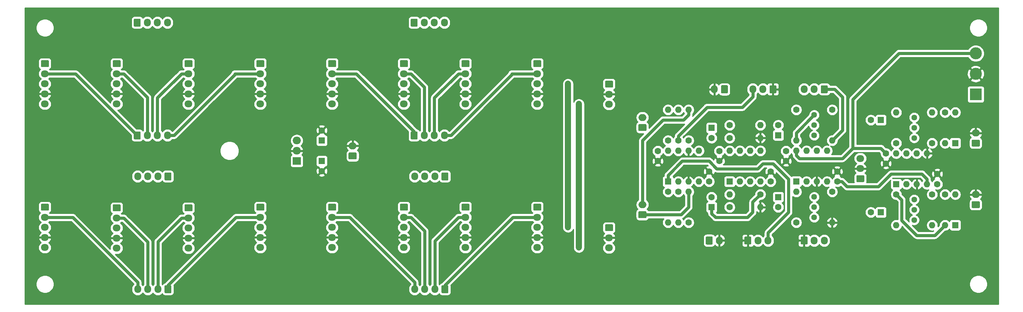
<source format=gbr>
G04 #@! TF.GenerationSoftware,KiCad,Pcbnew,(5.1.5)-3*
G04 #@! TF.CreationDate,2021-08-02T21:39:13+02:00*
G04 #@! TF.ProjectId,AnalogDrum_Backboard,416e616c-6f67-4447-9275-6d5f4261636b,rev?*
G04 #@! TF.SameCoordinates,Original*
G04 #@! TF.FileFunction,Copper,L1,Top*
G04 #@! TF.FilePolarity,Positive*
%FSLAX46Y46*%
G04 Gerber Fmt 4.6, Leading zero omitted, Abs format (unit mm)*
G04 Created by KiCad (PCBNEW (5.1.5)-3) date 2021-08-02 21:39:13*
%MOMM*%
%LPD*%
G04 APERTURE LIST*
%ADD10C,1.440000*%
%ADD11C,3.000000*%
%ADD12R,3.000000X3.000000*%
%ADD13O,1.600000X1.600000*%
%ADD14R,1.600000X1.600000*%
%ADD15C,1.600000*%
%ADD16O,2.000000X1.700000*%
%ADD17C,0.100000*%
%ADD18O,1.700000X1.950000*%
%ADD19O,1.950000X1.700000*%
%ADD20O,2.000000X1.905000*%
%ADD21R,2.000000X1.905000*%
%ADD22O,1.700000X2.000000*%
%ADD23C,0.800000*%
%ADD24C,1.500000*%
%ADD25C,1.500000*%
%ADD26C,0.750000*%
%ADD27C,0.254000*%
G04 APERTURE END LIST*
D10*
X235585000Y-78105000D03*
X235585000Y-75565000D03*
X235585000Y-73025000D03*
X210820000Y-77470000D03*
X210820000Y-74930000D03*
X210820000Y-72390000D03*
X235585000Y-98425000D03*
X235585000Y-95885000D03*
X235585000Y-93345000D03*
X210820000Y-97790000D03*
X210820000Y-95250000D03*
X210820000Y-92710000D03*
D11*
X250825000Y-57150000D03*
X250825000Y-62230000D03*
D12*
X250825000Y-67310000D03*
D13*
X231140000Y-81915000D03*
X238760000Y-89535000D03*
X233680000Y-81915000D03*
X236220000Y-89535000D03*
X236220000Y-81915000D03*
X233680000Y-89535000D03*
X238760000Y-81915000D03*
D14*
X231140000Y-89535000D03*
D13*
X206375000Y-81280000D03*
X213995000Y-88900000D03*
X208915000Y-81280000D03*
X211455000Y-88900000D03*
X211455000Y-81280000D03*
X208915000Y-88900000D03*
X213995000Y-81280000D03*
D14*
X206375000Y-88900000D03*
D13*
X189865000Y-81280000D03*
X197485000Y-88900000D03*
X192405000Y-81280000D03*
X194945000Y-88900000D03*
X194945000Y-81280000D03*
X192405000Y-88900000D03*
X197485000Y-81280000D03*
D14*
X189865000Y-88900000D03*
D13*
X215265000Y-78740000D03*
D15*
X215265000Y-71120000D03*
D13*
X243205000Y-79375000D03*
D15*
X243205000Y-71755000D03*
D13*
X240030000Y-71755000D03*
D15*
X240030000Y-79375000D03*
D13*
X206375000Y-78740000D03*
D15*
X206375000Y-71120000D03*
D13*
X231140000Y-71755000D03*
D15*
X231140000Y-79375000D03*
D13*
X215265000Y-99060000D03*
D15*
X215265000Y-91440000D03*
D13*
X206375000Y-91440000D03*
D15*
X206375000Y-99060000D03*
D13*
X243205000Y-99695000D03*
D15*
X243205000Y-92075000D03*
D13*
X240030000Y-99695000D03*
D15*
X240030000Y-92075000D03*
D13*
X231140000Y-99695000D03*
D15*
X231140000Y-92075000D03*
D16*
X250825000Y-76875000D03*
G04 #@! TA.AperFunction,ComponentPad*
D17*
G36*
X251599504Y-78526204D02*
G01*
X251623773Y-78529804D01*
X251647571Y-78535765D01*
X251670671Y-78544030D01*
X251692849Y-78554520D01*
X251713893Y-78567133D01*
X251733598Y-78581747D01*
X251751777Y-78598223D01*
X251768253Y-78616402D01*
X251782867Y-78636107D01*
X251795480Y-78657151D01*
X251805970Y-78679329D01*
X251814235Y-78702429D01*
X251820196Y-78726227D01*
X251823796Y-78750496D01*
X251825000Y-78775000D01*
X251825000Y-79975000D01*
X251823796Y-79999504D01*
X251820196Y-80023773D01*
X251814235Y-80047571D01*
X251805970Y-80070671D01*
X251795480Y-80092849D01*
X251782867Y-80113893D01*
X251768253Y-80133598D01*
X251751777Y-80151777D01*
X251733598Y-80168253D01*
X251713893Y-80182867D01*
X251692849Y-80195480D01*
X251670671Y-80205970D01*
X251647571Y-80214235D01*
X251623773Y-80220196D01*
X251599504Y-80223796D01*
X251575000Y-80225000D01*
X250075000Y-80225000D01*
X250050496Y-80223796D01*
X250026227Y-80220196D01*
X250002429Y-80214235D01*
X249979329Y-80205970D01*
X249957151Y-80195480D01*
X249936107Y-80182867D01*
X249916402Y-80168253D01*
X249898223Y-80151777D01*
X249881747Y-80133598D01*
X249867133Y-80113893D01*
X249854520Y-80092849D01*
X249844030Y-80070671D01*
X249835765Y-80047571D01*
X249829804Y-80023773D01*
X249826204Y-79999504D01*
X249825000Y-79975000D01*
X249825000Y-78775000D01*
X249826204Y-78750496D01*
X249829804Y-78726227D01*
X249835765Y-78702429D01*
X249844030Y-78679329D01*
X249854520Y-78657151D01*
X249867133Y-78636107D01*
X249881747Y-78616402D01*
X249898223Y-78598223D01*
X249916402Y-78581747D01*
X249936107Y-78567133D01*
X249957151Y-78554520D01*
X249979329Y-78544030D01*
X250002429Y-78535765D01*
X250026227Y-78529804D01*
X250050496Y-78526204D01*
X250075000Y-78525000D01*
X251575000Y-78525000D01*
X251599504Y-78526204D01*
G37*
G04 #@! TD.AperFunction*
D18*
X208320000Y-66040000D03*
X210820000Y-66040000D03*
G04 #@! TA.AperFunction,ComponentPad*
D17*
G36*
X213944504Y-65066204D02*
G01*
X213968773Y-65069804D01*
X213992571Y-65075765D01*
X214015671Y-65084030D01*
X214037849Y-65094520D01*
X214058893Y-65107133D01*
X214078598Y-65121747D01*
X214096777Y-65138223D01*
X214113253Y-65156402D01*
X214127867Y-65176107D01*
X214140480Y-65197151D01*
X214150970Y-65219329D01*
X214159235Y-65242429D01*
X214165196Y-65266227D01*
X214168796Y-65290496D01*
X214170000Y-65315000D01*
X214170000Y-66765000D01*
X214168796Y-66789504D01*
X214165196Y-66813773D01*
X214159235Y-66837571D01*
X214150970Y-66860671D01*
X214140480Y-66882849D01*
X214127867Y-66903893D01*
X214113253Y-66923598D01*
X214096777Y-66941777D01*
X214078598Y-66958253D01*
X214058893Y-66972867D01*
X214037849Y-66985480D01*
X214015671Y-66995970D01*
X213992571Y-67004235D01*
X213968773Y-67010196D01*
X213944504Y-67013796D01*
X213920000Y-67015000D01*
X212720000Y-67015000D01*
X212695496Y-67013796D01*
X212671227Y-67010196D01*
X212647429Y-67004235D01*
X212624329Y-66995970D01*
X212602151Y-66985480D01*
X212581107Y-66972867D01*
X212561402Y-66958253D01*
X212543223Y-66941777D01*
X212526747Y-66923598D01*
X212512133Y-66903893D01*
X212499520Y-66882849D01*
X212489030Y-66860671D01*
X212480765Y-66837571D01*
X212474804Y-66813773D01*
X212471204Y-66789504D01*
X212470000Y-66765000D01*
X212470000Y-65315000D01*
X212471204Y-65290496D01*
X212474804Y-65266227D01*
X212480765Y-65242429D01*
X212489030Y-65219329D01*
X212499520Y-65197151D01*
X212512133Y-65176107D01*
X212526747Y-65156402D01*
X212543223Y-65138223D01*
X212561402Y-65121747D01*
X212581107Y-65107133D01*
X212602151Y-65094520D01*
X212624329Y-65084030D01*
X212647429Y-65075765D01*
X212671227Y-65069804D01*
X212695496Y-65066204D01*
X212720000Y-65065000D01*
X213920000Y-65065000D01*
X213944504Y-65066204D01*
G37*
G04 #@! TD.AperFunction*
D18*
X195620000Y-66040000D03*
X198120000Y-66040000D03*
G04 #@! TA.AperFunction,ComponentPad*
D17*
G36*
X201244504Y-65066204D02*
G01*
X201268773Y-65069804D01*
X201292571Y-65075765D01*
X201315671Y-65084030D01*
X201337849Y-65094520D01*
X201358893Y-65107133D01*
X201378598Y-65121747D01*
X201396777Y-65138223D01*
X201413253Y-65156402D01*
X201427867Y-65176107D01*
X201440480Y-65197151D01*
X201450970Y-65219329D01*
X201459235Y-65242429D01*
X201465196Y-65266227D01*
X201468796Y-65290496D01*
X201470000Y-65315000D01*
X201470000Y-66765000D01*
X201468796Y-66789504D01*
X201465196Y-66813773D01*
X201459235Y-66837571D01*
X201450970Y-66860671D01*
X201440480Y-66882849D01*
X201427867Y-66903893D01*
X201413253Y-66923598D01*
X201396777Y-66941777D01*
X201378598Y-66958253D01*
X201358893Y-66972867D01*
X201337849Y-66985480D01*
X201315671Y-66995970D01*
X201292571Y-67004235D01*
X201268773Y-67010196D01*
X201244504Y-67013796D01*
X201220000Y-67015000D01*
X200020000Y-67015000D01*
X199995496Y-67013796D01*
X199971227Y-67010196D01*
X199947429Y-67004235D01*
X199924329Y-66995970D01*
X199902151Y-66985480D01*
X199881107Y-66972867D01*
X199861402Y-66958253D01*
X199843223Y-66941777D01*
X199826747Y-66923598D01*
X199812133Y-66903893D01*
X199799520Y-66882849D01*
X199789030Y-66860671D01*
X199780765Y-66837571D01*
X199774804Y-66813773D01*
X199771204Y-66789504D01*
X199770000Y-66765000D01*
X199770000Y-65315000D01*
X199771204Y-65290496D01*
X199774804Y-65266227D01*
X199780765Y-65242429D01*
X199789030Y-65219329D01*
X199799520Y-65197151D01*
X199812133Y-65176107D01*
X199826747Y-65156402D01*
X199843223Y-65138223D01*
X199861402Y-65121747D01*
X199881107Y-65107133D01*
X199902151Y-65094520D01*
X199924329Y-65084030D01*
X199947429Y-65075765D01*
X199971227Y-65069804D01*
X199995496Y-65066204D01*
X200020000Y-65065000D01*
X201220000Y-65065000D01*
X201244504Y-65066204D01*
G37*
G04 #@! TD.AperFunction*
D19*
X222250000Y-83185000D03*
X222250000Y-85685000D03*
G04 #@! TA.AperFunction,ComponentPad*
D17*
G36*
X222999504Y-87336204D02*
G01*
X223023773Y-87339804D01*
X223047571Y-87345765D01*
X223070671Y-87354030D01*
X223092849Y-87364520D01*
X223113893Y-87377133D01*
X223133598Y-87391747D01*
X223151777Y-87408223D01*
X223168253Y-87426402D01*
X223182867Y-87446107D01*
X223195480Y-87467151D01*
X223205970Y-87489329D01*
X223214235Y-87512429D01*
X223220196Y-87536227D01*
X223223796Y-87560496D01*
X223225000Y-87585000D01*
X223225000Y-88785000D01*
X223223796Y-88809504D01*
X223220196Y-88833773D01*
X223214235Y-88857571D01*
X223205970Y-88880671D01*
X223195480Y-88902849D01*
X223182867Y-88923893D01*
X223168253Y-88943598D01*
X223151777Y-88961777D01*
X223133598Y-88978253D01*
X223113893Y-88992867D01*
X223092849Y-89005480D01*
X223070671Y-89015970D01*
X223047571Y-89024235D01*
X223023773Y-89030196D01*
X222999504Y-89033796D01*
X222975000Y-89035000D01*
X221525000Y-89035000D01*
X221500496Y-89033796D01*
X221476227Y-89030196D01*
X221452429Y-89024235D01*
X221429329Y-89015970D01*
X221407151Y-89005480D01*
X221386107Y-88992867D01*
X221366402Y-88978253D01*
X221348223Y-88961777D01*
X221331747Y-88943598D01*
X221317133Y-88923893D01*
X221304520Y-88902849D01*
X221294030Y-88880671D01*
X221285765Y-88857571D01*
X221279804Y-88833773D01*
X221276204Y-88809504D01*
X221275000Y-88785000D01*
X221275000Y-87585000D01*
X221276204Y-87560496D01*
X221279804Y-87536227D01*
X221285765Y-87512429D01*
X221294030Y-87489329D01*
X221304520Y-87467151D01*
X221317133Y-87446107D01*
X221331747Y-87426402D01*
X221348223Y-87408223D01*
X221366402Y-87391747D01*
X221386107Y-87377133D01*
X221407151Y-87364520D01*
X221429329Y-87354030D01*
X221452429Y-87345765D01*
X221476227Y-87339804D01*
X221500496Y-87336204D01*
X221525000Y-87335000D01*
X222975000Y-87335000D01*
X222999504Y-87336204D01*
G37*
G04 #@! TD.AperFunction*
D18*
X213320000Y-103505000D03*
X210820000Y-103505000D03*
G04 #@! TA.AperFunction,ComponentPad*
D17*
G36*
X208944504Y-102531204D02*
G01*
X208968773Y-102534804D01*
X208992571Y-102540765D01*
X209015671Y-102549030D01*
X209037849Y-102559520D01*
X209058893Y-102572133D01*
X209078598Y-102586747D01*
X209096777Y-102603223D01*
X209113253Y-102621402D01*
X209127867Y-102641107D01*
X209140480Y-102662151D01*
X209150970Y-102684329D01*
X209159235Y-102707429D01*
X209165196Y-102731227D01*
X209168796Y-102755496D01*
X209170000Y-102780000D01*
X209170000Y-104230000D01*
X209168796Y-104254504D01*
X209165196Y-104278773D01*
X209159235Y-104302571D01*
X209150970Y-104325671D01*
X209140480Y-104347849D01*
X209127867Y-104368893D01*
X209113253Y-104388598D01*
X209096777Y-104406777D01*
X209078598Y-104423253D01*
X209058893Y-104437867D01*
X209037849Y-104450480D01*
X209015671Y-104460970D01*
X208992571Y-104469235D01*
X208968773Y-104475196D01*
X208944504Y-104478796D01*
X208920000Y-104480000D01*
X207720000Y-104480000D01*
X207695496Y-104478796D01*
X207671227Y-104475196D01*
X207647429Y-104469235D01*
X207624329Y-104460970D01*
X207602151Y-104450480D01*
X207581107Y-104437867D01*
X207561402Y-104423253D01*
X207543223Y-104406777D01*
X207526747Y-104388598D01*
X207512133Y-104368893D01*
X207499520Y-104347849D01*
X207489030Y-104325671D01*
X207480765Y-104302571D01*
X207474804Y-104278773D01*
X207471204Y-104254504D01*
X207470000Y-104230000D01*
X207470000Y-102780000D01*
X207471204Y-102755496D01*
X207474804Y-102731227D01*
X207480765Y-102707429D01*
X207489030Y-102684329D01*
X207499520Y-102662151D01*
X207512133Y-102641107D01*
X207526747Y-102621402D01*
X207543223Y-102603223D01*
X207561402Y-102586747D01*
X207581107Y-102572133D01*
X207602151Y-102559520D01*
X207624329Y-102549030D01*
X207647429Y-102540765D01*
X207671227Y-102534804D01*
X207695496Y-102531204D01*
X207720000Y-102530000D01*
X208920000Y-102530000D01*
X208944504Y-102531204D01*
G37*
G04 #@! TD.AperFunction*
D18*
X199390000Y-103505000D03*
X196890000Y-103505000D03*
G04 #@! TA.AperFunction,ComponentPad*
D17*
G36*
X195014504Y-102531204D02*
G01*
X195038773Y-102534804D01*
X195062571Y-102540765D01*
X195085671Y-102549030D01*
X195107849Y-102559520D01*
X195128893Y-102572133D01*
X195148598Y-102586747D01*
X195166777Y-102603223D01*
X195183253Y-102621402D01*
X195197867Y-102641107D01*
X195210480Y-102662151D01*
X195220970Y-102684329D01*
X195229235Y-102707429D01*
X195235196Y-102731227D01*
X195238796Y-102755496D01*
X195240000Y-102780000D01*
X195240000Y-104230000D01*
X195238796Y-104254504D01*
X195235196Y-104278773D01*
X195229235Y-104302571D01*
X195220970Y-104325671D01*
X195210480Y-104347849D01*
X195197867Y-104368893D01*
X195183253Y-104388598D01*
X195166777Y-104406777D01*
X195148598Y-104423253D01*
X195128893Y-104437867D01*
X195107849Y-104450480D01*
X195085671Y-104460970D01*
X195062571Y-104469235D01*
X195038773Y-104475196D01*
X195014504Y-104478796D01*
X194990000Y-104480000D01*
X193790000Y-104480000D01*
X193765496Y-104478796D01*
X193741227Y-104475196D01*
X193717429Y-104469235D01*
X193694329Y-104460970D01*
X193672151Y-104450480D01*
X193651107Y-104437867D01*
X193631402Y-104423253D01*
X193613223Y-104406777D01*
X193596747Y-104388598D01*
X193582133Y-104368893D01*
X193569520Y-104347849D01*
X193559030Y-104325671D01*
X193550765Y-104302571D01*
X193544804Y-104278773D01*
X193541204Y-104254504D01*
X193540000Y-104230000D01*
X193540000Y-102780000D01*
X193541204Y-102755496D01*
X193544804Y-102731227D01*
X193550765Y-102707429D01*
X193559030Y-102684329D01*
X193569520Y-102662151D01*
X193582133Y-102641107D01*
X193596747Y-102621402D01*
X193613223Y-102603223D01*
X193631402Y-102586747D01*
X193651107Y-102572133D01*
X193672151Y-102559520D01*
X193694329Y-102549030D01*
X193717429Y-102540765D01*
X193741227Y-102534804D01*
X193765496Y-102531204D01*
X193790000Y-102530000D01*
X194990000Y-102530000D01*
X195014504Y-102531204D01*
G37*
G04 #@! TD.AperFunction*
D16*
X250825000Y-92115000D03*
G04 #@! TA.AperFunction,ComponentPad*
D17*
G36*
X251599504Y-93766204D02*
G01*
X251623773Y-93769804D01*
X251647571Y-93775765D01*
X251670671Y-93784030D01*
X251692849Y-93794520D01*
X251713893Y-93807133D01*
X251733598Y-93821747D01*
X251751777Y-93838223D01*
X251768253Y-93856402D01*
X251782867Y-93876107D01*
X251795480Y-93897151D01*
X251805970Y-93919329D01*
X251814235Y-93942429D01*
X251820196Y-93966227D01*
X251823796Y-93990496D01*
X251825000Y-94015000D01*
X251825000Y-95215000D01*
X251823796Y-95239504D01*
X251820196Y-95263773D01*
X251814235Y-95287571D01*
X251805970Y-95310671D01*
X251795480Y-95332849D01*
X251782867Y-95353893D01*
X251768253Y-95373598D01*
X251751777Y-95391777D01*
X251733598Y-95408253D01*
X251713893Y-95422867D01*
X251692849Y-95435480D01*
X251670671Y-95445970D01*
X251647571Y-95454235D01*
X251623773Y-95460196D01*
X251599504Y-95463796D01*
X251575000Y-95465000D01*
X250075000Y-95465000D01*
X250050496Y-95463796D01*
X250026227Y-95460196D01*
X250002429Y-95454235D01*
X249979329Y-95445970D01*
X249957151Y-95435480D01*
X249936107Y-95422867D01*
X249916402Y-95408253D01*
X249898223Y-95391777D01*
X249881747Y-95373598D01*
X249867133Y-95353893D01*
X249854520Y-95332849D01*
X249844030Y-95310671D01*
X249835765Y-95287571D01*
X249829804Y-95263773D01*
X249826204Y-95239504D01*
X249825000Y-95215000D01*
X249825000Y-94015000D01*
X249826204Y-93990496D01*
X249829804Y-93966227D01*
X249835765Y-93942429D01*
X249844030Y-93919329D01*
X249854520Y-93897151D01*
X249867133Y-93876107D01*
X249881747Y-93856402D01*
X249898223Y-93838223D01*
X249916402Y-93821747D01*
X249936107Y-93807133D01*
X249957151Y-93794520D01*
X249979329Y-93784030D01*
X250002429Y-93775765D01*
X250026227Y-93769804D01*
X250050496Y-93766204D01*
X250075000Y-93765000D01*
X251575000Y-93765000D01*
X251599504Y-93766204D01*
G37*
G04 #@! TD.AperFunction*
D13*
X245745000Y-71755000D03*
D14*
X245745000Y-79375000D03*
D13*
X245745000Y-92075000D03*
D14*
X245745000Y-99695000D03*
D15*
X241300000Y-89535000D03*
X241300000Y-87035000D03*
X228600000Y-84455000D03*
X228600000Y-81955000D03*
X216535000Y-88900000D03*
X216535000Y-86400000D03*
X200025000Y-88900000D03*
X200025000Y-86400000D03*
X203835000Y-83820000D03*
X203835000Y-81320000D03*
X187325000Y-83820000D03*
X187325000Y-81320000D03*
X224830000Y-73660000D03*
D14*
X227330000Y-73660000D03*
D15*
X201930000Y-74930000D03*
D14*
X201930000Y-77430000D03*
D15*
X201930000Y-95250000D03*
D14*
X201930000Y-92750000D03*
D15*
X224830000Y-96520000D03*
D14*
X227330000Y-96520000D03*
D20*
X82700000Y-78740000D03*
X82700000Y-81280000D03*
D21*
X82700000Y-83820000D03*
D13*
X174625000Y-81280000D03*
X182245000Y-88900000D03*
X177165000Y-81280000D03*
X179705000Y-88900000D03*
X179705000Y-81280000D03*
X177165000Y-88900000D03*
X182245000Y-81280000D03*
D14*
X174625000Y-88900000D03*
D13*
X197485000Y-78105000D03*
D15*
X189865000Y-78105000D03*
D13*
X197485000Y-74930000D03*
D15*
X189865000Y-74930000D03*
D13*
X179705000Y-71120000D03*
D15*
X179705000Y-78740000D03*
D13*
X177165000Y-71120000D03*
D15*
X177165000Y-78740000D03*
D13*
X174625000Y-71120000D03*
D15*
X174625000Y-78740000D03*
D13*
X197485000Y-95250000D03*
D15*
X189865000Y-95250000D03*
D13*
X189865000Y-92075000D03*
D15*
X197485000Y-92075000D03*
D13*
X179705000Y-91440000D03*
D15*
X179705000Y-99060000D03*
D13*
X174625000Y-99060000D03*
D15*
X174625000Y-91440000D03*
D13*
X177165000Y-99060000D03*
D15*
X177165000Y-91440000D03*
D19*
X160020000Y-69770000D03*
X160020000Y-67270000D03*
G04 #@! TA.AperFunction,ComponentPad*
D17*
G36*
X160769504Y-63921204D02*
G01*
X160793773Y-63924804D01*
X160817571Y-63930765D01*
X160840671Y-63939030D01*
X160862849Y-63949520D01*
X160883893Y-63962133D01*
X160903598Y-63976747D01*
X160921777Y-63993223D01*
X160938253Y-64011402D01*
X160952867Y-64031107D01*
X160965480Y-64052151D01*
X160975970Y-64074329D01*
X160984235Y-64097429D01*
X160990196Y-64121227D01*
X160993796Y-64145496D01*
X160995000Y-64170000D01*
X160995000Y-65370000D01*
X160993796Y-65394504D01*
X160990196Y-65418773D01*
X160984235Y-65442571D01*
X160975970Y-65465671D01*
X160965480Y-65487849D01*
X160952867Y-65508893D01*
X160938253Y-65528598D01*
X160921777Y-65546777D01*
X160903598Y-65563253D01*
X160883893Y-65577867D01*
X160862849Y-65590480D01*
X160840671Y-65600970D01*
X160817571Y-65609235D01*
X160793773Y-65615196D01*
X160769504Y-65618796D01*
X160745000Y-65620000D01*
X159295000Y-65620000D01*
X159270496Y-65618796D01*
X159246227Y-65615196D01*
X159222429Y-65609235D01*
X159199329Y-65600970D01*
X159177151Y-65590480D01*
X159156107Y-65577867D01*
X159136402Y-65563253D01*
X159118223Y-65546777D01*
X159101747Y-65528598D01*
X159087133Y-65508893D01*
X159074520Y-65487849D01*
X159064030Y-65465671D01*
X159055765Y-65442571D01*
X159049804Y-65418773D01*
X159046204Y-65394504D01*
X159045000Y-65370000D01*
X159045000Y-64170000D01*
X159046204Y-64145496D01*
X159049804Y-64121227D01*
X159055765Y-64097429D01*
X159064030Y-64074329D01*
X159074520Y-64052151D01*
X159087133Y-64031107D01*
X159101747Y-64011402D01*
X159118223Y-63993223D01*
X159136402Y-63976747D01*
X159156107Y-63962133D01*
X159177151Y-63949520D01*
X159199329Y-63939030D01*
X159222429Y-63930765D01*
X159246227Y-63924804D01*
X159270496Y-63921204D01*
X159295000Y-63920000D01*
X160745000Y-63920000D01*
X160769504Y-63921204D01*
G37*
G04 #@! TD.AperFunction*
D22*
X186095000Y-66040000D03*
G04 #@! TA.AperFunction,ComponentPad*
D17*
G36*
X189219504Y-65041204D02*
G01*
X189243773Y-65044804D01*
X189267571Y-65050765D01*
X189290671Y-65059030D01*
X189312849Y-65069520D01*
X189333893Y-65082133D01*
X189353598Y-65096747D01*
X189371777Y-65113223D01*
X189388253Y-65131402D01*
X189402867Y-65151107D01*
X189415480Y-65172151D01*
X189425970Y-65194329D01*
X189434235Y-65217429D01*
X189440196Y-65241227D01*
X189443796Y-65265496D01*
X189445000Y-65290000D01*
X189445000Y-66790000D01*
X189443796Y-66814504D01*
X189440196Y-66838773D01*
X189434235Y-66862571D01*
X189425970Y-66885671D01*
X189415480Y-66907849D01*
X189402867Y-66928893D01*
X189388253Y-66948598D01*
X189371777Y-66966777D01*
X189353598Y-66983253D01*
X189333893Y-66997867D01*
X189312849Y-67010480D01*
X189290671Y-67020970D01*
X189267571Y-67029235D01*
X189243773Y-67035196D01*
X189219504Y-67038796D01*
X189195000Y-67040000D01*
X187995000Y-67040000D01*
X187970496Y-67038796D01*
X187946227Y-67035196D01*
X187922429Y-67029235D01*
X187899329Y-67020970D01*
X187877151Y-67010480D01*
X187856107Y-66997867D01*
X187836402Y-66983253D01*
X187818223Y-66966777D01*
X187801747Y-66948598D01*
X187787133Y-66928893D01*
X187774520Y-66907849D01*
X187764030Y-66885671D01*
X187755765Y-66862571D01*
X187749804Y-66838773D01*
X187746204Y-66814504D01*
X187745000Y-66790000D01*
X187745000Y-65290000D01*
X187746204Y-65265496D01*
X187749804Y-65241227D01*
X187755765Y-65217429D01*
X187764030Y-65194329D01*
X187774520Y-65172151D01*
X187787133Y-65151107D01*
X187801747Y-65131402D01*
X187818223Y-65113223D01*
X187836402Y-65096747D01*
X187856107Y-65082133D01*
X187877151Y-65069520D01*
X187899329Y-65059030D01*
X187922429Y-65050765D01*
X187946227Y-65044804D01*
X187970496Y-65041204D01*
X187995000Y-65040000D01*
X189195000Y-65040000D01*
X189219504Y-65041204D01*
G37*
G04 #@! TD.AperFunction*
D19*
X160020000Y-105330000D03*
X160020000Y-102830000D03*
G04 #@! TA.AperFunction,ComponentPad*
D17*
G36*
X160769504Y-99481204D02*
G01*
X160793773Y-99484804D01*
X160817571Y-99490765D01*
X160840671Y-99499030D01*
X160862849Y-99509520D01*
X160883893Y-99522133D01*
X160903598Y-99536747D01*
X160921777Y-99553223D01*
X160938253Y-99571402D01*
X160952867Y-99591107D01*
X160965480Y-99612151D01*
X160975970Y-99634329D01*
X160984235Y-99657429D01*
X160990196Y-99681227D01*
X160993796Y-99705496D01*
X160995000Y-99730000D01*
X160995000Y-100930000D01*
X160993796Y-100954504D01*
X160990196Y-100978773D01*
X160984235Y-101002571D01*
X160975970Y-101025671D01*
X160965480Y-101047849D01*
X160952867Y-101068893D01*
X160938253Y-101088598D01*
X160921777Y-101106777D01*
X160903598Y-101123253D01*
X160883893Y-101137867D01*
X160862849Y-101150480D01*
X160840671Y-101160970D01*
X160817571Y-101169235D01*
X160793773Y-101175196D01*
X160769504Y-101178796D01*
X160745000Y-101180000D01*
X159295000Y-101180000D01*
X159270496Y-101178796D01*
X159246227Y-101175196D01*
X159222429Y-101169235D01*
X159199329Y-101160970D01*
X159177151Y-101150480D01*
X159156107Y-101137867D01*
X159136402Y-101123253D01*
X159118223Y-101106777D01*
X159101747Y-101088598D01*
X159087133Y-101068893D01*
X159074520Y-101047849D01*
X159064030Y-101025671D01*
X159055765Y-101002571D01*
X159049804Y-100978773D01*
X159046204Y-100954504D01*
X159045000Y-100930000D01*
X159045000Y-99730000D01*
X159046204Y-99705496D01*
X159049804Y-99681227D01*
X159055765Y-99657429D01*
X159064030Y-99634329D01*
X159074520Y-99612151D01*
X159087133Y-99591107D01*
X159101747Y-99571402D01*
X159118223Y-99553223D01*
X159136402Y-99536747D01*
X159156107Y-99522133D01*
X159177151Y-99509520D01*
X159199329Y-99499030D01*
X159222429Y-99490765D01*
X159246227Y-99484804D01*
X159270496Y-99481204D01*
X159295000Y-99480000D01*
X160745000Y-99480000D01*
X160769504Y-99481204D01*
G37*
G04 #@! TD.AperFunction*
D22*
X187325000Y-103505000D03*
G04 #@! TA.AperFunction,ComponentPad*
D17*
G36*
X185449504Y-102506204D02*
G01*
X185473773Y-102509804D01*
X185497571Y-102515765D01*
X185520671Y-102524030D01*
X185542849Y-102534520D01*
X185563893Y-102547133D01*
X185583598Y-102561747D01*
X185601777Y-102578223D01*
X185618253Y-102596402D01*
X185632867Y-102616107D01*
X185645480Y-102637151D01*
X185655970Y-102659329D01*
X185664235Y-102682429D01*
X185670196Y-102706227D01*
X185673796Y-102730496D01*
X185675000Y-102755000D01*
X185675000Y-104255000D01*
X185673796Y-104279504D01*
X185670196Y-104303773D01*
X185664235Y-104327571D01*
X185655970Y-104350671D01*
X185645480Y-104372849D01*
X185632867Y-104393893D01*
X185618253Y-104413598D01*
X185601777Y-104431777D01*
X185583598Y-104448253D01*
X185563893Y-104462867D01*
X185542849Y-104475480D01*
X185520671Y-104485970D01*
X185497571Y-104494235D01*
X185473773Y-104500196D01*
X185449504Y-104503796D01*
X185425000Y-104505000D01*
X184225000Y-104505000D01*
X184200496Y-104503796D01*
X184176227Y-104500196D01*
X184152429Y-104494235D01*
X184129329Y-104485970D01*
X184107151Y-104475480D01*
X184086107Y-104462867D01*
X184066402Y-104448253D01*
X184048223Y-104431777D01*
X184031747Y-104413598D01*
X184017133Y-104393893D01*
X184004520Y-104372849D01*
X183994030Y-104350671D01*
X183985765Y-104327571D01*
X183979804Y-104303773D01*
X183976204Y-104279504D01*
X183975000Y-104255000D01*
X183975000Y-102755000D01*
X183976204Y-102730496D01*
X183979804Y-102706227D01*
X183985765Y-102682429D01*
X183994030Y-102659329D01*
X184004520Y-102637151D01*
X184017133Y-102616107D01*
X184031747Y-102596402D01*
X184048223Y-102578223D01*
X184066402Y-102561747D01*
X184086107Y-102547133D01*
X184107151Y-102534520D01*
X184129329Y-102524030D01*
X184152429Y-102515765D01*
X184176227Y-102509804D01*
X184200496Y-102506204D01*
X184225000Y-102505000D01*
X185425000Y-102505000D01*
X185449504Y-102506204D01*
G37*
G04 #@! TD.AperFunction*
D16*
X168275000Y-94615000D03*
G04 #@! TA.AperFunction,ComponentPad*
D17*
G36*
X169049504Y-96266204D02*
G01*
X169073773Y-96269804D01*
X169097571Y-96275765D01*
X169120671Y-96284030D01*
X169142849Y-96294520D01*
X169163893Y-96307133D01*
X169183598Y-96321747D01*
X169201777Y-96338223D01*
X169218253Y-96356402D01*
X169232867Y-96376107D01*
X169245480Y-96397151D01*
X169255970Y-96419329D01*
X169264235Y-96442429D01*
X169270196Y-96466227D01*
X169273796Y-96490496D01*
X169275000Y-96515000D01*
X169275000Y-97715000D01*
X169273796Y-97739504D01*
X169270196Y-97763773D01*
X169264235Y-97787571D01*
X169255970Y-97810671D01*
X169245480Y-97832849D01*
X169232867Y-97853893D01*
X169218253Y-97873598D01*
X169201777Y-97891777D01*
X169183598Y-97908253D01*
X169163893Y-97922867D01*
X169142849Y-97935480D01*
X169120671Y-97945970D01*
X169097571Y-97954235D01*
X169073773Y-97960196D01*
X169049504Y-97963796D01*
X169025000Y-97965000D01*
X167525000Y-97965000D01*
X167500496Y-97963796D01*
X167476227Y-97960196D01*
X167452429Y-97954235D01*
X167429329Y-97945970D01*
X167407151Y-97935480D01*
X167386107Y-97922867D01*
X167366402Y-97908253D01*
X167348223Y-97891777D01*
X167331747Y-97873598D01*
X167317133Y-97853893D01*
X167304520Y-97832849D01*
X167294030Y-97810671D01*
X167285765Y-97787571D01*
X167279804Y-97763773D01*
X167276204Y-97739504D01*
X167275000Y-97715000D01*
X167275000Y-96515000D01*
X167276204Y-96490496D01*
X167279804Y-96466227D01*
X167285765Y-96442429D01*
X167294030Y-96419329D01*
X167304520Y-96397151D01*
X167317133Y-96376107D01*
X167331747Y-96356402D01*
X167348223Y-96338223D01*
X167366402Y-96321747D01*
X167386107Y-96307133D01*
X167407151Y-96294520D01*
X167429329Y-96284030D01*
X167452429Y-96275765D01*
X167476227Y-96269804D01*
X167500496Y-96266204D01*
X167525000Y-96265000D01*
X169025000Y-96265000D01*
X169049504Y-96266204D01*
G37*
G04 #@! TD.AperFunction*
D16*
X168275000Y-73025000D03*
G04 #@! TA.AperFunction,ComponentPad*
D17*
G36*
X169049504Y-74676204D02*
G01*
X169073773Y-74679804D01*
X169097571Y-74685765D01*
X169120671Y-74694030D01*
X169142849Y-74704520D01*
X169163893Y-74717133D01*
X169183598Y-74731747D01*
X169201777Y-74748223D01*
X169218253Y-74766402D01*
X169232867Y-74786107D01*
X169245480Y-74807151D01*
X169255970Y-74829329D01*
X169264235Y-74852429D01*
X169270196Y-74876227D01*
X169273796Y-74900496D01*
X169275000Y-74925000D01*
X169275000Y-76125000D01*
X169273796Y-76149504D01*
X169270196Y-76173773D01*
X169264235Y-76197571D01*
X169255970Y-76220671D01*
X169245480Y-76242849D01*
X169232867Y-76263893D01*
X169218253Y-76283598D01*
X169201777Y-76301777D01*
X169183598Y-76318253D01*
X169163893Y-76332867D01*
X169142849Y-76345480D01*
X169120671Y-76355970D01*
X169097571Y-76364235D01*
X169073773Y-76370196D01*
X169049504Y-76373796D01*
X169025000Y-76375000D01*
X167525000Y-76375000D01*
X167500496Y-76373796D01*
X167476227Y-76370196D01*
X167452429Y-76364235D01*
X167429329Y-76355970D01*
X167407151Y-76345480D01*
X167386107Y-76332867D01*
X167366402Y-76318253D01*
X167348223Y-76301777D01*
X167331747Y-76283598D01*
X167317133Y-76263893D01*
X167304520Y-76242849D01*
X167294030Y-76220671D01*
X167285765Y-76197571D01*
X167279804Y-76173773D01*
X167276204Y-76149504D01*
X167275000Y-76125000D01*
X167275000Y-74925000D01*
X167276204Y-74900496D01*
X167279804Y-74876227D01*
X167285765Y-74852429D01*
X167294030Y-74829329D01*
X167304520Y-74807151D01*
X167317133Y-74786107D01*
X167331747Y-74766402D01*
X167348223Y-74748223D01*
X167366402Y-74731747D01*
X167386107Y-74717133D01*
X167407151Y-74704520D01*
X167429329Y-74694030D01*
X167452429Y-74685765D01*
X167476227Y-74679804D01*
X167500496Y-74676204D01*
X167525000Y-74675000D01*
X169025000Y-74675000D01*
X169049504Y-74676204D01*
G37*
G04 #@! TD.AperFunction*
D16*
X96520000Y-80050000D03*
G04 #@! TA.AperFunction,ComponentPad*
D17*
G36*
X97294504Y-81701204D02*
G01*
X97318773Y-81704804D01*
X97342571Y-81710765D01*
X97365671Y-81719030D01*
X97387849Y-81729520D01*
X97408893Y-81742133D01*
X97428598Y-81756747D01*
X97446777Y-81773223D01*
X97463253Y-81791402D01*
X97477867Y-81811107D01*
X97490480Y-81832151D01*
X97500970Y-81854329D01*
X97509235Y-81877429D01*
X97515196Y-81901227D01*
X97518796Y-81925496D01*
X97520000Y-81950000D01*
X97520000Y-83150000D01*
X97518796Y-83174504D01*
X97515196Y-83198773D01*
X97509235Y-83222571D01*
X97500970Y-83245671D01*
X97490480Y-83267849D01*
X97477867Y-83288893D01*
X97463253Y-83308598D01*
X97446777Y-83326777D01*
X97428598Y-83343253D01*
X97408893Y-83357867D01*
X97387849Y-83370480D01*
X97365671Y-83380970D01*
X97342571Y-83389235D01*
X97318773Y-83395196D01*
X97294504Y-83398796D01*
X97270000Y-83400000D01*
X95770000Y-83400000D01*
X95745496Y-83398796D01*
X95721227Y-83395196D01*
X95697429Y-83389235D01*
X95674329Y-83380970D01*
X95652151Y-83370480D01*
X95631107Y-83357867D01*
X95611402Y-83343253D01*
X95593223Y-83326777D01*
X95576747Y-83308598D01*
X95562133Y-83288893D01*
X95549520Y-83267849D01*
X95539030Y-83245671D01*
X95530765Y-83222571D01*
X95524804Y-83198773D01*
X95521204Y-83174504D01*
X95520000Y-83150000D01*
X95520000Y-81950000D01*
X95521204Y-81925496D01*
X95524804Y-81901227D01*
X95530765Y-81877429D01*
X95539030Y-81854329D01*
X95549520Y-81832151D01*
X95562133Y-81811107D01*
X95576747Y-81791402D01*
X95593223Y-81773223D01*
X95611402Y-81756747D01*
X95631107Y-81742133D01*
X95652151Y-81729520D01*
X95674329Y-81719030D01*
X95697429Y-81710765D01*
X95721227Y-81704804D01*
X95745496Y-81701204D01*
X95770000Y-81700000D01*
X97270000Y-81700000D01*
X97294504Y-81701204D01*
G37*
G04 #@! TD.AperFunction*
D19*
X142240000Y-105250000D03*
X142240000Y-102750000D03*
X142240000Y-100250000D03*
X142240000Y-97750000D03*
G04 #@! TA.AperFunction,ComponentPad*
D17*
G36*
X142989504Y-94401204D02*
G01*
X143013773Y-94404804D01*
X143037571Y-94410765D01*
X143060671Y-94419030D01*
X143082849Y-94429520D01*
X143103893Y-94442133D01*
X143123598Y-94456747D01*
X143141777Y-94473223D01*
X143158253Y-94491402D01*
X143172867Y-94511107D01*
X143185480Y-94532151D01*
X143195970Y-94554329D01*
X143204235Y-94577429D01*
X143210196Y-94601227D01*
X143213796Y-94625496D01*
X143215000Y-94650000D01*
X143215000Y-95850000D01*
X143213796Y-95874504D01*
X143210196Y-95898773D01*
X143204235Y-95922571D01*
X143195970Y-95945671D01*
X143185480Y-95967849D01*
X143172867Y-95988893D01*
X143158253Y-96008598D01*
X143141777Y-96026777D01*
X143123598Y-96043253D01*
X143103893Y-96057867D01*
X143082849Y-96070480D01*
X143060671Y-96080970D01*
X143037571Y-96089235D01*
X143013773Y-96095196D01*
X142989504Y-96098796D01*
X142965000Y-96100000D01*
X141515000Y-96100000D01*
X141490496Y-96098796D01*
X141466227Y-96095196D01*
X141442429Y-96089235D01*
X141419329Y-96080970D01*
X141397151Y-96070480D01*
X141376107Y-96057867D01*
X141356402Y-96043253D01*
X141338223Y-96026777D01*
X141321747Y-96008598D01*
X141307133Y-95988893D01*
X141294520Y-95967849D01*
X141284030Y-95945671D01*
X141275765Y-95922571D01*
X141269804Y-95898773D01*
X141266204Y-95874504D01*
X141265000Y-95850000D01*
X141265000Y-94650000D01*
X141266204Y-94625496D01*
X141269804Y-94601227D01*
X141275765Y-94577429D01*
X141284030Y-94554329D01*
X141294520Y-94532151D01*
X141307133Y-94511107D01*
X141321747Y-94491402D01*
X141338223Y-94473223D01*
X141356402Y-94456747D01*
X141376107Y-94442133D01*
X141397151Y-94429520D01*
X141419329Y-94419030D01*
X141442429Y-94410765D01*
X141466227Y-94404804D01*
X141490496Y-94401204D01*
X141515000Y-94400000D01*
X142965000Y-94400000D01*
X142989504Y-94401204D01*
G37*
G04 #@! TD.AperFunction*
D19*
X124460000Y-105250000D03*
X124460000Y-102750000D03*
X124460000Y-100250000D03*
X124460000Y-97750000D03*
G04 #@! TA.AperFunction,ComponentPad*
D17*
G36*
X125209504Y-94401204D02*
G01*
X125233773Y-94404804D01*
X125257571Y-94410765D01*
X125280671Y-94419030D01*
X125302849Y-94429520D01*
X125323893Y-94442133D01*
X125343598Y-94456747D01*
X125361777Y-94473223D01*
X125378253Y-94491402D01*
X125392867Y-94511107D01*
X125405480Y-94532151D01*
X125415970Y-94554329D01*
X125424235Y-94577429D01*
X125430196Y-94601227D01*
X125433796Y-94625496D01*
X125435000Y-94650000D01*
X125435000Y-95850000D01*
X125433796Y-95874504D01*
X125430196Y-95898773D01*
X125424235Y-95922571D01*
X125415970Y-95945671D01*
X125405480Y-95967849D01*
X125392867Y-95988893D01*
X125378253Y-96008598D01*
X125361777Y-96026777D01*
X125343598Y-96043253D01*
X125323893Y-96057867D01*
X125302849Y-96070480D01*
X125280671Y-96080970D01*
X125257571Y-96089235D01*
X125233773Y-96095196D01*
X125209504Y-96098796D01*
X125185000Y-96100000D01*
X123735000Y-96100000D01*
X123710496Y-96098796D01*
X123686227Y-96095196D01*
X123662429Y-96089235D01*
X123639329Y-96080970D01*
X123617151Y-96070480D01*
X123596107Y-96057867D01*
X123576402Y-96043253D01*
X123558223Y-96026777D01*
X123541747Y-96008598D01*
X123527133Y-95988893D01*
X123514520Y-95967849D01*
X123504030Y-95945671D01*
X123495765Y-95922571D01*
X123489804Y-95898773D01*
X123486204Y-95874504D01*
X123485000Y-95850000D01*
X123485000Y-94650000D01*
X123486204Y-94625496D01*
X123489804Y-94601227D01*
X123495765Y-94577429D01*
X123504030Y-94554329D01*
X123514520Y-94532151D01*
X123527133Y-94511107D01*
X123541747Y-94491402D01*
X123558223Y-94473223D01*
X123576402Y-94456747D01*
X123596107Y-94442133D01*
X123617151Y-94429520D01*
X123639329Y-94419030D01*
X123662429Y-94410765D01*
X123686227Y-94404804D01*
X123710496Y-94401204D01*
X123735000Y-94400000D01*
X125185000Y-94400000D01*
X125209504Y-94401204D01*
G37*
G04 #@! TD.AperFunction*
D19*
X109220000Y-105250000D03*
X109220000Y-102750000D03*
X109220000Y-100250000D03*
X109220000Y-97750000D03*
G04 #@! TA.AperFunction,ComponentPad*
D17*
G36*
X109969504Y-94401204D02*
G01*
X109993773Y-94404804D01*
X110017571Y-94410765D01*
X110040671Y-94419030D01*
X110062849Y-94429520D01*
X110083893Y-94442133D01*
X110103598Y-94456747D01*
X110121777Y-94473223D01*
X110138253Y-94491402D01*
X110152867Y-94511107D01*
X110165480Y-94532151D01*
X110175970Y-94554329D01*
X110184235Y-94577429D01*
X110190196Y-94601227D01*
X110193796Y-94625496D01*
X110195000Y-94650000D01*
X110195000Y-95850000D01*
X110193796Y-95874504D01*
X110190196Y-95898773D01*
X110184235Y-95922571D01*
X110175970Y-95945671D01*
X110165480Y-95967849D01*
X110152867Y-95988893D01*
X110138253Y-96008598D01*
X110121777Y-96026777D01*
X110103598Y-96043253D01*
X110083893Y-96057867D01*
X110062849Y-96070480D01*
X110040671Y-96080970D01*
X110017571Y-96089235D01*
X109993773Y-96095196D01*
X109969504Y-96098796D01*
X109945000Y-96100000D01*
X108495000Y-96100000D01*
X108470496Y-96098796D01*
X108446227Y-96095196D01*
X108422429Y-96089235D01*
X108399329Y-96080970D01*
X108377151Y-96070480D01*
X108356107Y-96057867D01*
X108336402Y-96043253D01*
X108318223Y-96026777D01*
X108301747Y-96008598D01*
X108287133Y-95988893D01*
X108274520Y-95967849D01*
X108264030Y-95945671D01*
X108255765Y-95922571D01*
X108249804Y-95898773D01*
X108246204Y-95874504D01*
X108245000Y-95850000D01*
X108245000Y-94650000D01*
X108246204Y-94625496D01*
X108249804Y-94601227D01*
X108255765Y-94577429D01*
X108264030Y-94554329D01*
X108274520Y-94532151D01*
X108287133Y-94511107D01*
X108301747Y-94491402D01*
X108318223Y-94473223D01*
X108336402Y-94456747D01*
X108356107Y-94442133D01*
X108377151Y-94429520D01*
X108399329Y-94419030D01*
X108422429Y-94410765D01*
X108446227Y-94404804D01*
X108470496Y-94401204D01*
X108495000Y-94400000D01*
X109945000Y-94400000D01*
X109969504Y-94401204D01*
G37*
G04 #@! TD.AperFunction*
D19*
X91440000Y-105250000D03*
X91440000Y-102750000D03*
X91440000Y-100250000D03*
X91440000Y-97750000D03*
G04 #@! TA.AperFunction,ComponentPad*
D17*
G36*
X92189504Y-94401204D02*
G01*
X92213773Y-94404804D01*
X92237571Y-94410765D01*
X92260671Y-94419030D01*
X92282849Y-94429520D01*
X92303893Y-94442133D01*
X92323598Y-94456747D01*
X92341777Y-94473223D01*
X92358253Y-94491402D01*
X92372867Y-94511107D01*
X92385480Y-94532151D01*
X92395970Y-94554329D01*
X92404235Y-94577429D01*
X92410196Y-94601227D01*
X92413796Y-94625496D01*
X92415000Y-94650000D01*
X92415000Y-95850000D01*
X92413796Y-95874504D01*
X92410196Y-95898773D01*
X92404235Y-95922571D01*
X92395970Y-95945671D01*
X92385480Y-95967849D01*
X92372867Y-95988893D01*
X92358253Y-96008598D01*
X92341777Y-96026777D01*
X92323598Y-96043253D01*
X92303893Y-96057867D01*
X92282849Y-96070480D01*
X92260671Y-96080970D01*
X92237571Y-96089235D01*
X92213773Y-96095196D01*
X92189504Y-96098796D01*
X92165000Y-96100000D01*
X90715000Y-96100000D01*
X90690496Y-96098796D01*
X90666227Y-96095196D01*
X90642429Y-96089235D01*
X90619329Y-96080970D01*
X90597151Y-96070480D01*
X90576107Y-96057867D01*
X90556402Y-96043253D01*
X90538223Y-96026777D01*
X90521747Y-96008598D01*
X90507133Y-95988893D01*
X90494520Y-95967849D01*
X90484030Y-95945671D01*
X90475765Y-95922571D01*
X90469804Y-95898773D01*
X90466204Y-95874504D01*
X90465000Y-95850000D01*
X90465000Y-94650000D01*
X90466204Y-94625496D01*
X90469804Y-94601227D01*
X90475765Y-94577429D01*
X90484030Y-94554329D01*
X90494520Y-94532151D01*
X90507133Y-94511107D01*
X90521747Y-94491402D01*
X90538223Y-94473223D01*
X90556402Y-94456747D01*
X90576107Y-94442133D01*
X90597151Y-94429520D01*
X90619329Y-94419030D01*
X90642429Y-94410765D01*
X90666227Y-94404804D01*
X90690496Y-94401204D01*
X90715000Y-94400000D01*
X92165000Y-94400000D01*
X92189504Y-94401204D01*
G37*
G04 #@! TD.AperFunction*
D19*
X73660000Y-105250000D03*
X73660000Y-102750000D03*
X73660000Y-100250000D03*
X73660000Y-97750000D03*
G04 #@! TA.AperFunction,ComponentPad*
D17*
G36*
X74409504Y-94401204D02*
G01*
X74433773Y-94404804D01*
X74457571Y-94410765D01*
X74480671Y-94419030D01*
X74502849Y-94429520D01*
X74523893Y-94442133D01*
X74543598Y-94456747D01*
X74561777Y-94473223D01*
X74578253Y-94491402D01*
X74592867Y-94511107D01*
X74605480Y-94532151D01*
X74615970Y-94554329D01*
X74624235Y-94577429D01*
X74630196Y-94601227D01*
X74633796Y-94625496D01*
X74635000Y-94650000D01*
X74635000Y-95850000D01*
X74633796Y-95874504D01*
X74630196Y-95898773D01*
X74624235Y-95922571D01*
X74615970Y-95945671D01*
X74605480Y-95967849D01*
X74592867Y-95988893D01*
X74578253Y-96008598D01*
X74561777Y-96026777D01*
X74543598Y-96043253D01*
X74523893Y-96057867D01*
X74502849Y-96070480D01*
X74480671Y-96080970D01*
X74457571Y-96089235D01*
X74433773Y-96095196D01*
X74409504Y-96098796D01*
X74385000Y-96100000D01*
X72935000Y-96100000D01*
X72910496Y-96098796D01*
X72886227Y-96095196D01*
X72862429Y-96089235D01*
X72839329Y-96080970D01*
X72817151Y-96070480D01*
X72796107Y-96057867D01*
X72776402Y-96043253D01*
X72758223Y-96026777D01*
X72741747Y-96008598D01*
X72727133Y-95988893D01*
X72714520Y-95967849D01*
X72704030Y-95945671D01*
X72695765Y-95922571D01*
X72689804Y-95898773D01*
X72686204Y-95874504D01*
X72685000Y-95850000D01*
X72685000Y-94650000D01*
X72686204Y-94625496D01*
X72689804Y-94601227D01*
X72695765Y-94577429D01*
X72704030Y-94554329D01*
X72714520Y-94532151D01*
X72727133Y-94511107D01*
X72741747Y-94491402D01*
X72758223Y-94473223D01*
X72776402Y-94456747D01*
X72796107Y-94442133D01*
X72817151Y-94429520D01*
X72839329Y-94419030D01*
X72862429Y-94410765D01*
X72886227Y-94404804D01*
X72910496Y-94401204D01*
X72935000Y-94400000D01*
X74385000Y-94400000D01*
X74409504Y-94401204D01*
G37*
G04 #@! TD.AperFunction*
D19*
X55880000Y-105410000D03*
X55880000Y-102910000D03*
X55880000Y-100410000D03*
X55880000Y-97910000D03*
G04 #@! TA.AperFunction,ComponentPad*
D17*
G36*
X56629504Y-94561204D02*
G01*
X56653773Y-94564804D01*
X56677571Y-94570765D01*
X56700671Y-94579030D01*
X56722849Y-94589520D01*
X56743893Y-94602133D01*
X56763598Y-94616747D01*
X56781777Y-94633223D01*
X56798253Y-94651402D01*
X56812867Y-94671107D01*
X56825480Y-94692151D01*
X56835970Y-94714329D01*
X56844235Y-94737429D01*
X56850196Y-94761227D01*
X56853796Y-94785496D01*
X56855000Y-94810000D01*
X56855000Y-96010000D01*
X56853796Y-96034504D01*
X56850196Y-96058773D01*
X56844235Y-96082571D01*
X56835970Y-96105671D01*
X56825480Y-96127849D01*
X56812867Y-96148893D01*
X56798253Y-96168598D01*
X56781777Y-96186777D01*
X56763598Y-96203253D01*
X56743893Y-96217867D01*
X56722849Y-96230480D01*
X56700671Y-96240970D01*
X56677571Y-96249235D01*
X56653773Y-96255196D01*
X56629504Y-96258796D01*
X56605000Y-96260000D01*
X55155000Y-96260000D01*
X55130496Y-96258796D01*
X55106227Y-96255196D01*
X55082429Y-96249235D01*
X55059329Y-96240970D01*
X55037151Y-96230480D01*
X55016107Y-96217867D01*
X54996402Y-96203253D01*
X54978223Y-96186777D01*
X54961747Y-96168598D01*
X54947133Y-96148893D01*
X54934520Y-96127849D01*
X54924030Y-96105671D01*
X54915765Y-96082571D01*
X54909804Y-96058773D01*
X54906204Y-96034504D01*
X54905000Y-96010000D01*
X54905000Y-94810000D01*
X54906204Y-94785496D01*
X54909804Y-94761227D01*
X54915765Y-94737429D01*
X54924030Y-94714329D01*
X54934520Y-94692151D01*
X54947133Y-94671107D01*
X54961747Y-94651402D01*
X54978223Y-94633223D01*
X54996402Y-94616747D01*
X55016107Y-94602133D01*
X55037151Y-94589520D01*
X55059329Y-94579030D01*
X55082429Y-94570765D01*
X55106227Y-94564804D01*
X55130496Y-94561204D01*
X55155000Y-94560000D01*
X56605000Y-94560000D01*
X56629504Y-94561204D01*
G37*
G04 #@! TD.AperFunction*
D19*
X38100000Y-105410000D03*
X38100000Y-102910000D03*
X38100000Y-100410000D03*
X38100000Y-97910000D03*
G04 #@! TA.AperFunction,ComponentPad*
D17*
G36*
X38849504Y-94561204D02*
G01*
X38873773Y-94564804D01*
X38897571Y-94570765D01*
X38920671Y-94579030D01*
X38942849Y-94589520D01*
X38963893Y-94602133D01*
X38983598Y-94616747D01*
X39001777Y-94633223D01*
X39018253Y-94651402D01*
X39032867Y-94671107D01*
X39045480Y-94692151D01*
X39055970Y-94714329D01*
X39064235Y-94737429D01*
X39070196Y-94761227D01*
X39073796Y-94785496D01*
X39075000Y-94810000D01*
X39075000Y-96010000D01*
X39073796Y-96034504D01*
X39070196Y-96058773D01*
X39064235Y-96082571D01*
X39055970Y-96105671D01*
X39045480Y-96127849D01*
X39032867Y-96148893D01*
X39018253Y-96168598D01*
X39001777Y-96186777D01*
X38983598Y-96203253D01*
X38963893Y-96217867D01*
X38942849Y-96230480D01*
X38920671Y-96240970D01*
X38897571Y-96249235D01*
X38873773Y-96255196D01*
X38849504Y-96258796D01*
X38825000Y-96260000D01*
X37375000Y-96260000D01*
X37350496Y-96258796D01*
X37326227Y-96255196D01*
X37302429Y-96249235D01*
X37279329Y-96240970D01*
X37257151Y-96230480D01*
X37236107Y-96217867D01*
X37216402Y-96203253D01*
X37198223Y-96186777D01*
X37181747Y-96168598D01*
X37167133Y-96148893D01*
X37154520Y-96127849D01*
X37144030Y-96105671D01*
X37135765Y-96082571D01*
X37129804Y-96058773D01*
X37126204Y-96034504D01*
X37125000Y-96010000D01*
X37125000Y-94810000D01*
X37126204Y-94785496D01*
X37129804Y-94761227D01*
X37135765Y-94737429D01*
X37144030Y-94714329D01*
X37154520Y-94692151D01*
X37167133Y-94671107D01*
X37181747Y-94651402D01*
X37198223Y-94633223D01*
X37216402Y-94616747D01*
X37236107Y-94602133D01*
X37257151Y-94589520D01*
X37279329Y-94579030D01*
X37302429Y-94570765D01*
X37326227Y-94564804D01*
X37350496Y-94561204D01*
X37375000Y-94560000D01*
X38825000Y-94560000D01*
X38849504Y-94561204D01*
G37*
G04 #@! TD.AperFunction*
D19*
X20320000Y-105250000D03*
X20320000Y-102750000D03*
X20320000Y-100250000D03*
X20320000Y-97750000D03*
G04 #@! TA.AperFunction,ComponentPad*
D17*
G36*
X21069504Y-94401204D02*
G01*
X21093773Y-94404804D01*
X21117571Y-94410765D01*
X21140671Y-94419030D01*
X21162849Y-94429520D01*
X21183893Y-94442133D01*
X21203598Y-94456747D01*
X21221777Y-94473223D01*
X21238253Y-94491402D01*
X21252867Y-94511107D01*
X21265480Y-94532151D01*
X21275970Y-94554329D01*
X21284235Y-94577429D01*
X21290196Y-94601227D01*
X21293796Y-94625496D01*
X21295000Y-94650000D01*
X21295000Y-95850000D01*
X21293796Y-95874504D01*
X21290196Y-95898773D01*
X21284235Y-95922571D01*
X21275970Y-95945671D01*
X21265480Y-95967849D01*
X21252867Y-95988893D01*
X21238253Y-96008598D01*
X21221777Y-96026777D01*
X21203598Y-96043253D01*
X21183893Y-96057867D01*
X21162849Y-96070480D01*
X21140671Y-96080970D01*
X21117571Y-96089235D01*
X21093773Y-96095196D01*
X21069504Y-96098796D01*
X21045000Y-96100000D01*
X19595000Y-96100000D01*
X19570496Y-96098796D01*
X19546227Y-96095196D01*
X19522429Y-96089235D01*
X19499329Y-96080970D01*
X19477151Y-96070480D01*
X19456107Y-96057867D01*
X19436402Y-96043253D01*
X19418223Y-96026777D01*
X19401747Y-96008598D01*
X19387133Y-95988893D01*
X19374520Y-95967849D01*
X19364030Y-95945671D01*
X19355765Y-95922571D01*
X19349804Y-95898773D01*
X19346204Y-95874504D01*
X19345000Y-95850000D01*
X19345000Y-94650000D01*
X19346204Y-94625496D01*
X19349804Y-94601227D01*
X19355765Y-94577429D01*
X19364030Y-94554329D01*
X19374520Y-94532151D01*
X19387133Y-94511107D01*
X19401747Y-94491402D01*
X19418223Y-94473223D01*
X19436402Y-94456747D01*
X19456107Y-94442133D01*
X19477151Y-94429520D01*
X19499329Y-94419030D01*
X19522429Y-94410765D01*
X19546227Y-94404804D01*
X19570496Y-94401204D01*
X19595000Y-94400000D01*
X21045000Y-94400000D01*
X21069504Y-94401204D01*
G37*
G04 #@! TD.AperFunction*
D18*
X43300000Y-115570000D03*
X45800000Y-115570000D03*
X48300000Y-115570000D03*
G04 #@! TA.AperFunction,ComponentPad*
D17*
G36*
X51424504Y-114596204D02*
G01*
X51448773Y-114599804D01*
X51472571Y-114605765D01*
X51495671Y-114614030D01*
X51517849Y-114624520D01*
X51538893Y-114637133D01*
X51558598Y-114651747D01*
X51576777Y-114668223D01*
X51593253Y-114686402D01*
X51607867Y-114706107D01*
X51620480Y-114727151D01*
X51630970Y-114749329D01*
X51639235Y-114772429D01*
X51645196Y-114796227D01*
X51648796Y-114820496D01*
X51650000Y-114845000D01*
X51650000Y-116295000D01*
X51648796Y-116319504D01*
X51645196Y-116343773D01*
X51639235Y-116367571D01*
X51630970Y-116390671D01*
X51620480Y-116412849D01*
X51607867Y-116433893D01*
X51593253Y-116453598D01*
X51576777Y-116471777D01*
X51558598Y-116488253D01*
X51538893Y-116502867D01*
X51517849Y-116515480D01*
X51495671Y-116525970D01*
X51472571Y-116534235D01*
X51448773Y-116540196D01*
X51424504Y-116543796D01*
X51400000Y-116545000D01*
X50200000Y-116545000D01*
X50175496Y-116543796D01*
X50151227Y-116540196D01*
X50127429Y-116534235D01*
X50104329Y-116525970D01*
X50082151Y-116515480D01*
X50061107Y-116502867D01*
X50041402Y-116488253D01*
X50023223Y-116471777D01*
X50006747Y-116453598D01*
X49992133Y-116433893D01*
X49979520Y-116412849D01*
X49969030Y-116390671D01*
X49960765Y-116367571D01*
X49954804Y-116343773D01*
X49951204Y-116319504D01*
X49950000Y-116295000D01*
X49950000Y-114845000D01*
X49951204Y-114820496D01*
X49954804Y-114796227D01*
X49960765Y-114772429D01*
X49969030Y-114749329D01*
X49979520Y-114727151D01*
X49992133Y-114706107D01*
X50006747Y-114686402D01*
X50023223Y-114668223D01*
X50041402Y-114651747D01*
X50061107Y-114637133D01*
X50082151Y-114624520D01*
X50104329Y-114614030D01*
X50127429Y-114605765D01*
X50151227Y-114599804D01*
X50175496Y-114596204D01*
X50200000Y-114595000D01*
X51400000Y-114595000D01*
X51424504Y-114596204D01*
G37*
G04 #@! TD.AperFunction*
D18*
X43300000Y-87630000D03*
X45800000Y-87630000D03*
X48300000Y-87630000D03*
G04 #@! TA.AperFunction,ComponentPad*
D17*
G36*
X51424504Y-86656204D02*
G01*
X51448773Y-86659804D01*
X51472571Y-86665765D01*
X51495671Y-86674030D01*
X51517849Y-86684520D01*
X51538893Y-86697133D01*
X51558598Y-86711747D01*
X51576777Y-86728223D01*
X51593253Y-86746402D01*
X51607867Y-86766107D01*
X51620480Y-86787151D01*
X51630970Y-86809329D01*
X51639235Y-86832429D01*
X51645196Y-86856227D01*
X51648796Y-86880496D01*
X51650000Y-86905000D01*
X51650000Y-88355000D01*
X51648796Y-88379504D01*
X51645196Y-88403773D01*
X51639235Y-88427571D01*
X51630970Y-88450671D01*
X51620480Y-88472849D01*
X51607867Y-88493893D01*
X51593253Y-88513598D01*
X51576777Y-88531777D01*
X51558598Y-88548253D01*
X51538893Y-88562867D01*
X51517849Y-88575480D01*
X51495671Y-88585970D01*
X51472571Y-88594235D01*
X51448773Y-88600196D01*
X51424504Y-88603796D01*
X51400000Y-88605000D01*
X50200000Y-88605000D01*
X50175496Y-88603796D01*
X50151227Y-88600196D01*
X50127429Y-88594235D01*
X50104329Y-88585970D01*
X50082151Y-88575480D01*
X50061107Y-88562867D01*
X50041402Y-88548253D01*
X50023223Y-88531777D01*
X50006747Y-88513598D01*
X49992133Y-88493893D01*
X49979520Y-88472849D01*
X49969030Y-88450671D01*
X49960765Y-88427571D01*
X49954804Y-88403773D01*
X49951204Y-88379504D01*
X49950000Y-88355000D01*
X49950000Y-86905000D01*
X49951204Y-86880496D01*
X49954804Y-86856227D01*
X49960765Y-86832429D01*
X49969030Y-86809329D01*
X49979520Y-86787151D01*
X49992133Y-86766107D01*
X50006747Y-86746402D01*
X50023223Y-86728223D01*
X50041402Y-86711747D01*
X50061107Y-86697133D01*
X50082151Y-86684520D01*
X50104329Y-86674030D01*
X50127429Y-86665765D01*
X50151227Y-86659804D01*
X50175496Y-86656204D01*
X50200000Y-86655000D01*
X51400000Y-86655000D01*
X51424504Y-86656204D01*
G37*
G04 #@! TD.AperFunction*
D18*
X111880000Y-115570000D03*
X114380000Y-115570000D03*
X116880000Y-115570000D03*
G04 #@! TA.AperFunction,ComponentPad*
D17*
G36*
X120004504Y-114596204D02*
G01*
X120028773Y-114599804D01*
X120052571Y-114605765D01*
X120075671Y-114614030D01*
X120097849Y-114624520D01*
X120118893Y-114637133D01*
X120138598Y-114651747D01*
X120156777Y-114668223D01*
X120173253Y-114686402D01*
X120187867Y-114706107D01*
X120200480Y-114727151D01*
X120210970Y-114749329D01*
X120219235Y-114772429D01*
X120225196Y-114796227D01*
X120228796Y-114820496D01*
X120230000Y-114845000D01*
X120230000Y-116295000D01*
X120228796Y-116319504D01*
X120225196Y-116343773D01*
X120219235Y-116367571D01*
X120210970Y-116390671D01*
X120200480Y-116412849D01*
X120187867Y-116433893D01*
X120173253Y-116453598D01*
X120156777Y-116471777D01*
X120138598Y-116488253D01*
X120118893Y-116502867D01*
X120097849Y-116515480D01*
X120075671Y-116525970D01*
X120052571Y-116534235D01*
X120028773Y-116540196D01*
X120004504Y-116543796D01*
X119980000Y-116545000D01*
X118780000Y-116545000D01*
X118755496Y-116543796D01*
X118731227Y-116540196D01*
X118707429Y-116534235D01*
X118684329Y-116525970D01*
X118662151Y-116515480D01*
X118641107Y-116502867D01*
X118621402Y-116488253D01*
X118603223Y-116471777D01*
X118586747Y-116453598D01*
X118572133Y-116433893D01*
X118559520Y-116412849D01*
X118549030Y-116390671D01*
X118540765Y-116367571D01*
X118534804Y-116343773D01*
X118531204Y-116319504D01*
X118530000Y-116295000D01*
X118530000Y-114845000D01*
X118531204Y-114820496D01*
X118534804Y-114796227D01*
X118540765Y-114772429D01*
X118549030Y-114749329D01*
X118559520Y-114727151D01*
X118572133Y-114706107D01*
X118586747Y-114686402D01*
X118603223Y-114668223D01*
X118621402Y-114651747D01*
X118641107Y-114637133D01*
X118662151Y-114624520D01*
X118684329Y-114614030D01*
X118707429Y-114605765D01*
X118731227Y-114599804D01*
X118755496Y-114596204D01*
X118780000Y-114595000D01*
X119980000Y-114595000D01*
X120004504Y-114596204D01*
G37*
G04 #@! TD.AperFunction*
D18*
X111880000Y-87630000D03*
X114380000Y-87630000D03*
X116880000Y-87630000D03*
G04 #@! TA.AperFunction,ComponentPad*
D17*
G36*
X120004504Y-86656204D02*
G01*
X120028773Y-86659804D01*
X120052571Y-86665765D01*
X120075671Y-86674030D01*
X120097849Y-86684520D01*
X120118893Y-86697133D01*
X120138598Y-86711747D01*
X120156777Y-86728223D01*
X120173253Y-86746402D01*
X120187867Y-86766107D01*
X120200480Y-86787151D01*
X120210970Y-86809329D01*
X120219235Y-86832429D01*
X120225196Y-86856227D01*
X120228796Y-86880496D01*
X120230000Y-86905000D01*
X120230000Y-88355000D01*
X120228796Y-88379504D01*
X120225196Y-88403773D01*
X120219235Y-88427571D01*
X120210970Y-88450671D01*
X120200480Y-88472849D01*
X120187867Y-88493893D01*
X120173253Y-88513598D01*
X120156777Y-88531777D01*
X120138598Y-88548253D01*
X120118893Y-88562867D01*
X120097849Y-88575480D01*
X120075671Y-88585970D01*
X120052571Y-88594235D01*
X120028773Y-88600196D01*
X120004504Y-88603796D01*
X119980000Y-88605000D01*
X118780000Y-88605000D01*
X118755496Y-88603796D01*
X118731227Y-88600196D01*
X118707429Y-88594235D01*
X118684329Y-88585970D01*
X118662151Y-88575480D01*
X118641107Y-88562867D01*
X118621402Y-88548253D01*
X118603223Y-88531777D01*
X118586747Y-88513598D01*
X118572133Y-88493893D01*
X118559520Y-88472849D01*
X118549030Y-88450671D01*
X118540765Y-88427571D01*
X118534804Y-88403773D01*
X118531204Y-88379504D01*
X118530000Y-88355000D01*
X118530000Y-86905000D01*
X118531204Y-86880496D01*
X118534804Y-86856227D01*
X118540765Y-86832429D01*
X118549030Y-86809329D01*
X118559520Y-86787151D01*
X118572133Y-86766107D01*
X118586747Y-86746402D01*
X118603223Y-86728223D01*
X118621402Y-86711747D01*
X118641107Y-86697133D01*
X118662151Y-86684520D01*
X118684329Y-86674030D01*
X118707429Y-86665765D01*
X118731227Y-86659804D01*
X118755496Y-86656204D01*
X118780000Y-86655000D01*
X119980000Y-86655000D01*
X120004504Y-86656204D01*
G37*
G04 #@! TD.AperFunction*
D18*
X119260000Y-77470000D03*
X116760000Y-77470000D03*
X114260000Y-77470000D03*
G04 #@! TA.AperFunction,ComponentPad*
D17*
G36*
X112384504Y-76496204D02*
G01*
X112408773Y-76499804D01*
X112432571Y-76505765D01*
X112455671Y-76514030D01*
X112477849Y-76524520D01*
X112498893Y-76537133D01*
X112518598Y-76551747D01*
X112536777Y-76568223D01*
X112553253Y-76586402D01*
X112567867Y-76606107D01*
X112580480Y-76627151D01*
X112590970Y-76649329D01*
X112599235Y-76672429D01*
X112605196Y-76696227D01*
X112608796Y-76720496D01*
X112610000Y-76745000D01*
X112610000Y-78195000D01*
X112608796Y-78219504D01*
X112605196Y-78243773D01*
X112599235Y-78267571D01*
X112590970Y-78290671D01*
X112580480Y-78312849D01*
X112567867Y-78333893D01*
X112553253Y-78353598D01*
X112536777Y-78371777D01*
X112518598Y-78388253D01*
X112498893Y-78402867D01*
X112477849Y-78415480D01*
X112455671Y-78425970D01*
X112432571Y-78434235D01*
X112408773Y-78440196D01*
X112384504Y-78443796D01*
X112360000Y-78445000D01*
X111160000Y-78445000D01*
X111135496Y-78443796D01*
X111111227Y-78440196D01*
X111087429Y-78434235D01*
X111064329Y-78425970D01*
X111042151Y-78415480D01*
X111021107Y-78402867D01*
X111001402Y-78388253D01*
X110983223Y-78371777D01*
X110966747Y-78353598D01*
X110952133Y-78333893D01*
X110939520Y-78312849D01*
X110929030Y-78290671D01*
X110920765Y-78267571D01*
X110914804Y-78243773D01*
X110911204Y-78219504D01*
X110910000Y-78195000D01*
X110910000Y-76745000D01*
X110911204Y-76720496D01*
X110914804Y-76696227D01*
X110920765Y-76672429D01*
X110929030Y-76649329D01*
X110939520Y-76627151D01*
X110952133Y-76606107D01*
X110966747Y-76586402D01*
X110983223Y-76568223D01*
X111001402Y-76551747D01*
X111021107Y-76537133D01*
X111042151Y-76524520D01*
X111064329Y-76514030D01*
X111087429Y-76505765D01*
X111111227Y-76499804D01*
X111135496Y-76496204D01*
X111160000Y-76495000D01*
X112360000Y-76495000D01*
X112384504Y-76496204D01*
G37*
G04 #@! TD.AperFunction*
D18*
X119260000Y-49530000D03*
X116760000Y-49530000D03*
X114260000Y-49530000D03*
G04 #@! TA.AperFunction,ComponentPad*
D17*
G36*
X112384504Y-48556204D02*
G01*
X112408773Y-48559804D01*
X112432571Y-48565765D01*
X112455671Y-48574030D01*
X112477849Y-48584520D01*
X112498893Y-48597133D01*
X112518598Y-48611747D01*
X112536777Y-48628223D01*
X112553253Y-48646402D01*
X112567867Y-48666107D01*
X112580480Y-48687151D01*
X112590970Y-48709329D01*
X112599235Y-48732429D01*
X112605196Y-48756227D01*
X112608796Y-48780496D01*
X112610000Y-48805000D01*
X112610000Y-50255000D01*
X112608796Y-50279504D01*
X112605196Y-50303773D01*
X112599235Y-50327571D01*
X112590970Y-50350671D01*
X112580480Y-50372849D01*
X112567867Y-50393893D01*
X112553253Y-50413598D01*
X112536777Y-50431777D01*
X112518598Y-50448253D01*
X112498893Y-50462867D01*
X112477849Y-50475480D01*
X112455671Y-50485970D01*
X112432571Y-50494235D01*
X112408773Y-50500196D01*
X112384504Y-50503796D01*
X112360000Y-50505000D01*
X111160000Y-50505000D01*
X111135496Y-50503796D01*
X111111227Y-50500196D01*
X111087429Y-50494235D01*
X111064329Y-50485970D01*
X111042151Y-50475480D01*
X111021107Y-50462867D01*
X111001402Y-50448253D01*
X110983223Y-50431777D01*
X110966747Y-50413598D01*
X110952133Y-50393893D01*
X110939520Y-50372849D01*
X110929030Y-50350671D01*
X110920765Y-50327571D01*
X110914804Y-50303773D01*
X110911204Y-50279504D01*
X110910000Y-50255000D01*
X110910000Y-48805000D01*
X110911204Y-48780496D01*
X110914804Y-48756227D01*
X110920765Y-48732429D01*
X110929030Y-48709329D01*
X110939520Y-48687151D01*
X110952133Y-48666107D01*
X110966747Y-48646402D01*
X110983223Y-48628223D01*
X111001402Y-48611747D01*
X111021107Y-48597133D01*
X111042151Y-48584520D01*
X111064329Y-48574030D01*
X111087429Y-48565765D01*
X111111227Y-48559804D01*
X111135496Y-48556204D01*
X111160000Y-48555000D01*
X112360000Y-48555000D01*
X112384504Y-48556204D01*
G37*
G04 #@! TD.AperFunction*
D18*
X50680000Y-77470000D03*
X48180000Y-77470000D03*
X45680000Y-77470000D03*
G04 #@! TA.AperFunction,ComponentPad*
D17*
G36*
X43804504Y-76496204D02*
G01*
X43828773Y-76499804D01*
X43852571Y-76505765D01*
X43875671Y-76514030D01*
X43897849Y-76524520D01*
X43918893Y-76537133D01*
X43938598Y-76551747D01*
X43956777Y-76568223D01*
X43973253Y-76586402D01*
X43987867Y-76606107D01*
X44000480Y-76627151D01*
X44010970Y-76649329D01*
X44019235Y-76672429D01*
X44025196Y-76696227D01*
X44028796Y-76720496D01*
X44030000Y-76745000D01*
X44030000Y-78195000D01*
X44028796Y-78219504D01*
X44025196Y-78243773D01*
X44019235Y-78267571D01*
X44010970Y-78290671D01*
X44000480Y-78312849D01*
X43987867Y-78333893D01*
X43973253Y-78353598D01*
X43956777Y-78371777D01*
X43938598Y-78388253D01*
X43918893Y-78402867D01*
X43897849Y-78415480D01*
X43875671Y-78425970D01*
X43852571Y-78434235D01*
X43828773Y-78440196D01*
X43804504Y-78443796D01*
X43780000Y-78445000D01*
X42580000Y-78445000D01*
X42555496Y-78443796D01*
X42531227Y-78440196D01*
X42507429Y-78434235D01*
X42484329Y-78425970D01*
X42462151Y-78415480D01*
X42441107Y-78402867D01*
X42421402Y-78388253D01*
X42403223Y-78371777D01*
X42386747Y-78353598D01*
X42372133Y-78333893D01*
X42359520Y-78312849D01*
X42349030Y-78290671D01*
X42340765Y-78267571D01*
X42334804Y-78243773D01*
X42331204Y-78219504D01*
X42330000Y-78195000D01*
X42330000Y-76745000D01*
X42331204Y-76720496D01*
X42334804Y-76696227D01*
X42340765Y-76672429D01*
X42349030Y-76649329D01*
X42359520Y-76627151D01*
X42372133Y-76606107D01*
X42386747Y-76586402D01*
X42403223Y-76568223D01*
X42421402Y-76551747D01*
X42441107Y-76537133D01*
X42462151Y-76524520D01*
X42484329Y-76514030D01*
X42507429Y-76505765D01*
X42531227Y-76499804D01*
X42555496Y-76496204D01*
X42580000Y-76495000D01*
X43780000Y-76495000D01*
X43804504Y-76496204D01*
G37*
G04 #@! TD.AperFunction*
D18*
X50680000Y-49530000D03*
X48180000Y-49530000D03*
X45680000Y-49530000D03*
G04 #@! TA.AperFunction,ComponentPad*
D17*
G36*
X43804504Y-48556204D02*
G01*
X43828773Y-48559804D01*
X43852571Y-48565765D01*
X43875671Y-48574030D01*
X43897849Y-48584520D01*
X43918893Y-48597133D01*
X43938598Y-48611747D01*
X43956777Y-48628223D01*
X43973253Y-48646402D01*
X43987867Y-48666107D01*
X44000480Y-48687151D01*
X44010970Y-48709329D01*
X44019235Y-48732429D01*
X44025196Y-48756227D01*
X44028796Y-48780496D01*
X44030000Y-48805000D01*
X44030000Y-50255000D01*
X44028796Y-50279504D01*
X44025196Y-50303773D01*
X44019235Y-50327571D01*
X44010970Y-50350671D01*
X44000480Y-50372849D01*
X43987867Y-50393893D01*
X43973253Y-50413598D01*
X43956777Y-50431777D01*
X43938598Y-50448253D01*
X43918893Y-50462867D01*
X43897849Y-50475480D01*
X43875671Y-50485970D01*
X43852571Y-50494235D01*
X43828773Y-50500196D01*
X43804504Y-50503796D01*
X43780000Y-50505000D01*
X42580000Y-50505000D01*
X42555496Y-50503796D01*
X42531227Y-50500196D01*
X42507429Y-50494235D01*
X42484329Y-50485970D01*
X42462151Y-50475480D01*
X42441107Y-50462867D01*
X42421402Y-50448253D01*
X42403223Y-50431777D01*
X42386747Y-50413598D01*
X42372133Y-50393893D01*
X42359520Y-50372849D01*
X42349030Y-50350671D01*
X42340765Y-50327571D01*
X42334804Y-50303773D01*
X42331204Y-50279504D01*
X42330000Y-50255000D01*
X42330000Y-48805000D01*
X42331204Y-48780496D01*
X42334804Y-48756227D01*
X42340765Y-48732429D01*
X42349030Y-48709329D01*
X42359520Y-48687151D01*
X42372133Y-48666107D01*
X42386747Y-48646402D01*
X42403223Y-48628223D01*
X42421402Y-48611747D01*
X42441107Y-48597133D01*
X42462151Y-48584520D01*
X42484329Y-48574030D01*
X42507429Y-48565765D01*
X42531227Y-48559804D01*
X42555496Y-48556204D01*
X42580000Y-48555000D01*
X43780000Y-48555000D01*
X43804504Y-48556204D01*
G37*
G04 #@! TD.AperFunction*
D19*
X142240000Y-69690000D03*
X142240000Y-67190000D03*
X142240000Y-64690000D03*
X142240000Y-62190000D03*
G04 #@! TA.AperFunction,ComponentPad*
D17*
G36*
X142989504Y-58841204D02*
G01*
X143013773Y-58844804D01*
X143037571Y-58850765D01*
X143060671Y-58859030D01*
X143082849Y-58869520D01*
X143103893Y-58882133D01*
X143123598Y-58896747D01*
X143141777Y-58913223D01*
X143158253Y-58931402D01*
X143172867Y-58951107D01*
X143185480Y-58972151D01*
X143195970Y-58994329D01*
X143204235Y-59017429D01*
X143210196Y-59041227D01*
X143213796Y-59065496D01*
X143215000Y-59090000D01*
X143215000Y-60290000D01*
X143213796Y-60314504D01*
X143210196Y-60338773D01*
X143204235Y-60362571D01*
X143195970Y-60385671D01*
X143185480Y-60407849D01*
X143172867Y-60428893D01*
X143158253Y-60448598D01*
X143141777Y-60466777D01*
X143123598Y-60483253D01*
X143103893Y-60497867D01*
X143082849Y-60510480D01*
X143060671Y-60520970D01*
X143037571Y-60529235D01*
X143013773Y-60535196D01*
X142989504Y-60538796D01*
X142965000Y-60540000D01*
X141515000Y-60540000D01*
X141490496Y-60538796D01*
X141466227Y-60535196D01*
X141442429Y-60529235D01*
X141419329Y-60520970D01*
X141397151Y-60510480D01*
X141376107Y-60497867D01*
X141356402Y-60483253D01*
X141338223Y-60466777D01*
X141321747Y-60448598D01*
X141307133Y-60428893D01*
X141294520Y-60407849D01*
X141284030Y-60385671D01*
X141275765Y-60362571D01*
X141269804Y-60338773D01*
X141266204Y-60314504D01*
X141265000Y-60290000D01*
X141265000Y-59090000D01*
X141266204Y-59065496D01*
X141269804Y-59041227D01*
X141275765Y-59017429D01*
X141284030Y-58994329D01*
X141294520Y-58972151D01*
X141307133Y-58951107D01*
X141321747Y-58931402D01*
X141338223Y-58913223D01*
X141356402Y-58896747D01*
X141376107Y-58882133D01*
X141397151Y-58869520D01*
X141419329Y-58859030D01*
X141442429Y-58850765D01*
X141466227Y-58844804D01*
X141490496Y-58841204D01*
X141515000Y-58840000D01*
X142965000Y-58840000D01*
X142989504Y-58841204D01*
G37*
G04 #@! TD.AperFunction*
D19*
X124460000Y-69690000D03*
X124460000Y-67190000D03*
X124460000Y-64690000D03*
X124460000Y-62190000D03*
G04 #@! TA.AperFunction,ComponentPad*
D17*
G36*
X125209504Y-58841204D02*
G01*
X125233773Y-58844804D01*
X125257571Y-58850765D01*
X125280671Y-58859030D01*
X125302849Y-58869520D01*
X125323893Y-58882133D01*
X125343598Y-58896747D01*
X125361777Y-58913223D01*
X125378253Y-58931402D01*
X125392867Y-58951107D01*
X125405480Y-58972151D01*
X125415970Y-58994329D01*
X125424235Y-59017429D01*
X125430196Y-59041227D01*
X125433796Y-59065496D01*
X125435000Y-59090000D01*
X125435000Y-60290000D01*
X125433796Y-60314504D01*
X125430196Y-60338773D01*
X125424235Y-60362571D01*
X125415970Y-60385671D01*
X125405480Y-60407849D01*
X125392867Y-60428893D01*
X125378253Y-60448598D01*
X125361777Y-60466777D01*
X125343598Y-60483253D01*
X125323893Y-60497867D01*
X125302849Y-60510480D01*
X125280671Y-60520970D01*
X125257571Y-60529235D01*
X125233773Y-60535196D01*
X125209504Y-60538796D01*
X125185000Y-60540000D01*
X123735000Y-60540000D01*
X123710496Y-60538796D01*
X123686227Y-60535196D01*
X123662429Y-60529235D01*
X123639329Y-60520970D01*
X123617151Y-60510480D01*
X123596107Y-60497867D01*
X123576402Y-60483253D01*
X123558223Y-60466777D01*
X123541747Y-60448598D01*
X123527133Y-60428893D01*
X123514520Y-60407849D01*
X123504030Y-60385671D01*
X123495765Y-60362571D01*
X123489804Y-60338773D01*
X123486204Y-60314504D01*
X123485000Y-60290000D01*
X123485000Y-59090000D01*
X123486204Y-59065496D01*
X123489804Y-59041227D01*
X123495765Y-59017429D01*
X123504030Y-58994329D01*
X123514520Y-58972151D01*
X123527133Y-58951107D01*
X123541747Y-58931402D01*
X123558223Y-58913223D01*
X123576402Y-58896747D01*
X123596107Y-58882133D01*
X123617151Y-58869520D01*
X123639329Y-58859030D01*
X123662429Y-58850765D01*
X123686227Y-58844804D01*
X123710496Y-58841204D01*
X123735000Y-58840000D01*
X125185000Y-58840000D01*
X125209504Y-58841204D01*
G37*
G04 #@! TD.AperFunction*
D19*
X109220000Y-69690000D03*
X109220000Y-67190000D03*
X109220000Y-64690000D03*
X109220000Y-62190000D03*
G04 #@! TA.AperFunction,ComponentPad*
D17*
G36*
X109969504Y-58841204D02*
G01*
X109993773Y-58844804D01*
X110017571Y-58850765D01*
X110040671Y-58859030D01*
X110062849Y-58869520D01*
X110083893Y-58882133D01*
X110103598Y-58896747D01*
X110121777Y-58913223D01*
X110138253Y-58931402D01*
X110152867Y-58951107D01*
X110165480Y-58972151D01*
X110175970Y-58994329D01*
X110184235Y-59017429D01*
X110190196Y-59041227D01*
X110193796Y-59065496D01*
X110195000Y-59090000D01*
X110195000Y-60290000D01*
X110193796Y-60314504D01*
X110190196Y-60338773D01*
X110184235Y-60362571D01*
X110175970Y-60385671D01*
X110165480Y-60407849D01*
X110152867Y-60428893D01*
X110138253Y-60448598D01*
X110121777Y-60466777D01*
X110103598Y-60483253D01*
X110083893Y-60497867D01*
X110062849Y-60510480D01*
X110040671Y-60520970D01*
X110017571Y-60529235D01*
X109993773Y-60535196D01*
X109969504Y-60538796D01*
X109945000Y-60540000D01*
X108495000Y-60540000D01*
X108470496Y-60538796D01*
X108446227Y-60535196D01*
X108422429Y-60529235D01*
X108399329Y-60520970D01*
X108377151Y-60510480D01*
X108356107Y-60497867D01*
X108336402Y-60483253D01*
X108318223Y-60466777D01*
X108301747Y-60448598D01*
X108287133Y-60428893D01*
X108274520Y-60407849D01*
X108264030Y-60385671D01*
X108255765Y-60362571D01*
X108249804Y-60338773D01*
X108246204Y-60314504D01*
X108245000Y-60290000D01*
X108245000Y-59090000D01*
X108246204Y-59065496D01*
X108249804Y-59041227D01*
X108255765Y-59017429D01*
X108264030Y-58994329D01*
X108274520Y-58972151D01*
X108287133Y-58951107D01*
X108301747Y-58931402D01*
X108318223Y-58913223D01*
X108336402Y-58896747D01*
X108356107Y-58882133D01*
X108377151Y-58869520D01*
X108399329Y-58859030D01*
X108422429Y-58850765D01*
X108446227Y-58844804D01*
X108470496Y-58841204D01*
X108495000Y-58840000D01*
X109945000Y-58840000D01*
X109969504Y-58841204D01*
G37*
G04 #@! TD.AperFunction*
D19*
X91440000Y-69690000D03*
X91440000Y-67190000D03*
X91440000Y-64690000D03*
X91440000Y-62190000D03*
G04 #@! TA.AperFunction,ComponentPad*
D17*
G36*
X92189504Y-58841204D02*
G01*
X92213773Y-58844804D01*
X92237571Y-58850765D01*
X92260671Y-58859030D01*
X92282849Y-58869520D01*
X92303893Y-58882133D01*
X92323598Y-58896747D01*
X92341777Y-58913223D01*
X92358253Y-58931402D01*
X92372867Y-58951107D01*
X92385480Y-58972151D01*
X92395970Y-58994329D01*
X92404235Y-59017429D01*
X92410196Y-59041227D01*
X92413796Y-59065496D01*
X92415000Y-59090000D01*
X92415000Y-60290000D01*
X92413796Y-60314504D01*
X92410196Y-60338773D01*
X92404235Y-60362571D01*
X92395970Y-60385671D01*
X92385480Y-60407849D01*
X92372867Y-60428893D01*
X92358253Y-60448598D01*
X92341777Y-60466777D01*
X92323598Y-60483253D01*
X92303893Y-60497867D01*
X92282849Y-60510480D01*
X92260671Y-60520970D01*
X92237571Y-60529235D01*
X92213773Y-60535196D01*
X92189504Y-60538796D01*
X92165000Y-60540000D01*
X90715000Y-60540000D01*
X90690496Y-60538796D01*
X90666227Y-60535196D01*
X90642429Y-60529235D01*
X90619329Y-60520970D01*
X90597151Y-60510480D01*
X90576107Y-60497867D01*
X90556402Y-60483253D01*
X90538223Y-60466777D01*
X90521747Y-60448598D01*
X90507133Y-60428893D01*
X90494520Y-60407849D01*
X90484030Y-60385671D01*
X90475765Y-60362571D01*
X90469804Y-60338773D01*
X90466204Y-60314504D01*
X90465000Y-60290000D01*
X90465000Y-59090000D01*
X90466204Y-59065496D01*
X90469804Y-59041227D01*
X90475765Y-59017429D01*
X90484030Y-58994329D01*
X90494520Y-58972151D01*
X90507133Y-58951107D01*
X90521747Y-58931402D01*
X90538223Y-58913223D01*
X90556402Y-58896747D01*
X90576107Y-58882133D01*
X90597151Y-58869520D01*
X90619329Y-58859030D01*
X90642429Y-58850765D01*
X90666227Y-58844804D01*
X90690496Y-58841204D01*
X90715000Y-58840000D01*
X92165000Y-58840000D01*
X92189504Y-58841204D01*
G37*
G04 #@! TD.AperFunction*
D19*
X73660000Y-69690000D03*
X73660000Y-67190000D03*
X73660000Y-64690000D03*
X73660000Y-62190000D03*
G04 #@! TA.AperFunction,ComponentPad*
D17*
G36*
X74409504Y-58841204D02*
G01*
X74433773Y-58844804D01*
X74457571Y-58850765D01*
X74480671Y-58859030D01*
X74502849Y-58869520D01*
X74523893Y-58882133D01*
X74543598Y-58896747D01*
X74561777Y-58913223D01*
X74578253Y-58931402D01*
X74592867Y-58951107D01*
X74605480Y-58972151D01*
X74615970Y-58994329D01*
X74624235Y-59017429D01*
X74630196Y-59041227D01*
X74633796Y-59065496D01*
X74635000Y-59090000D01*
X74635000Y-60290000D01*
X74633796Y-60314504D01*
X74630196Y-60338773D01*
X74624235Y-60362571D01*
X74615970Y-60385671D01*
X74605480Y-60407849D01*
X74592867Y-60428893D01*
X74578253Y-60448598D01*
X74561777Y-60466777D01*
X74543598Y-60483253D01*
X74523893Y-60497867D01*
X74502849Y-60510480D01*
X74480671Y-60520970D01*
X74457571Y-60529235D01*
X74433773Y-60535196D01*
X74409504Y-60538796D01*
X74385000Y-60540000D01*
X72935000Y-60540000D01*
X72910496Y-60538796D01*
X72886227Y-60535196D01*
X72862429Y-60529235D01*
X72839329Y-60520970D01*
X72817151Y-60510480D01*
X72796107Y-60497867D01*
X72776402Y-60483253D01*
X72758223Y-60466777D01*
X72741747Y-60448598D01*
X72727133Y-60428893D01*
X72714520Y-60407849D01*
X72704030Y-60385671D01*
X72695765Y-60362571D01*
X72689804Y-60338773D01*
X72686204Y-60314504D01*
X72685000Y-60290000D01*
X72685000Y-59090000D01*
X72686204Y-59065496D01*
X72689804Y-59041227D01*
X72695765Y-59017429D01*
X72704030Y-58994329D01*
X72714520Y-58972151D01*
X72727133Y-58951107D01*
X72741747Y-58931402D01*
X72758223Y-58913223D01*
X72776402Y-58896747D01*
X72796107Y-58882133D01*
X72817151Y-58869520D01*
X72839329Y-58859030D01*
X72862429Y-58850765D01*
X72886227Y-58844804D01*
X72910496Y-58841204D01*
X72935000Y-58840000D01*
X74385000Y-58840000D01*
X74409504Y-58841204D01*
G37*
G04 #@! TD.AperFunction*
D19*
X55880000Y-69690000D03*
X55880000Y-67190000D03*
X55880000Y-64690000D03*
X55880000Y-62190000D03*
G04 #@! TA.AperFunction,ComponentPad*
D17*
G36*
X56629504Y-58841204D02*
G01*
X56653773Y-58844804D01*
X56677571Y-58850765D01*
X56700671Y-58859030D01*
X56722849Y-58869520D01*
X56743893Y-58882133D01*
X56763598Y-58896747D01*
X56781777Y-58913223D01*
X56798253Y-58931402D01*
X56812867Y-58951107D01*
X56825480Y-58972151D01*
X56835970Y-58994329D01*
X56844235Y-59017429D01*
X56850196Y-59041227D01*
X56853796Y-59065496D01*
X56855000Y-59090000D01*
X56855000Y-60290000D01*
X56853796Y-60314504D01*
X56850196Y-60338773D01*
X56844235Y-60362571D01*
X56835970Y-60385671D01*
X56825480Y-60407849D01*
X56812867Y-60428893D01*
X56798253Y-60448598D01*
X56781777Y-60466777D01*
X56763598Y-60483253D01*
X56743893Y-60497867D01*
X56722849Y-60510480D01*
X56700671Y-60520970D01*
X56677571Y-60529235D01*
X56653773Y-60535196D01*
X56629504Y-60538796D01*
X56605000Y-60540000D01*
X55155000Y-60540000D01*
X55130496Y-60538796D01*
X55106227Y-60535196D01*
X55082429Y-60529235D01*
X55059329Y-60520970D01*
X55037151Y-60510480D01*
X55016107Y-60497867D01*
X54996402Y-60483253D01*
X54978223Y-60466777D01*
X54961747Y-60448598D01*
X54947133Y-60428893D01*
X54934520Y-60407849D01*
X54924030Y-60385671D01*
X54915765Y-60362571D01*
X54909804Y-60338773D01*
X54906204Y-60314504D01*
X54905000Y-60290000D01*
X54905000Y-59090000D01*
X54906204Y-59065496D01*
X54909804Y-59041227D01*
X54915765Y-59017429D01*
X54924030Y-58994329D01*
X54934520Y-58972151D01*
X54947133Y-58951107D01*
X54961747Y-58931402D01*
X54978223Y-58913223D01*
X54996402Y-58896747D01*
X55016107Y-58882133D01*
X55037151Y-58869520D01*
X55059329Y-58859030D01*
X55082429Y-58850765D01*
X55106227Y-58844804D01*
X55130496Y-58841204D01*
X55155000Y-58840000D01*
X56605000Y-58840000D01*
X56629504Y-58841204D01*
G37*
G04 #@! TD.AperFunction*
D19*
X38100000Y-69690000D03*
X38100000Y-67190000D03*
X38100000Y-64690000D03*
X38100000Y-62190000D03*
G04 #@! TA.AperFunction,ComponentPad*
D17*
G36*
X38849504Y-58841204D02*
G01*
X38873773Y-58844804D01*
X38897571Y-58850765D01*
X38920671Y-58859030D01*
X38942849Y-58869520D01*
X38963893Y-58882133D01*
X38983598Y-58896747D01*
X39001777Y-58913223D01*
X39018253Y-58931402D01*
X39032867Y-58951107D01*
X39045480Y-58972151D01*
X39055970Y-58994329D01*
X39064235Y-59017429D01*
X39070196Y-59041227D01*
X39073796Y-59065496D01*
X39075000Y-59090000D01*
X39075000Y-60290000D01*
X39073796Y-60314504D01*
X39070196Y-60338773D01*
X39064235Y-60362571D01*
X39055970Y-60385671D01*
X39045480Y-60407849D01*
X39032867Y-60428893D01*
X39018253Y-60448598D01*
X39001777Y-60466777D01*
X38983598Y-60483253D01*
X38963893Y-60497867D01*
X38942849Y-60510480D01*
X38920671Y-60520970D01*
X38897571Y-60529235D01*
X38873773Y-60535196D01*
X38849504Y-60538796D01*
X38825000Y-60540000D01*
X37375000Y-60540000D01*
X37350496Y-60538796D01*
X37326227Y-60535196D01*
X37302429Y-60529235D01*
X37279329Y-60520970D01*
X37257151Y-60510480D01*
X37236107Y-60497867D01*
X37216402Y-60483253D01*
X37198223Y-60466777D01*
X37181747Y-60448598D01*
X37167133Y-60428893D01*
X37154520Y-60407849D01*
X37144030Y-60385671D01*
X37135765Y-60362571D01*
X37129804Y-60338773D01*
X37126204Y-60314504D01*
X37125000Y-60290000D01*
X37125000Y-59090000D01*
X37126204Y-59065496D01*
X37129804Y-59041227D01*
X37135765Y-59017429D01*
X37144030Y-58994329D01*
X37154520Y-58972151D01*
X37167133Y-58951107D01*
X37181747Y-58931402D01*
X37198223Y-58913223D01*
X37216402Y-58896747D01*
X37236107Y-58882133D01*
X37257151Y-58869520D01*
X37279329Y-58859030D01*
X37302429Y-58850765D01*
X37326227Y-58844804D01*
X37350496Y-58841204D01*
X37375000Y-58840000D01*
X38825000Y-58840000D01*
X38849504Y-58841204D01*
G37*
G04 #@! TD.AperFunction*
D19*
X20320000Y-69690000D03*
X20320000Y-67190000D03*
X20320000Y-64690000D03*
X20320000Y-62190000D03*
G04 #@! TA.AperFunction,ComponentPad*
D17*
G36*
X21069504Y-58841204D02*
G01*
X21093773Y-58844804D01*
X21117571Y-58850765D01*
X21140671Y-58859030D01*
X21162849Y-58869520D01*
X21183893Y-58882133D01*
X21203598Y-58896747D01*
X21221777Y-58913223D01*
X21238253Y-58931402D01*
X21252867Y-58951107D01*
X21265480Y-58972151D01*
X21275970Y-58994329D01*
X21284235Y-59017429D01*
X21290196Y-59041227D01*
X21293796Y-59065496D01*
X21295000Y-59090000D01*
X21295000Y-60290000D01*
X21293796Y-60314504D01*
X21290196Y-60338773D01*
X21284235Y-60362571D01*
X21275970Y-60385671D01*
X21265480Y-60407849D01*
X21252867Y-60428893D01*
X21238253Y-60448598D01*
X21221777Y-60466777D01*
X21203598Y-60483253D01*
X21183893Y-60497867D01*
X21162849Y-60510480D01*
X21140671Y-60520970D01*
X21117571Y-60529235D01*
X21093773Y-60535196D01*
X21069504Y-60538796D01*
X21045000Y-60540000D01*
X19595000Y-60540000D01*
X19570496Y-60538796D01*
X19546227Y-60535196D01*
X19522429Y-60529235D01*
X19499329Y-60520970D01*
X19477151Y-60510480D01*
X19456107Y-60497867D01*
X19436402Y-60483253D01*
X19418223Y-60466777D01*
X19401747Y-60448598D01*
X19387133Y-60428893D01*
X19374520Y-60407849D01*
X19364030Y-60385671D01*
X19355765Y-60362571D01*
X19349804Y-60338773D01*
X19346204Y-60314504D01*
X19345000Y-60290000D01*
X19345000Y-59090000D01*
X19346204Y-59065496D01*
X19349804Y-59041227D01*
X19355765Y-59017429D01*
X19364030Y-58994329D01*
X19374520Y-58972151D01*
X19387133Y-58951107D01*
X19401747Y-58931402D01*
X19418223Y-58913223D01*
X19436402Y-58896747D01*
X19456107Y-58882133D01*
X19477151Y-58869520D01*
X19499329Y-58859030D01*
X19522429Y-58850765D01*
X19546227Y-58844804D01*
X19570496Y-58841204D01*
X19595000Y-58840000D01*
X21045000Y-58840000D01*
X21069504Y-58841204D01*
G37*
G04 #@! TD.AperFunction*
D15*
X184785000Y-88900000D03*
X184785000Y-86400000D03*
X185420000Y-78105000D03*
D14*
X185420000Y-75605000D03*
D15*
X172085000Y-83820000D03*
X172085000Y-81320000D03*
X185420000Y-92750000D03*
D14*
X185420000Y-95250000D03*
D15*
X88900000Y-86320000D03*
D14*
X88900000Y-83820000D03*
D15*
X88900000Y-76240000D03*
D14*
X88900000Y-78740000D03*
D23*
X16510000Y-46990000D03*
X41910000Y-46990000D03*
X67310000Y-46990000D03*
X92710000Y-46990000D03*
X118110000Y-46990000D03*
X143510000Y-46990000D03*
X168910000Y-46990000D03*
X194310000Y-46990000D03*
X255270000Y-46990000D03*
X16510000Y-118110000D03*
X41910000Y-118110000D03*
X67310000Y-118110000D03*
X92710000Y-118110000D03*
X118110000Y-118110000D03*
X143510000Y-118110000D03*
X168910000Y-118110000D03*
X194310000Y-118110000D03*
X255270000Y-118110000D03*
X16510000Y-72390000D03*
X16510000Y-97790000D03*
X219710000Y-46990000D03*
X245110000Y-46990000D03*
X219710000Y-118110000D03*
X245110000Y-118110000D03*
X255270000Y-72390000D03*
X255270000Y-97790000D03*
D24*
X149860000Y-64690000D03*
X149860000Y-100250000D03*
X152560000Y-69690000D03*
X152560000Y-105250000D03*
D25*
X149860000Y-64690000D02*
X149860000Y-100250000D01*
X149860000Y-100250000D02*
X149860000Y-100250000D01*
D26*
X206375000Y-82411370D02*
X207148630Y-83185000D01*
X206375000Y-81280000D02*
X206375000Y-82411370D01*
X207148630Y-83185000D02*
X217805000Y-83185000D01*
X217805000Y-83185000D02*
X220345000Y-80645000D01*
X220345000Y-80645000D02*
X227330000Y-80645000D01*
X227330000Y-80685000D02*
X228600000Y-81955000D01*
X227330000Y-80645000D02*
X227330000Y-80685000D01*
X220345000Y-80645000D02*
X220345000Y-68580000D01*
X220345000Y-68580000D02*
X231775000Y-57150000D01*
X231775000Y-57150000D02*
X250825000Y-57150000D01*
X185420000Y-96800000D02*
X186410000Y-97790000D01*
X185420000Y-95250000D02*
X185420000Y-96800000D01*
X186410000Y-97790000D02*
X194310000Y-97790000D01*
X194310000Y-97790000D02*
X195580000Y-96520000D01*
X195580000Y-93980000D02*
X197485000Y-92075000D01*
X195580000Y-96520000D02*
X195580000Y-93980000D01*
D25*
X152560000Y-104189340D02*
X152560000Y-69690000D01*
X152560000Y-105250000D02*
X152560000Y-104189340D01*
D26*
X217666370Y-88900000D02*
X218936370Y-90170000D01*
X238760000Y-88265000D02*
X238760000Y-89535000D01*
X216535000Y-88900000D02*
X217666370Y-88900000D01*
X237490000Y-86995000D02*
X238760000Y-88265000D01*
X226695000Y-90170000D02*
X229870000Y-86995000D01*
X218936370Y-90170000D02*
X226695000Y-90170000D01*
X229870000Y-86995000D02*
X237490000Y-86995000D01*
X27900000Y-62190000D02*
X43180000Y-77470000D01*
X20320000Y-62190000D02*
X27900000Y-62190000D01*
X45680000Y-75745000D02*
X45680000Y-77470000D01*
X45680000Y-68045000D02*
X45680000Y-75745000D01*
X39825000Y-62190000D02*
X45680000Y-68045000D01*
X38100000Y-62190000D02*
X39825000Y-62190000D01*
X48180000Y-75745000D02*
X48180000Y-77470000D01*
X48180000Y-68165000D02*
X48180000Y-75745000D01*
X54155000Y-62190000D02*
X48180000Y-68165000D01*
X55880000Y-62190000D02*
X54155000Y-62190000D01*
X73660000Y-62190000D02*
X67350000Y-62190000D01*
X52280000Y-77470000D02*
X50680000Y-77470000D01*
X67350000Y-62400000D02*
X52280000Y-77470000D01*
X67350000Y-62190000D02*
X67350000Y-62400000D01*
X111760000Y-76495000D02*
X111760000Y-77470000D01*
X97455000Y-62190000D02*
X111760000Y-76495000D01*
X91440000Y-62190000D02*
X97455000Y-62190000D01*
X114260000Y-65505000D02*
X114260000Y-75745000D01*
X114260000Y-75745000D02*
X114260000Y-77470000D01*
X110945000Y-62190000D02*
X114260000Y-65505000D01*
X109220000Y-62190000D02*
X110945000Y-62190000D01*
X116760000Y-75745000D02*
X116760000Y-77470000D01*
X116760000Y-68165000D02*
X116760000Y-75745000D01*
X122735000Y-62190000D02*
X116760000Y-68165000D01*
X124460000Y-62190000D02*
X122735000Y-62190000D01*
X142240000Y-62190000D02*
X135930000Y-62190000D01*
X120860000Y-77470000D02*
X119260000Y-77470000D01*
X135930000Y-62400000D02*
X120860000Y-77470000D01*
X135930000Y-62190000D02*
X135930000Y-62400000D01*
X111880000Y-113845000D02*
X111880000Y-115570000D01*
X95785000Y-97750000D02*
X111880000Y-113845000D01*
X91440000Y-97750000D02*
X95785000Y-97750000D01*
X114380000Y-113845000D02*
X114380000Y-115570000D01*
X114380000Y-101185000D02*
X114380000Y-113845000D01*
X110945000Y-97750000D02*
X114380000Y-101185000D01*
X109220000Y-97750000D02*
X110945000Y-97750000D01*
X116880000Y-113845000D02*
X116880000Y-115570000D01*
X116880000Y-103605000D02*
X116880000Y-113845000D01*
X122735000Y-97750000D02*
X116880000Y-103605000D01*
X124460000Y-97750000D02*
X122735000Y-97750000D01*
X119380000Y-114595000D02*
X119380000Y-115570000D01*
X136225000Y-97750000D02*
X119380000Y-114595000D01*
X142240000Y-97750000D02*
X136225000Y-97750000D01*
X27205000Y-97750000D02*
X43300000Y-113845000D01*
X43300000Y-113845000D02*
X43300000Y-115570000D01*
X20320000Y-97750000D02*
X27205000Y-97750000D01*
X45800000Y-103885000D02*
X45800000Y-113845000D01*
X39825000Y-97910000D02*
X45800000Y-103885000D01*
X45800000Y-113845000D02*
X45800000Y-115570000D01*
X38100000Y-97910000D02*
X39825000Y-97910000D01*
X48300000Y-103765000D02*
X48300000Y-113845000D01*
X54155000Y-97910000D02*
X48300000Y-103765000D01*
X48300000Y-113845000D02*
X48300000Y-115570000D01*
X55880000Y-97910000D02*
X54155000Y-97910000D01*
X50800000Y-114595000D02*
X50800000Y-115570000D01*
X67645000Y-97750000D02*
X50800000Y-114595000D01*
X73660000Y-97750000D02*
X67645000Y-97750000D01*
X179705000Y-72390000D02*
X179705000Y-71120000D01*
X173355000Y-73660000D02*
X178435000Y-73660000D01*
X168275000Y-94615000D02*
X168275000Y-78740000D01*
X178435000Y-73660000D02*
X179705000Y-72390000D01*
X168275000Y-78740000D02*
X173355000Y-73660000D01*
X168275000Y-97115000D02*
X177840000Y-97115000D01*
X179705000Y-95250000D02*
X179705000Y-91440000D01*
X177840000Y-97115000D02*
X179705000Y-95250000D01*
X174625000Y-87350000D02*
X178155000Y-83820000D01*
X174625000Y-88900000D02*
X174625000Y-87350000D01*
X178155000Y-83820000D02*
X184785000Y-83820000D01*
X184785000Y-83820000D02*
X186690000Y-85725000D01*
X186690000Y-85725000D02*
X196850000Y-85725000D01*
X196850000Y-85725000D02*
X198120000Y-84455000D01*
X198120000Y-84455000D02*
X200660000Y-84455000D01*
X200660000Y-84455000D02*
X204470000Y-88265000D01*
X204470000Y-88265000D02*
X204470000Y-96520000D01*
X199390000Y-101600000D02*
X199390000Y-103505000D01*
X204470000Y-96520000D02*
X199390000Y-101600000D01*
X195620000Y-67905000D02*
X195620000Y-66040000D01*
X193040000Y-70485000D02*
X195620000Y-67905000D01*
X177165000Y-78740000D02*
X177165000Y-77608630D01*
X184288630Y-70485000D02*
X193040000Y-70485000D01*
X177165000Y-77608630D02*
X184288630Y-70485000D01*
X217805000Y-76200000D02*
X215265000Y-78740000D01*
X217805000Y-67945000D02*
X217805000Y-76200000D01*
X213320000Y-66040000D02*
X215900000Y-66040000D01*
X215900000Y-66040000D02*
X217805000Y-67945000D01*
X232515001Y-93450001D02*
X232515001Y-98530001D01*
X231140000Y-92075000D02*
X232515001Y-93450001D01*
X232515001Y-98530001D02*
X236220000Y-102235000D01*
X240665000Y-102235000D02*
X243205000Y-99695000D01*
X236220000Y-102235000D02*
X240665000Y-102235000D01*
X206375000Y-76835000D02*
X210820000Y-72390000D01*
X206375000Y-78740000D02*
X206375000Y-76835000D01*
D27*
G36*
X256413000Y-119253000D02*
G01*
X15367000Y-119253000D01*
X15367000Y-114079872D01*
X18085000Y-114079872D01*
X18085000Y-114520128D01*
X18170890Y-114951925D01*
X18339369Y-115358669D01*
X18583962Y-115724729D01*
X18895271Y-116036038D01*
X19261331Y-116280631D01*
X19668075Y-116449110D01*
X20099872Y-116535000D01*
X20540128Y-116535000D01*
X20971925Y-116449110D01*
X21378669Y-116280631D01*
X21744729Y-116036038D01*
X22056038Y-115724729D01*
X22300631Y-115358669D01*
X22469110Y-114951925D01*
X22555000Y-114520128D01*
X22555000Y-114079872D01*
X22469110Y-113648075D01*
X22300631Y-113241331D01*
X22056038Y-112875271D01*
X21744729Y-112563962D01*
X21378669Y-112319369D01*
X20971925Y-112150890D01*
X20540128Y-112065000D01*
X20099872Y-112065000D01*
X19668075Y-112150890D01*
X19261331Y-112319369D01*
X18895271Y-112563962D01*
X18583962Y-112875271D01*
X18339369Y-113241331D01*
X18170890Y-113648075D01*
X18085000Y-114079872D01*
X15367000Y-114079872D01*
X15367000Y-105250000D01*
X18702815Y-105250000D01*
X18731487Y-105541111D01*
X18816401Y-105821034D01*
X18954294Y-106079014D01*
X19139866Y-106305134D01*
X19365986Y-106490706D01*
X19623966Y-106628599D01*
X19903889Y-106713513D01*
X20122050Y-106735000D01*
X20517950Y-106735000D01*
X20736111Y-106713513D01*
X21016034Y-106628599D01*
X21274014Y-106490706D01*
X21500134Y-106305134D01*
X21685706Y-106079014D01*
X21823599Y-105821034D01*
X21908513Y-105541111D01*
X21937185Y-105250000D01*
X21908513Y-104958889D01*
X21823599Y-104678966D01*
X21685706Y-104420986D01*
X21500134Y-104194866D01*
X21274014Y-104009294D01*
X21248278Y-103995538D01*
X21454429Y-103839049D01*
X21647496Y-103621193D01*
X21794352Y-103369858D01*
X21886476Y-103106890D01*
X21765155Y-102877000D01*
X20447000Y-102877000D01*
X20447000Y-102897000D01*
X20193000Y-102897000D01*
X20193000Y-102877000D01*
X18874845Y-102877000D01*
X18753524Y-103106890D01*
X18845648Y-103369858D01*
X18992504Y-103621193D01*
X19185571Y-103839049D01*
X19391722Y-103995538D01*
X19365986Y-104009294D01*
X19139866Y-104194866D01*
X18954294Y-104420986D01*
X18816401Y-104678966D01*
X18731487Y-104958889D01*
X18702815Y-105250000D01*
X15367000Y-105250000D01*
X15367000Y-97750000D01*
X18702815Y-97750000D01*
X18731487Y-98041111D01*
X18816401Y-98321034D01*
X18954294Y-98579014D01*
X19139866Y-98805134D01*
X19365986Y-98990706D01*
X19383374Y-99000000D01*
X19365986Y-99009294D01*
X19139866Y-99194866D01*
X18954294Y-99420986D01*
X18816401Y-99678966D01*
X18731487Y-99958889D01*
X18702815Y-100250000D01*
X18731487Y-100541111D01*
X18816401Y-100821034D01*
X18954294Y-101079014D01*
X19139866Y-101305134D01*
X19365986Y-101490706D01*
X19391722Y-101504462D01*
X19185571Y-101660951D01*
X18992504Y-101878807D01*
X18845648Y-102130142D01*
X18753524Y-102393110D01*
X18874845Y-102623000D01*
X20193000Y-102623000D01*
X20193000Y-102603000D01*
X20447000Y-102603000D01*
X20447000Y-102623000D01*
X21765155Y-102623000D01*
X21886476Y-102393110D01*
X21794352Y-102130142D01*
X21647496Y-101878807D01*
X21454429Y-101660951D01*
X21248278Y-101504462D01*
X21274014Y-101490706D01*
X21500134Y-101305134D01*
X21685706Y-101079014D01*
X21823599Y-100821034D01*
X21908513Y-100541111D01*
X21937185Y-100250000D01*
X21908513Y-99958889D01*
X21823599Y-99678966D01*
X21685706Y-99420986D01*
X21500134Y-99194866D01*
X21274014Y-99009294D01*
X21256626Y-99000000D01*
X21274014Y-98990706D01*
X21500134Y-98805134D01*
X21537175Y-98760000D01*
X26786645Y-98760000D01*
X42290000Y-114263355D01*
X42290000Y-114352825D01*
X42244866Y-114389866D01*
X42059294Y-114615986D01*
X41921401Y-114873966D01*
X41836487Y-115153889D01*
X41815000Y-115372050D01*
X41815000Y-115767949D01*
X41836487Y-115986110D01*
X41921401Y-116266033D01*
X42059294Y-116524013D01*
X42244866Y-116750134D01*
X42470986Y-116935706D01*
X42728966Y-117073599D01*
X43008889Y-117158513D01*
X43300000Y-117187185D01*
X43591110Y-117158513D01*
X43871033Y-117073599D01*
X44129013Y-116935706D01*
X44355134Y-116750134D01*
X44540706Y-116524014D01*
X44550000Y-116506626D01*
X44559294Y-116524013D01*
X44744866Y-116750134D01*
X44970986Y-116935706D01*
X45228966Y-117073599D01*
X45508889Y-117158513D01*
X45800000Y-117187185D01*
X46091110Y-117158513D01*
X46371033Y-117073599D01*
X46629013Y-116935706D01*
X46855134Y-116750134D01*
X47040706Y-116524014D01*
X47050000Y-116506626D01*
X47059294Y-116524013D01*
X47244866Y-116750134D01*
X47470986Y-116935706D01*
X47728966Y-117073599D01*
X48008889Y-117158513D01*
X48300000Y-117187185D01*
X48591110Y-117158513D01*
X48871033Y-117073599D01*
X49129013Y-116935706D01*
X49355134Y-116750134D01*
X49407223Y-116686663D01*
X49461595Y-116788386D01*
X49572038Y-116922962D01*
X49706614Y-117033405D01*
X49860150Y-117115472D01*
X50026746Y-117166008D01*
X50200000Y-117183072D01*
X51400000Y-117183072D01*
X51573254Y-117166008D01*
X51739850Y-117115472D01*
X51893386Y-117033405D01*
X52027962Y-116922962D01*
X52138405Y-116788386D01*
X52220472Y-116634850D01*
X52271008Y-116468254D01*
X52288072Y-116295000D01*
X52288072Y-114845000D01*
X52271008Y-114671746D01*
X52243219Y-114580136D01*
X61573355Y-105250000D01*
X72042815Y-105250000D01*
X72071487Y-105541111D01*
X72156401Y-105821034D01*
X72294294Y-106079014D01*
X72479866Y-106305134D01*
X72705986Y-106490706D01*
X72963966Y-106628599D01*
X73243889Y-106713513D01*
X73462050Y-106735000D01*
X73857950Y-106735000D01*
X74076111Y-106713513D01*
X74356034Y-106628599D01*
X74614014Y-106490706D01*
X74840134Y-106305134D01*
X75025706Y-106079014D01*
X75163599Y-105821034D01*
X75248513Y-105541111D01*
X75277185Y-105250000D01*
X89822815Y-105250000D01*
X89851487Y-105541111D01*
X89936401Y-105821034D01*
X90074294Y-106079014D01*
X90259866Y-106305134D01*
X90485986Y-106490706D01*
X90743966Y-106628599D01*
X91023889Y-106713513D01*
X91242050Y-106735000D01*
X91637950Y-106735000D01*
X91856111Y-106713513D01*
X92136034Y-106628599D01*
X92394014Y-106490706D01*
X92620134Y-106305134D01*
X92805706Y-106079014D01*
X92943599Y-105821034D01*
X93028513Y-105541111D01*
X93057185Y-105250000D01*
X93028513Y-104958889D01*
X92943599Y-104678966D01*
X92805706Y-104420986D01*
X92620134Y-104194866D01*
X92394014Y-104009294D01*
X92368278Y-103995538D01*
X92574429Y-103839049D01*
X92767496Y-103621193D01*
X92914352Y-103369858D01*
X93006476Y-103106890D01*
X92885155Y-102877000D01*
X91567000Y-102877000D01*
X91567000Y-102897000D01*
X91313000Y-102897000D01*
X91313000Y-102877000D01*
X89994845Y-102877000D01*
X89873524Y-103106890D01*
X89965648Y-103369858D01*
X90112504Y-103621193D01*
X90305571Y-103839049D01*
X90511722Y-103995538D01*
X90485986Y-104009294D01*
X90259866Y-104194866D01*
X90074294Y-104420986D01*
X89936401Y-104678966D01*
X89851487Y-104958889D01*
X89822815Y-105250000D01*
X75277185Y-105250000D01*
X75248513Y-104958889D01*
X75163599Y-104678966D01*
X75025706Y-104420986D01*
X74840134Y-104194866D01*
X74614014Y-104009294D01*
X74588278Y-103995538D01*
X74794429Y-103839049D01*
X74987496Y-103621193D01*
X75134352Y-103369858D01*
X75226476Y-103106890D01*
X75105155Y-102877000D01*
X73787000Y-102877000D01*
X73787000Y-102897000D01*
X73533000Y-102897000D01*
X73533000Y-102877000D01*
X72214845Y-102877000D01*
X72093524Y-103106890D01*
X72185648Y-103369858D01*
X72332504Y-103621193D01*
X72525571Y-103839049D01*
X72731722Y-103995538D01*
X72705986Y-104009294D01*
X72479866Y-104194866D01*
X72294294Y-104420986D01*
X72156401Y-104678966D01*
X72071487Y-104958889D01*
X72042815Y-105250000D01*
X61573355Y-105250000D01*
X68063356Y-98760000D01*
X72442825Y-98760000D01*
X72479866Y-98805134D01*
X72705986Y-98990706D01*
X72723374Y-99000000D01*
X72705986Y-99009294D01*
X72479866Y-99194866D01*
X72294294Y-99420986D01*
X72156401Y-99678966D01*
X72071487Y-99958889D01*
X72042815Y-100250000D01*
X72071487Y-100541111D01*
X72156401Y-100821034D01*
X72294294Y-101079014D01*
X72479866Y-101305134D01*
X72705986Y-101490706D01*
X72731722Y-101504462D01*
X72525571Y-101660951D01*
X72332504Y-101878807D01*
X72185648Y-102130142D01*
X72093524Y-102393110D01*
X72214845Y-102623000D01*
X73533000Y-102623000D01*
X73533000Y-102603000D01*
X73787000Y-102603000D01*
X73787000Y-102623000D01*
X75105155Y-102623000D01*
X75226476Y-102393110D01*
X75134352Y-102130142D01*
X74987496Y-101878807D01*
X74794429Y-101660951D01*
X74588278Y-101504462D01*
X74614014Y-101490706D01*
X74840134Y-101305134D01*
X75025706Y-101079014D01*
X75163599Y-100821034D01*
X75248513Y-100541111D01*
X75277185Y-100250000D01*
X75248513Y-99958889D01*
X75163599Y-99678966D01*
X75025706Y-99420986D01*
X74840134Y-99194866D01*
X74614014Y-99009294D01*
X74596626Y-99000000D01*
X74614014Y-98990706D01*
X74840134Y-98805134D01*
X75025706Y-98579014D01*
X75163599Y-98321034D01*
X75248513Y-98041111D01*
X75277185Y-97750000D01*
X89822815Y-97750000D01*
X89851487Y-98041111D01*
X89936401Y-98321034D01*
X90074294Y-98579014D01*
X90259866Y-98805134D01*
X90485986Y-98990706D01*
X90503374Y-99000000D01*
X90485986Y-99009294D01*
X90259866Y-99194866D01*
X90074294Y-99420986D01*
X89936401Y-99678966D01*
X89851487Y-99958889D01*
X89822815Y-100250000D01*
X89851487Y-100541111D01*
X89936401Y-100821034D01*
X90074294Y-101079014D01*
X90259866Y-101305134D01*
X90485986Y-101490706D01*
X90511722Y-101504462D01*
X90305571Y-101660951D01*
X90112504Y-101878807D01*
X89965648Y-102130142D01*
X89873524Y-102393110D01*
X89994845Y-102623000D01*
X91313000Y-102623000D01*
X91313000Y-102603000D01*
X91567000Y-102603000D01*
X91567000Y-102623000D01*
X92885155Y-102623000D01*
X93006476Y-102393110D01*
X92914352Y-102130142D01*
X92767496Y-101878807D01*
X92574429Y-101660951D01*
X92368278Y-101504462D01*
X92394014Y-101490706D01*
X92620134Y-101305134D01*
X92805706Y-101079014D01*
X92943599Y-100821034D01*
X93028513Y-100541111D01*
X93057185Y-100250000D01*
X93028513Y-99958889D01*
X92943599Y-99678966D01*
X92805706Y-99420986D01*
X92620134Y-99194866D01*
X92394014Y-99009294D01*
X92376626Y-99000000D01*
X92394014Y-98990706D01*
X92620134Y-98805134D01*
X92657175Y-98760000D01*
X95366645Y-98760000D01*
X110870000Y-114263355D01*
X110870000Y-114352825D01*
X110824866Y-114389866D01*
X110639294Y-114615986D01*
X110501401Y-114873966D01*
X110416487Y-115153889D01*
X110395000Y-115372050D01*
X110395000Y-115767949D01*
X110416487Y-115986110D01*
X110501401Y-116266033D01*
X110639294Y-116524013D01*
X110824866Y-116750134D01*
X111050986Y-116935706D01*
X111308966Y-117073599D01*
X111588889Y-117158513D01*
X111880000Y-117187185D01*
X112171110Y-117158513D01*
X112451033Y-117073599D01*
X112709013Y-116935706D01*
X112935134Y-116750134D01*
X113120706Y-116524014D01*
X113130000Y-116506626D01*
X113139294Y-116524013D01*
X113324866Y-116750134D01*
X113550986Y-116935706D01*
X113808966Y-117073599D01*
X114088889Y-117158513D01*
X114380000Y-117187185D01*
X114671110Y-117158513D01*
X114951033Y-117073599D01*
X115209013Y-116935706D01*
X115435134Y-116750134D01*
X115620706Y-116524014D01*
X115630000Y-116506626D01*
X115639294Y-116524013D01*
X115824866Y-116750134D01*
X116050986Y-116935706D01*
X116308966Y-117073599D01*
X116588889Y-117158513D01*
X116880000Y-117187185D01*
X117171110Y-117158513D01*
X117451033Y-117073599D01*
X117709013Y-116935706D01*
X117935134Y-116750134D01*
X117987223Y-116686663D01*
X118041595Y-116788386D01*
X118152038Y-116922962D01*
X118286614Y-117033405D01*
X118440150Y-117115472D01*
X118606746Y-117166008D01*
X118780000Y-117183072D01*
X119980000Y-117183072D01*
X120153254Y-117166008D01*
X120319850Y-117115472D01*
X120473386Y-117033405D01*
X120607962Y-116922962D01*
X120718405Y-116788386D01*
X120800472Y-116634850D01*
X120851008Y-116468254D01*
X120868072Y-116295000D01*
X120868072Y-114845000D01*
X120851008Y-114671746D01*
X120823219Y-114580136D01*
X121323483Y-114079872D01*
X249225000Y-114079872D01*
X249225000Y-114520128D01*
X249310890Y-114951925D01*
X249479369Y-115358669D01*
X249723962Y-115724729D01*
X250035271Y-116036038D01*
X250401331Y-116280631D01*
X250808075Y-116449110D01*
X251239872Y-116535000D01*
X251680128Y-116535000D01*
X252111925Y-116449110D01*
X252518669Y-116280631D01*
X252884729Y-116036038D01*
X253196038Y-115724729D01*
X253440631Y-115358669D01*
X253609110Y-114951925D01*
X253695000Y-114520128D01*
X253695000Y-114079872D01*
X253609110Y-113648075D01*
X253440631Y-113241331D01*
X253196038Y-112875271D01*
X252884729Y-112563962D01*
X252518669Y-112319369D01*
X252111925Y-112150890D01*
X251680128Y-112065000D01*
X251239872Y-112065000D01*
X250808075Y-112150890D01*
X250401331Y-112319369D01*
X250035271Y-112563962D01*
X249723962Y-112875271D01*
X249479369Y-113241331D01*
X249310890Y-113648075D01*
X249225000Y-114079872D01*
X121323483Y-114079872D01*
X130153355Y-105250000D01*
X140622815Y-105250000D01*
X140651487Y-105541111D01*
X140736401Y-105821034D01*
X140874294Y-106079014D01*
X141059866Y-106305134D01*
X141285986Y-106490706D01*
X141543966Y-106628599D01*
X141823889Y-106713513D01*
X142042050Y-106735000D01*
X142437950Y-106735000D01*
X142656111Y-106713513D01*
X142936034Y-106628599D01*
X143194014Y-106490706D01*
X143420134Y-106305134D01*
X143605706Y-106079014D01*
X143743599Y-105821034D01*
X143828513Y-105541111D01*
X143857185Y-105250000D01*
X143828513Y-104958889D01*
X143743599Y-104678966D01*
X143605706Y-104420986D01*
X143420134Y-104194866D01*
X143194014Y-104009294D01*
X143168278Y-103995538D01*
X143374429Y-103839049D01*
X143567496Y-103621193D01*
X143714352Y-103369858D01*
X143806476Y-103106890D01*
X143685155Y-102877000D01*
X142367000Y-102877000D01*
X142367000Y-102897000D01*
X142113000Y-102897000D01*
X142113000Y-102877000D01*
X140794845Y-102877000D01*
X140673524Y-103106890D01*
X140765648Y-103369858D01*
X140912504Y-103621193D01*
X141105571Y-103839049D01*
X141311722Y-103995538D01*
X141285986Y-104009294D01*
X141059866Y-104194866D01*
X140874294Y-104420986D01*
X140736401Y-104678966D01*
X140651487Y-104958889D01*
X140622815Y-105250000D01*
X130153355Y-105250000D01*
X136643356Y-98760000D01*
X141022825Y-98760000D01*
X141059866Y-98805134D01*
X141285986Y-98990706D01*
X141303374Y-99000000D01*
X141285986Y-99009294D01*
X141059866Y-99194866D01*
X140874294Y-99420986D01*
X140736401Y-99678966D01*
X140651487Y-99958889D01*
X140622815Y-100250000D01*
X140651487Y-100541111D01*
X140736401Y-100821034D01*
X140874294Y-101079014D01*
X141059866Y-101305134D01*
X141285986Y-101490706D01*
X141311722Y-101504462D01*
X141105571Y-101660951D01*
X140912504Y-101878807D01*
X140765648Y-102130142D01*
X140673524Y-102393110D01*
X140794845Y-102623000D01*
X142113000Y-102623000D01*
X142113000Y-102603000D01*
X142367000Y-102603000D01*
X142367000Y-102623000D01*
X143685155Y-102623000D01*
X143806476Y-102393110D01*
X143714352Y-102130142D01*
X143567496Y-101878807D01*
X143374429Y-101660951D01*
X143168278Y-101504462D01*
X143194014Y-101490706D01*
X143420134Y-101305134D01*
X143605706Y-101079014D01*
X143743599Y-100821034D01*
X143828513Y-100541111D01*
X143857185Y-100250000D01*
X148468299Y-100250000D01*
X148475000Y-100318037D01*
X148475000Y-100386411D01*
X148488339Y-100453470D01*
X148495040Y-100521507D01*
X148514886Y-100586932D01*
X148528225Y-100653989D01*
X148554389Y-100717155D01*
X148574236Y-100782581D01*
X148606465Y-100842877D01*
X148632629Y-100906043D01*
X148670613Y-100962890D01*
X148702843Y-101023188D01*
X148746217Y-101076040D01*
X148784201Y-101132886D01*
X148832546Y-101181231D01*
X148875919Y-101234081D01*
X148928769Y-101277454D01*
X148977114Y-101325799D01*
X149033960Y-101363783D01*
X149086812Y-101407157D01*
X149147110Y-101439387D01*
X149203957Y-101477371D01*
X149267123Y-101503535D01*
X149327419Y-101535764D01*
X149392845Y-101555611D01*
X149456011Y-101581775D01*
X149523068Y-101595114D01*
X149588493Y-101614960D01*
X149656530Y-101621661D01*
X149723589Y-101635000D01*
X149791964Y-101635000D01*
X149860000Y-101641701D01*
X149928037Y-101635000D01*
X149996411Y-101635000D01*
X150063470Y-101621661D01*
X150131507Y-101614960D01*
X150196932Y-101595114D01*
X150263989Y-101581775D01*
X150327155Y-101555611D01*
X150392581Y-101535764D01*
X150452877Y-101503535D01*
X150516043Y-101477371D01*
X150572890Y-101439387D01*
X150633188Y-101407157D01*
X150686040Y-101363783D01*
X150742886Y-101325799D01*
X150791231Y-101277454D01*
X150844081Y-101234081D01*
X150887454Y-101181231D01*
X150935799Y-101132886D01*
X150973783Y-101076040D01*
X151017157Y-101023188D01*
X151049387Y-100962890D01*
X151087371Y-100906043D01*
X151113535Y-100842877D01*
X151145764Y-100782581D01*
X151165611Y-100717155D01*
X151175000Y-100694487D01*
X151175000Y-105386411D01*
X151188339Y-105453471D01*
X151195040Y-105521506D01*
X151214886Y-105586929D01*
X151228225Y-105653989D01*
X151254391Y-105717158D01*
X151274236Y-105782580D01*
X151306463Y-105842872D01*
X151332629Y-105906043D01*
X151370616Y-105962894D01*
X151402843Y-106023187D01*
X151446214Y-106076034D01*
X151484201Y-106132886D01*
X151532550Y-106181235D01*
X151575919Y-106234080D01*
X151628765Y-106277450D01*
X151677114Y-106325799D01*
X151733962Y-106363784D01*
X151786812Y-106407157D01*
X151847110Y-106439387D01*
X151903957Y-106477371D01*
X151967123Y-106503535D01*
X152027419Y-106535764D01*
X152092845Y-106555611D01*
X152156011Y-106581775D01*
X152223068Y-106595114D01*
X152288493Y-106614960D01*
X152356530Y-106621661D01*
X152423589Y-106635000D01*
X152491963Y-106635000D01*
X152560000Y-106641701D01*
X152628036Y-106635000D01*
X152696411Y-106635000D01*
X152763471Y-106621661D01*
X152831506Y-106614960D01*
X152896929Y-106595114D01*
X152963989Y-106581775D01*
X153027158Y-106555609D01*
X153092580Y-106535764D01*
X153152872Y-106503537D01*
X153216043Y-106477371D01*
X153272894Y-106439384D01*
X153333187Y-106407157D01*
X153386034Y-106363786D01*
X153442886Y-106325799D01*
X153491235Y-106277450D01*
X153544080Y-106234081D01*
X153587450Y-106181235D01*
X153635799Y-106132886D01*
X153673784Y-106076038D01*
X153717157Y-106023188D01*
X153749387Y-105962890D01*
X153787371Y-105906043D01*
X153813535Y-105842877D01*
X153845764Y-105782581D01*
X153865611Y-105717155D01*
X153891775Y-105653989D01*
X153905114Y-105586932D01*
X153924960Y-105521507D01*
X153931661Y-105453470D01*
X153945000Y-105386411D01*
X153945000Y-105330000D01*
X158402815Y-105330000D01*
X158431487Y-105621111D01*
X158516401Y-105901034D01*
X158654294Y-106159014D01*
X158839866Y-106385134D01*
X159065986Y-106570706D01*
X159323966Y-106708599D01*
X159603889Y-106793513D01*
X159822050Y-106815000D01*
X160217950Y-106815000D01*
X160436111Y-106793513D01*
X160716034Y-106708599D01*
X160974014Y-106570706D01*
X161200134Y-106385134D01*
X161385706Y-106159014D01*
X161523599Y-105901034D01*
X161608513Y-105621111D01*
X161637185Y-105330000D01*
X161608513Y-105038889D01*
X161523599Y-104758966D01*
X161385706Y-104500986D01*
X161200134Y-104274866D01*
X160974014Y-104089294D01*
X160948278Y-104075538D01*
X161154429Y-103919049D01*
X161347496Y-103701193D01*
X161494352Y-103449858D01*
X161586476Y-103186890D01*
X161465155Y-102957000D01*
X160147000Y-102957000D01*
X160147000Y-102977000D01*
X159893000Y-102977000D01*
X159893000Y-102957000D01*
X158574845Y-102957000D01*
X158453524Y-103186890D01*
X158545648Y-103449858D01*
X158692504Y-103701193D01*
X158885571Y-103919049D01*
X159091722Y-104075538D01*
X159065986Y-104089294D01*
X158839866Y-104274866D01*
X158654294Y-104500986D01*
X158516401Y-104758966D01*
X158431487Y-105038889D01*
X158402815Y-105330000D01*
X153945000Y-105330000D01*
X153945000Y-102755000D01*
X183336928Y-102755000D01*
X183336928Y-104255000D01*
X183353992Y-104428254D01*
X183404528Y-104594850D01*
X183486595Y-104748386D01*
X183597038Y-104882962D01*
X183731614Y-104993405D01*
X183885150Y-105075472D01*
X184051746Y-105126008D01*
X184225000Y-105143072D01*
X185425000Y-105143072D01*
X185598254Y-105126008D01*
X185764850Y-105075472D01*
X185918386Y-104993405D01*
X186052962Y-104882962D01*
X186163405Y-104748386D01*
X186217914Y-104646407D01*
X186218198Y-104646795D01*
X186432954Y-104843664D01*
X186681991Y-104994854D01*
X186955739Y-105094554D01*
X186968110Y-105096476D01*
X187198000Y-104975155D01*
X187198000Y-103632000D01*
X187452000Y-103632000D01*
X187452000Y-104975155D01*
X187681890Y-105096476D01*
X187694261Y-105094554D01*
X187968009Y-104994854D01*
X188217046Y-104843664D01*
X188431802Y-104646795D01*
X188554048Y-104480000D01*
X192901928Y-104480000D01*
X192914188Y-104604482D01*
X192950498Y-104724180D01*
X193009463Y-104834494D01*
X193088815Y-104931185D01*
X193185506Y-105010537D01*
X193295820Y-105069502D01*
X193415518Y-105105812D01*
X193540000Y-105118072D01*
X194104250Y-105115000D01*
X194263000Y-104956250D01*
X194263000Y-103632000D01*
X193063750Y-103632000D01*
X192905000Y-103790750D01*
X192901928Y-104480000D01*
X188554048Y-104480000D01*
X188604025Y-104411812D01*
X188727096Y-104147745D01*
X188796285Y-103864742D01*
X188652232Y-103632000D01*
X187452000Y-103632000D01*
X187198000Y-103632000D01*
X187178000Y-103632000D01*
X187178000Y-103378000D01*
X187198000Y-103378000D01*
X187198000Y-102034845D01*
X187452000Y-102034845D01*
X187452000Y-103378000D01*
X188652232Y-103378000D01*
X188796285Y-103145258D01*
X188727096Y-102862255D01*
X188604025Y-102598188D01*
X188554049Y-102530000D01*
X192901928Y-102530000D01*
X192905000Y-103219250D01*
X193063750Y-103378000D01*
X194263000Y-103378000D01*
X194263000Y-102053750D01*
X194104250Y-101895000D01*
X193540000Y-101891928D01*
X193415518Y-101904188D01*
X193295820Y-101940498D01*
X193185506Y-101999463D01*
X193088815Y-102078815D01*
X193009463Y-102175506D01*
X192950498Y-102285820D01*
X192914188Y-102405518D01*
X192901928Y-102530000D01*
X188554049Y-102530000D01*
X188431802Y-102363205D01*
X188217046Y-102166336D01*
X187968009Y-102015146D01*
X187694261Y-101915446D01*
X187681890Y-101913524D01*
X187452000Y-102034845D01*
X187198000Y-102034845D01*
X186968110Y-101913524D01*
X186955739Y-101915446D01*
X186681991Y-102015146D01*
X186432954Y-102166336D01*
X186218198Y-102363205D01*
X186217914Y-102363593D01*
X186163405Y-102261614D01*
X186052962Y-102127038D01*
X185918386Y-102016595D01*
X185764850Y-101934528D01*
X185598254Y-101883992D01*
X185425000Y-101866928D01*
X184225000Y-101866928D01*
X184051746Y-101883992D01*
X183885150Y-101934528D01*
X183731614Y-102016595D01*
X183597038Y-102127038D01*
X183486595Y-102261614D01*
X183404528Y-102415150D01*
X183353992Y-102581746D01*
X183336928Y-102755000D01*
X153945000Y-102755000D01*
X153945000Y-99730000D01*
X158406928Y-99730000D01*
X158406928Y-100930000D01*
X158423992Y-101103254D01*
X158474528Y-101269850D01*
X158556595Y-101423386D01*
X158667038Y-101557962D01*
X158801614Y-101668405D01*
X158906961Y-101724714D01*
X158885571Y-101740951D01*
X158692504Y-101958807D01*
X158545648Y-102210142D01*
X158453524Y-102473110D01*
X158574845Y-102703000D01*
X159893000Y-102703000D01*
X159893000Y-102683000D01*
X160147000Y-102683000D01*
X160147000Y-102703000D01*
X161465155Y-102703000D01*
X161586476Y-102473110D01*
X161494352Y-102210142D01*
X161347496Y-101958807D01*
X161154429Y-101740951D01*
X161133039Y-101724714D01*
X161238386Y-101668405D01*
X161372962Y-101557962D01*
X161483405Y-101423386D01*
X161565472Y-101269850D01*
X161616008Y-101103254D01*
X161633072Y-100930000D01*
X161633072Y-99730000D01*
X161616008Y-99556746D01*
X161565472Y-99390150D01*
X161483405Y-99236614D01*
X161372962Y-99102038D01*
X161238386Y-98991595D01*
X161084850Y-98909528D01*
X160918254Y-98858992D01*
X160745000Y-98841928D01*
X159295000Y-98841928D01*
X159121746Y-98858992D01*
X158955150Y-98909528D01*
X158801614Y-98991595D01*
X158667038Y-99102038D01*
X158556595Y-99236614D01*
X158474528Y-99390150D01*
X158423992Y-99556746D01*
X158406928Y-99730000D01*
X153945000Y-99730000D01*
X153945000Y-73025000D01*
X166632815Y-73025000D01*
X166661487Y-73316111D01*
X166746401Y-73596034D01*
X166884294Y-73854014D01*
X167069866Y-74080134D01*
X167133337Y-74132223D01*
X167031614Y-74186595D01*
X166897038Y-74297038D01*
X166786595Y-74431614D01*
X166704528Y-74585150D01*
X166653992Y-74751746D01*
X166636928Y-74925000D01*
X166636928Y-76125000D01*
X166653992Y-76298254D01*
X166704528Y-76464850D01*
X166786595Y-76618386D01*
X166897038Y-76752962D01*
X167031614Y-76863405D01*
X167185150Y-76945472D01*
X167351746Y-76996008D01*
X167525000Y-77013072D01*
X168573573Y-77013072D01*
X167595901Y-77990744D01*
X167557368Y-78022367D01*
X167525745Y-78060900D01*
X167525744Y-78060901D01*
X167431154Y-78176160D01*
X167337368Y-78351621D01*
X167279615Y-78542006D01*
X167260114Y-78740000D01*
X167265001Y-78789618D01*
X167265000Y-93399724D01*
X167069866Y-93559866D01*
X166884294Y-93785986D01*
X166746401Y-94043966D01*
X166661487Y-94323889D01*
X166632815Y-94615000D01*
X166661487Y-94906111D01*
X166746401Y-95186034D01*
X166884294Y-95444014D01*
X167069866Y-95670134D01*
X167133337Y-95722223D01*
X167031614Y-95776595D01*
X166897038Y-95887038D01*
X166786595Y-96021614D01*
X166704528Y-96175150D01*
X166653992Y-96341746D01*
X166636928Y-96515000D01*
X166636928Y-97715000D01*
X166653992Y-97888254D01*
X166704528Y-98054850D01*
X166786595Y-98208386D01*
X166897038Y-98342962D01*
X167031614Y-98453405D01*
X167185150Y-98535472D01*
X167351746Y-98586008D01*
X167525000Y-98603072D01*
X169025000Y-98603072D01*
X169198254Y-98586008D01*
X169364850Y-98535472D01*
X169518386Y-98453405D01*
X169652962Y-98342962D01*
X169763405Y-98208386D01*
X169807976Y-98125000D01*
X173530604Y-98125000D01*
X173510363Y-98145241D01*
X173353320Y-98380273D01*
X173245147Y-98641426D01*
X173190000Y-98918665D01*
X173190000Y-99201335D01*
X173245147Y-99478574D01*
X173353320Y-99739727D01*
X173510363Y-99974759D01*
X173710241Y-100174637D01*
X173945273Y-100331680D01*
X174206426Y-100439853D01*
X174483665Y-100495000D01*
X174766335Y-100495000D01*
X175043574Y-100439853D01*
X175304727Y-100331680D01*
X175539759Y-100174637D01*
X175739637Y-99974759D01*
X175895000Y-99742241D01*
X176050363Y-99974759D01*
X176250241Y-100174637D01*
X176485273Y-100331680D01*
X176746426Y-100439853D01*
X177023665Y-100495000D01*
X177306335Y-100495000D01*
X177583574Y-100439853D01*
X177844727Y-100331680D01*
X178079759Y-100174637D01*
X178279637Y-99974759D01*
X178435000Y-99742241D01*
X178590363Y-99974759D01*
X178790241Y-100174637D01*
X179025273Y-100331680D01*
X179286426Y-100439853D01*
X179563665Y-100495000D01*
X179846335Y-100495000D01*
X180123574Y-100439853D01*
X180384727Y-100331680D01*
X180619759Y-100174637D01*
X180819637Y-99974759D01*
X180976680Y-99739727D01*
X181084853Y-99478574D01*
X181140000Y-99201335D01*
X181140000Y-98918665D01*
X181084853Y-98641426D01*
X180976680Y-98380273D01*
X180819637Y-98145241D01*
X180619759Y-97945363D01*
X180384727Y-97788320D01*
X180123574Y-97680147D01*
X179846335Y-97625000D01*
X179563665Y-97625000D01*
X179286426Y-97680147D01*
X179025273Y-97788320D01*
X178790241Y-97945363D01*
X178590363Y-98145241D01*
X178435000Y-98377759D01*
X178279637Y-98145241D01*
X178196652Y-98062256D01*
X178228380Y-98052632D01*
X178403840Y-97958847D01*
X178557633Y-97832633D01*
X178589261Y-97794094D01*
X180384094Y-95999261D01*
X180422633Y-95967633D01*
X180548847Y-95813840D01*
X180642632Y-95638380D01*
X180700385Y-95447994D01*
X180715000Y-95299608D01*
X180715000Y-95299606D01*
X180719886Y-95250001D01*
X180715000Y-95200392D01*
X180715000Y-94450000D01*
X183981928Y-94450000D01*
X183981928Y-96050000D01*
X183994188Y-96174482D01*
X184030498Y-96294180D01*
X184089463Y-96404494D01*
X184168815Y-96501185D01*
X184265506Y-96580537D01*
X184375820Y-96639502D01*
X184410001Y-96649871D01*
X184410001Y-96750383D01*
X184405114Y-96800000D01*
X184424615Y-96997994D01*
X184482368Y-97188379D01*
X184576154Y-97363840D01*
X184583264Y-97372503D01*
X184702368Y-97517633D01*
X184740901Y-97549256D01*
X185660739Y-98469094D01*
X185692367Y-98507633D01*
X185846160Y-98633847D01*
X186021620Y-98727632D01*
X186212006Y-98785385D01*
X186360392Y-98800000D01*
X186360394Y-98800000D01*
X186409999Y-98804886D01*
X186459604Y-98800000D01*
X194260392Y-98800000D01*
X194310000Y-98804886D01*
X194507994Y-98785385D01*
X194600350Y-98757369D01*
X194698380Y-98727632D01*
X194873840Y-98633847D01*
X195027633Y-98507633D01*
X195059261Y-98469094D01*
X196259094Y-97269261D01*
X196297633Y-97237633D01*
X196423847Y-97083840D01*
X196517632Y-96908380D01*
X196575385Y-96717994D01*
X196590000Y-96569608D01*
X196590000Y-96569606D01*
X196594886Y-96520001D01*
X196590000Y-96470396D01*
X196590000Y-96366231D01*
X196629869Y-96402385D01*
X196871119Y-96547070D01*
X197135960Y-96641909D01*
X197358000Y-96520624D01*
X197358000Y-95377000D01*
X197612000Y-95377000D01*
X197612000Y-96520624D01*
X197834040Y-96641909D01*
X198098881Y-96547070D01*
X198340131Y-96402385D01*
X198548519Y-96213414D01*
X198716037Y-95987420D01*
X198836246Y-95733087D01*
X198876904Y-95599039D01*
X198754915Y-95377000D01*
X197612000Y-95377000D01*
X197358000Y-95377000D01*
X197338000Y-95377000D01*
X197338000Y-95123000D01*
X197358000Y-95123000D01*
X197358000Y-93979376D01*
X197612000Y-93979376D01*
X197612000Y-95123000D01*
X198754915Y-95123000D01*
X198876904Y-94900961D01*
X198836246Y-94766913D01*
X198716037Y-94512580D01*
X198548519Y-94286586D01*
X198340131Y-94097615D01*
X198098881Y-93952930D01*
X197834040Y-93858091D01*
X197612000Y-93979376D01*
X197358000Y-93979376D01*
X197135960Y-93858091D01*
X197127087Y-93861268D01*
X197478356Y-93510000D01*
X197626335Y-93510000D01*
X197903574Y-93454853D01*
X198164727Y-93346680D01*
X198399759Y-93189637D01*
X198599637Y-92989759D01*
X198756680Y-92754727D01*
X198864853Y-92493574D01*
X198920000Y-92216335D01*
X198920000Y-91950000D01*
X200491928Y-91950000D01*
X200491928Y-93550000D01*
X200504188Y-93674482D01*
X200540498Y-93794180D01*
X200599463Y-93904494D01*
X200678815Y-94001185D01*
X200775506Y-94080537D01*
X200885820Y-94139502D01*
X200981943Y-94168661D01*
X200815363Y-94335241D01*
X200658320Y-94570273D01*
X200550147Y-94831426D01*
X200495000Y-95108665D01*
X200495000Y-95391335D01*
X200550147Y-95668574D01*
X200658320Y-95929727D01*
X200815363Y-96164759D01*
X201015241Y-96364637D01*
X201250273Y-96521680D01*
X201511426Y-96629853D01*
X201788665Y-96685000D01*
X202071335Y-96685000D01*
X202348574Y-96629853D01*
X202609727Y-96521680D01*
X202844759Y-96364637D01*
X203044637Y-96164759D01*
X203201680Y-95929727D01*
X203309853Y-95668574D01*
X203365000Y-95391335D01*
X203365000Y-95108665D01*
X203309853Y-94831426D01*
X203201680Y-94570273D01*
X203044637Y-94335241D01*
X202878057Y-94168661D01*
X202974180Y-94139502D01*
X203084494Y-94080537D01*
X203181185Y-94001185D01*
X203260537Y-93904494D01*
X203319502Y-93794180D01*
X203355812Y-93674482D01*
X203368072Y-93550000D01*
X203368072Y-91950000D01*
X203355812Y-91825518D01*
X203319502Y-91705820D01*
X203260537Y-91595506D01*
X203181185Y-91498815D01*
X203084494Y-91419463D01*
X202974180Y-91360498D01*
X202854482Y-91324188D01*
X202730000Y-91311928D01*
X201130000Y-91311928D01*
X201005518Y-91324188D01*
X200885820Y-91360498D01*
X200775506Y-91419463D01*
X200678815Y-91498815D01*
X200599463Y-91595506D01*
X200540498Y-91705820D01*
X200504188Y-91825518D01*
X200491928Y-91950000D01*
X198920000Y-91950000D01*
X198920000Y-91933665D01*
X198864853Y-91656426D01*
X198756680Y-91395273D01*
X198599637Y-91160241D01*
X198399759Y-90960363D01*
X198164727Y-90803320D01*
X197903574Y-90695147D01*
X197626335Y-90640000D01*
X197343665Y-90640000D01*
X197066426Y-90695147D01*
X196805273Y-90803320D01*
X196570241Y-90960363D01*
X196370363Y-91160241D01*
X196213320Y-91395273D01*
X196105147Y-91656426D01*
X196050000Y-91933665D01*
X196050000Y-92081644D01*
X194900901Y-93230744D01*
X194862368Y-93262367D01*
X194830745Y-93300900D01*
X194830744Y-93300901D01*
X194736154Y-93416160D01*
X194642368Y-93591621D01*
X194584615Y-93782006D01*
X194565114Y-93980000D01*
X194570001Y-94029617D01*
X194570000Y-96101645D01*
X193891645Y-96780000D01*
X186828355Y-96780000D01*
X186604372Y-96556017D01*
X186671185Y-96501185D01*
X186750537Y-96404494D01*
X186809502Y-96294180D01*
X186845812Y-96174482D01*
X186858072Y-96050000D01*
X186858072Y-95108665D01*
X188430000Y-95108665D01*
X188430000Y-95391335D01*
X188485147Y-95668574D01*
X188593320Y-95929727D01*
X188750363Y-96164759D01*
X188950241Y-96364637D01*
X189185273Y-96521680D01*
X189446426Y-96629853D01*
X189723665Y-96685000D01*
X190006335Y-96685000D01*
X190283574Y-96629853D01*
X190544727Y-96521680D01*
X190779759Y-96364637D01*
X190979637Y-96164759D01*
X191136680Y-95929727D01*
X191244853Y-95668574D01*
X191300000Y-95391335D01*
X191300000Y-95108665D01*
X191244853Y-94831426D01*
X191136680Y-94570273D01*
X190979637Y-94335241D01*
X190779759Y-94135363D01*
X190544727Y-93978320D01*
X190283574Y-93870147D01*
X190006335Y-93815000D01*
X189723665Y-93815000D01*
X189446426Y-93870147D01*
X189185273Y-93978320D01*
X188950241Y-94135363D01*
X188750363Y-94335241D01*
X188593320Y-94570273D01*
X188485147Y-94831426D01*
X188430000Y-95108665D01*
X186858072Y-95108665D01*
X186858072Y-94450000D01*
X186845812Y-94325518D01*
X186809502Y-94205820D01*
X186750537Y-94095506D01*
X186671185Y-93998815D01*
X186574494Y-93919463D01*
X186464180Y-93860498D01*
X186368057Y-93831339D01*
X186534637Y-93664759D01*
X186691680Y-93429727D01*
X186799853Y-93168574D01*
X186855000Y-92891335D01*
X186855000Y-92608665D01*
X186799853Y-92331426D01*
X186691680Y-92070273D01*
X186600402Y-91933665D01*
X188430000Y-91933665D01*
X188430000Y-92216335D01*
X188485147Y-92493574D01*
X188593320Y-92754727D01*
X188750363Y-92989759D01*
X188950241Y-93189637D01*
X189185273Y-93346680D01*
X189446426Y-93454853D01*
X189723665Y-93510000D01*
X190006335Y-93510000D01*
X190283574Y-93454853D01*
X190544727Y-93346680D01*
X190779759Y-93189637D01*
X190979637Y-92989759D01*
X191136680Y-92754727D01*
X191244853Y-92493574D01*
X191300000Y-92216335D01*
X191300000Y-91933665D01*
X191244853Y-91656426D01*
X191136680Y-91395273D01*
X190979637Y-91160241D01*
X190779759Y-90960363D01*
X190544727Y-90803320D01*
X190283574Y-90695147D01*
X190006335Y-90640000D01*
X189723665Y-90640000D01*
X189446426Y-90695147D01*
X189185273Y-90803320D01*
X188950241Y-90960363D01*
X188750363Y-91160241D01*
X188593320Y-91395273D01*
X188485147Y-91656426D01*
X188430000Y-91933665D01*
X186600402Y-91933665D01*
X186534637Y-91835241D01*
X186334759Y-91635363D01*
X186099727Y-91478320D01*
X185838574Y-91370147D01*
X185561335Y-91315000D01*
X185278665Y-91315000D01*
X185001426Y-91370147D01*
X184740273Y-91478320D01*
X184505241Y-91635363D01*
X184305363Y-91835241D01*
X184148320Y-92070273D01*
X184040147Y-92331426D01*
X183985000Y-92608665D01*
X183985000Y-92891335D01*
X184040147Y-93168574D01*
X184148320Y-93429727D01*
X184305363Y-93664759D01*
X184471943Y-93831339D01*
X184375820Y-93860498D01*
X184265506Y-93919463D01*
X184168815Y-93998815D01*
X184089463Y-94095506D01*
X184030498Y-94205820D01*
X183994188Y-94325518D01*
X183981928Y-94450000D01*
X180715000Y-94450000D01*
X180715000Y-92459396D01*
X180819637Y-92354759D01*
X180976680Y-92119727D01*
X181084853Y-91858574D01*
X181140000Y-91581335D01*
X181140000Y-91298665D01*
X181084853Y-91021426D01*
X180976680Y-90760273D01*
X180819637Y-90525241D01*
X180619759Y-90325363D01*
X180384727Y-90168320D01*
X180373435Y-90163643D01*
X180442420Y-90131037D01*
X180668414Y-89963519D01*
X180857385Y-89755131D01*
X180968933Y-89569135D01*
X180973320Y-89579727D01*
X181130363Y-89814759D01*
X181330241Y-90014637D01*
X181565273Y-90171680D01*
X181826426Y-90279853D01*
X182103665Y-90335000D01*
X182386335Y-90335000D01*
X182663574Y-90279853D01*
X182924727Y-90171680D01*
X183159759Y-90014637D01*
X183359637Y-89814759D01*
X183515000Y-89582241D01*
X183670363Y-89814759D01*
X183870241Y-90014637D01*
X184105273Y-90171680D01*
X184366426Y-90279853D01*
X184643665Y-90335000D01*
X184926335Y-90335000D01*
X185203574Y-90279853D01*
X185464727Y-90171680D01*
X185699759Y-90014637D01*
X185899637Y-89814759D01*
X186056680Y-89579727D01*
X186164853Y-89318574D01*
X186220000Y-89041335D01*
X186220000Y-88758665D01*
X186164853Y-88481426D01*
X186056680Y-88220273D01*
X185976317Y-88100000D01*
X188426928Y-88100000D01*
X188426928Y-89700000D01*
X188439188Y-89824482D01*
X188475498Y-89944180D01*
X188534463Y-90054494D01*
X188613815Y-90151185D01*
X188710506Y-90230537D01*
X188820820Y-90289502D01*
X188940518Y-90325812D01*
X189065000Y-90338072D01*
X190665000Y-90338072D01*
X190789482Y-90325812D01*
X190909180Y-90289502D01*
X191019494Y-90230537D01*
X191116185Y-90151185D01*
X191195537Y-90054494D01*
X191254502Y-89944180D01*
X191290812Y-89824482D01*
X191291643Y-89816039D01*
X191490241Y-90014637D01*
X191725273Y-90171680D01*
X191986426Y-90279853D01*
X192263665Y-90335000D01*
X192546335Y-90335000D01*
X192823574Y-90279853D01*
X193084727Y-90171680D01*
X193319759Y-90014637D01*
X193519637Y-89814759D01*
X193675000Y-89582241D01*
X193830363Y-89814759D01*
X194030241Y-90014637D01*
X194265273Y-90171680D01*
X194526426Y-90279853D01*
X194803665Y-90335000D01*
X195086335Y-90335000D01*
X195363574Y-90279853D01*
X195624727Y-90171680D01*
X195859759Y-90014637D01*
X196059637Y-89814759D01*
X196215000Y-89582241D01*
X196370363Y-89814759D01*
X196570241Y-90014637D01*
X196805273Y-90171680D01*
X197066426Y-90279853D01*
X197343665Y-90335000D01*
X197626335Y-90335000D01*
X197903574Y-90279853D01*
X198164727Y-90171680D01*
X198399759Y-90014637D01*
X198599637Y-89814759D01*
X198755000Y-89582241D01*
X198910363Y-89814759D01*
X199110241Y-90014637D01*
X199345273Y-90171680D01*
X199606426Y-90279853D01*
X199883665Y-90335000D01*
X200166335Y-90335000D01*
X200443574Y-90279853D01*
X200704727Y-90171680D01*
X200939759Y-90014637D01*
X201139637Y-89814759D01*
X201296680Y-89579727D01*
X201404853Y-89318574D01*
X201460000Y-89041335D01*
X201460000Y-88758665D01*
X201404853Y-88481426D01*
X201296680Y-88220273D01*
X201139637Y-87985241D01*
X200939759Y-87785363D01*
X200739131Y-87651308D01*
X200766514Y-87636671D01*
X200838097Y-87392702D01*
X200025000Y-86579605D01*
X199211903Y-87392702D01*
X199283486Y-87636671D01*
X199312341Y-87650324D01*
X199110241Y-87785363D01*
X198910363Y-87985241D01*
X198755000Y-88217759D01*
X198599637Y-87985241D01*
X198399759Y-87785363D01*
X198164727Y-87628320D01*
X197903574Y-87520147D01*
X197626335Y-87465000D01*
X197343665Y-87465000D01*
X197066426Y-87520147D01*
X196805273Y-87628320D01*
X196570241Y-87785363D01*
X196370363Y-87985241D01*
X196215000Y-88217759D01*
X196059637Y-87985241D01*
X195859759Y-87785363D01*
X195624727Y-87628320D01*
X195363574Y-87520147D01*
X195086335Y-87465000D01*
X194803665Y-87465000D01*
X194526426Y-87520147D01*
X194265273Y-87628320D01*
X194030241Y-87785363D01*
X193830363Y-87985241D01*
X193675000Y-88217759D01*
X193519637Y-87985241D01*
X193319759Y-87785363D01*
X193084727Y-87628320D01*
X192823574Y-87520147D01*
X192546335Y-87465000D01*
X192263665Y-87465000D01*
X191986426Y-87520147D01*
X191725273Y-87628320D01*
X191490241Y-87785363D01*
X191291643Y-87983961D01*
X191290812Y-87975518D01*
X191254502Y-87855820D01*
X191195537Y-87745506D01*
X191116185Y-87648815D01*
X191019494Y-87569463D01*
X190909180Y-87510498D01*
X190789482Y-87474188D01*
X190665000Y-87461928D01*
X189065000Y-87461928D01*
X188940518Y-87474188D01*
X188820820Y-87510498D01*
X188710506Y-87569463D01*
X188613815Y-87648815D01*
X188534463Y-87745506D01*
X188475498Y-87855820D01*
X188439188Y-87975518D01*
X188426928Y-88100000D01*
X185976317Y-88100000D01*
X185899637Y-87985241D01*
X185699759Y-87785363D01*
X185499131Y-87651308D01*
X185526514Y-87636671D01*
X185598097Y-87392702D01*
X184785000Y-86579605D01*
X183971903Y-87392702D01*
X184043486Y-87636671D01*
X184072341Y-87650324D01*
X183870241Y-87785363D01*
X183670363Y-87985241D01*
X183515000Y-88217759D01*
X183359637Y-87985241D01*
X183159759Y-87785363D01*
X182924727Y-87628320D01*
X182663574Y-87520147D01*
X182386335Y-87465000D01*
X182103665Y-87465000D01*
X181826426Y-87520147D01*
X181565273Y-87628320D01*
X181330241Y-87785363D01*
X181130363Y-87985241D01*
X180973320Y-88220273D01*
X180968933Y-88230865D01*
X180857385Y-88044869D01*
X180668414Y-87836481D01*
X180442420Y-87668963D01*
X180188087Y-87548754D01*
X180054039Y-87508096D01*
X179832000Y-87630085D01*
X179832000Y-88773000D01*
X179852000Y-88773000D01*
X179852000Y-89027000D01*
X179832000Y-89027000D01*
X179832000Y-89047000D01*
X179578000Y-89047000D01*
X179578000Y-89027000D01*
X179558000Y-89027000D01*
X179558000Y-88773000D01*
X179578000Y-88773000D01*
X179578000Y-87630085D01*
X179355961Y-87508096D01*
X179221913Y-87548754D01*
X178967580Y-87668963D01*
X178741586Y-87836481D01*
X178552615Y-88044869D01*
X178441067Y-88230865D01*
X178436680Y-88220273D01*
X178279637Y-87985241D01*
X178079759Y-87785363D01*
X177844727Y-87628320D01*
X177583574Y-87520147D01*
X177306335Y-87465000D01*
X177023665Y-87465000D01*
X176746426Y-87520147D01*
X176485273Y-87628320D01*
X176250241Y-87785363D01*
X176051643Y-87983961D01*
X176050812Y-87975518D01*
X176014502Y-87855820D01*
X175955537Y-87745506D01*
X175876185Y-87648815D01*
X175809372Y-87593983D01*
X176932843Y-86470512D01*
X183344783Y-86470512D01*
X183386213Y-86750130D01*
X183481397Y-87016292D01*
X183548329Y-87141514D01*
X183792298Y-87213097D01*
X184605395Y-86400000D01*
X183792298Y-85586903D01*
X183548329Y-85658486D01*
X183427429Y-85913996D01*
X183358700Y-86188184D01*
X183344783Y-86470512D01*
X176932843Y-86470512D01*
X178573356Y-84830000D01*
X184366645Y-84830000D01*
X184524568Y-84987923D01*
X184434870Y-85001213D01*
X184168708Y-85096397D01*
X184043486Y-85163329D01*
X183971903Y-85407298D01*
X184785000Y-86220395D01*
X184799143Y-86206253D01*
X184978748Y-86385858D01*
X184964605Y-86400000D01*
X185777702Y-87213097D01*
X186021671Y-87141514D01*
X186142571Y-86886004D01*
X186210739Y-86614055D01*
X186301620Y-86662632D01*
X186492005Y-86720385D01*
X186690000Y-86739886D01*
X186739608Y-86735000D01*
X196800392Y-86735000D01*
X196850000Y-86739886D01*
X197047994Y-86720385D01*
X197165071Y-86684870D01*
X197238380Y-86662632D01*
X197413840Y-86568847D01*
X197567633Y-86442633D01*
X197599261Y-86404094D01*
X198538355Y-85465000D01*
X198921653Y-85465000D01*
X198916023Y-85470630D01*
X199032296Y-85586903D01*
X198788329Y-85658486D01*
X198667429Y-85913996D01*
X198598700Y-86188184D01*
X198584783Y-86470512D01*
X198626213Y-86750130D01*
X198721397Y-87016292D01*
X198788329Y-87141514D01*
X199032298Y-87213097D01*
X199845395Y-86400000D01*
X199831253Y-86385858D01*
X200010858Y-86206253D01*
X200025000Y-86220395D01*
X200039143Y-86206253D01*
X200218748Y-86385858D01*
X200204605Y-86400000D01*
X201017702Y-87213097D01*
X201261671Y-87141514D01*
X201382571Y-86886004D01*
X201438705Y-86662061D01*
X203460000Y-88683356D01*
X203460001Y-96101643D01*
X198710906Y-100850739D01*
X198672367Y-100882367D01*
X198546153Y-101036160D01*
X198466597Y-101185000D01*
X198452368Y-101211621D01*
X198394615Y-101402006D01*
X198375114Y-101600000D01*
X198380000Y-101649608D01*
X198380000Y-102287825D01*
X198334866Y-102324866D01*
X198149294Y-102550987D01*
X198140000Y-102568374D01*
X198130706Y-102550986D01*
X197945134Y-102324866D01*
X197719013Y-102139294D01*
X197461033Y-102001401D01*
X197181110Y-101916487D01*
X196890000Y-101887815D01*
X196598889Y-101916487D01*
X196318966Y-102001401D01*
X196060986Y-102139294D01*
X195840055Y-102320608D01*
X195829502Y-102285820D01*
X195770537Y-102175506D01*
X195691185Y-102078815D01*
X195594494Y-101999463D01*
X195484180Y-101940498D01*
X195364482Y-101904188D01*
X195240000Y-101891928D01*
X194675750Y-101895000D01*
X194517000Y-102053750D01*
X194517000Y-103378000D01*
X194537000Y-103378000D01*
X194537000Y-103632000D01*
X194517000Y-103632000D01*
X194517000Y-104956250D01*
X194675750Y-105115000D01*
X195240000Y-105118072D01*
X195364482Y-105105812D01*
X195484180Y-105069502D01*
X195594494Y-105010537D01*
X195691185Y-104931185D01*
X195770537Y-104834494D01*
X195829502Y-104724180D01*
X195840055Y-104689392D01*
X196060987Y-104870706D01*
X196318967Y-105008599D01*
X196598890Y-105093513D01*
X196890000Y-105122185D01*
X197181111Y-105093513D01*
X197461034Y-105008599D01*
X197719014Y-104870706D01*
X197945134Y-104685134D01*
X198130706Y-104459014D01*
X198140000Y-104441626D01*
X198149294Y-104459014D01*
X198334866Y-104685134D01*
X198560987Y-104870706D01*
X198818967Y-105008599D01*
X199098890Y-105093513D01*
X199390000Y-105122185D01*
X199681111Y-105093513D01*
X199961034Y-105008599D01*
X200219014Y-104870706D01*
X200445134Y-104685134D01*
X200613483Y-104480000D01*
X206831928Y-104480000D01*
X206844188Y-104604482D01*
X206880498Y-104724180D01*
X206939463Y-104834494D01*
X207018815Y-104931185D01*
X207115506Y-105010537D01*
X207225820Y-105069502D01*
X207345518Y-105105812D01*
X207470000Y-105118072D01*
X208034250Y-105115000D01*
X208193000Y-104956250D01*
X208193000Y-103632000D01*
X206993750Y-103632000D01*
X206835000Y-103790750D01*
X206831928Y-104480000D01*
X200613483Y-104480000D01*
X200630706Y-104459014D01*
X200768599Y-104201033D01*
X200853513Y-103921110D01*
X200875000Y-103702949D01*
X200875000Y-103307050D01*
X200853513Y-103088889D01*
X200768599Y-102808966D01*
X200630706Y-102550986D01*
X200613484Y-102530000D01*
X206831928Y-102530000D01*
X206835000Y-103219250D01*
X206993750Y-103378000D01*
X208193000Y-103378000D01*
X208193000Y-102053750D01*
X208447000Y-102053750D01*
X208447000Y-103378000D01*
X208467000Y-103378000D01*
X208467000Y-103632000D01*
X208447000Y-103632000D01*
X208447000Y-104956250D01*
X208605750Y-105115000D01*
X209170000Y-105118072D01*
X209294482Y-105105812D01*
X209414180Y-105069502D01*
X209524494Y-105010537D01*
X209621185Y-104931185D01*
X209700537Y-104834494D01*
X209759502Y-104724180D01*
X209770055Y-104689392D01*
X209990987Y-104870706D01*
X210248967Y-105008599D01*
X210528890Y-105093513D01*
X210820000Y-105122185D01*
X211111111Y-105093513D01*
X211391034Y-105008599D01*
X211649014Y-104870706D01*
X211875134Y-104685134D01*
X212060706Y-104459014D01*
X212070000Y-104441626D01*
X212079294Y-104459014D01*
X212264866Y-104685134D01*
X212490987Y-104870706D01*
X212748967Y-105008599D01*
X213028890Y-105093513D01*
X213320000Y-105122185D01*
X213611111Y-105093513D01*
X213891034Y-105008599D01*
X214149014Y-104870706D01*
X214375134Y-104685134D01*
X214560706Y-104459014D01*
X214698599Y-104201033D01*
X214783513Y-103921110D01*
X214805000Y-103702949D01*
X214805000Y-103307050D01*
X214783513Y-103088889D01*
X214698599Y-102808966D01*
X214560706Y-102550986D01*
X214375134Y-102324866D01*
X214149013Y-102139294D01*
X213891033Y-102001401D01*
X213611110Y-101916487D01*
X213320000Y-101887815D01*
X213028889Y-101916487D01*
X212748966Y-102001401D01*
X212490986Y-102139294D01*
X212264866Y-102324866D01*
X212079294Y-102550987D01*
X212070000Y-102568374D01*
X212060706Y-102550986D01*
X211875134Y-102324866D01*
X211649013Y-102139294D01*
X211391033Y-102001401D01*
X211111110Y-101916487D01*
X210820000Y-101887815D01*
X210528889Y-101916487D01*
X210248966Y-102001401D01*
X209990986Y-102139294D01*
X209770055Y-102320608D01*
X209759502Y-102285820D01*
X209700537Y-102175506D01*
X209621185Y-102078815D01*
X209524494Y-101999463D01*
X209414180Y-101940498D01*
X209294482Y-101904188D01*
X209170000Y-101891928D01*
X208605750Y-101895000D01*
X208447000Y-102053750D01*
X208193000Y-102053750D01*
X208034250Y-101895000D01*
X207470000Y-101891928D01*
X207345518Y-101904188D01*
X207225820Y-101940498D01*
X207115506Y-101999463D01*
X207018815Y-102078815D01*
X206939463Y-102175506D01*
X206880498Y-102285820D01*
X206844188Y-102405518D01*
X206831928Y-102530000D01*
X200613484Y-102530000D01*
X200445134Y-102324866D01*
X200400000Y-102287826D01*
X200400000Y-102018355D01*
X203499690Y-98918665D01*
X204940000Y-98918665D01*
X204940000Y-99201335D01*
X204995147Y-99478574D01*
X205103320Y-99739727D01*
X205260363Y-99974759D01*
X205460241Y-100174637D01*
X205695273Y-100331680D01*
X205956426Y-100439853D01*
X206233665Y-100495000D01*
X206516335Y-100495000D01*
X206793574Y-100439853D01*
X207054727Y-100331680D01*
X207289759Y-100174637D01*
X207489637Y-99974759D01*
X207646680Y-99739727D01*
X207754853Y-99478574D01*
X207768684Y-99409040D01*
X213873091Y-99409040D01*
X213967930Y-99673881D01*
X214112615Y-99915131D01*
X214301586Y-100123519D01*
X214527580Y-100291037D01*
X214781913Y-100411246D01*
X214915961Y-100451904D01*
X215138000Y-100329915D01*
X215138000Y-99187000D01*
X215392000Y-99187000D01*
X215392000Y-100329915D01*
X215614039Y-100451904D01*
X215748087Y-100411246D01*
X216002420Y-100291037D01*
X216228414Y-100123519D01*
X216417385Y-99915131D01*
X216562070Y-99673881D01*
X216656909Y-99409040D01*
X216535624Y-99187000D01*
X215392000Y-99187000D01*
X215138000Y-99187000D01*
X213994376Y-99187000D01*
X213873091Y-99409040D01*
X207768684Y-99409040D01*
X207810000Y-99201335D01*
X207810000Y-98918665D01*
X207754853Y-98641426D01*
X207646680Y-98380273D01*
X207489637Y-98145241D01*
X207289759Y-97945363D01*
X207054727Y-97788320D01*
X206793574Y-97680147D01*
X206516335Y-97625000D01*
X206233665Y-97625000D01*
X205956426Y-97680147D01*
X205695273Y-97788320D01*
X205460241Y-97945363D01*
X205260363Y-98145241D01*
X205103320Y-98380273D01*
X204995147Y-98641426D01*
X204940000Y-98918665D01*
X203499690Y-98918665D01*
X205149100Y-97269256D01*
X205187633Y-97237633D01*
X205313847Y-97083840D01*
X205407632Y-96908380D01*
X205458710Y-96740000D01*
X205465385Y-96717995D01*
X205484886Y-96520000D01*
X205480000Y-96470392D01*
X205480000Y-92567840D01*
X205695273Y-92711680D01*
X205956426Y-92819853D01*
X206233665Y-92875000D01*
X206516335Y-92875000D01*
X206793574Y-92819853D01*
X207054727Y-92711680D01*
X207256972Y-92576544D01*
X209465000Y-92576544D01*
X209465000Y-92843456D01*
X209517072Y-93105239D01*
X209619215Y-93351833D01*
X209767503Y-93573762D01*
X209956238Y-93762497D01*
X210178167Y-93910785D01*
X210345266Y-93980000D01*
X210178167Y-94049215D01*
X209956238Y-94197503D01*
X209767503Y-94386238D01*
X209619215Y-94608167D01*
X209517072Y-94854761D01*
X209465000Y-95116544D01*
X209465000Y-95383456D01*
X209517072Y-95645239D01*
X209619215Y-95891833D01*
X209767503Y-96113762D01*
X209956238Y-96302497D01*
X210178167Y-96450785D01*
X210345266Y-96520000D01*
X210178167Y-96589215D01*
X209956238Y-96737503D01*
X209767503Y-96926238D01*
X209619215Y-97148167D01*
X209517072Y-97394761D01*
X209465000Y-97656544D01*
X209465000Y-97923456D01*
X209517072Y-98185239D01*
X209619215Y-98431833D01*
X209767503Y-98653762D01*
X209956238Y-98842497D01*
X210178167Y-98990785D01*
X210424761Y-99092928D01*
X210686544Y-99145000D01*
X210953456Y-99145000D01*
X211215239Y-99092928D01*
X211461833Y-98990785D01*
X211683762Y-98842497D01*
X211815299Y-98710960D01*
X213873091Y-98710960D01*
X213994376Y-98933000D01*
X215138000Y-98933000D01*
X215138000Y-97790085D01*
X215392000Y-97790085D01*
X215392000Y-98933000D01*
X216535624Y-98933000D01*
X216656909Y-98710960D01*
X216562070Y-98446119D01*
X216417385Y-98204869D01*
X216228414Y-97996481D01*
X216002420Y-97828963D01*
X215748087Y-97708754D01*
X215614039Y-97668096D01*
X215392000Y-97790085D01*
X215138000Y-97790085D01*
X214915961Y-97668096D01*
X214781913Y-97708754D01*
X214527580Y-97828963D01*
X214301586Y-97996481D01*
X214112615Y-98204869D01*
X213967930Y-98446119D01*
X213873091Y-98710960D01*
X211815299Y-98710960D01*
X211872497Y-98653762D01*
X212020785Y-98431833D01*
X212122928Y-98185239D01*
X212175000Y-97923456D01*
X212175000Y-97656544D01*
X212122928Y-97394761D01*
X212020785Y-97148167D01*
X211872497Y-96926238D01*
X211683762Y-96737503D01*
X211461833Y-96589215D01*
X211294734Y-96520000D01*
X211461833Y-96450785D01*
X211569768Y-96378665D01*
X223395000Y-96378665D01*
X223395000Y-96661335D01*
X223450147Y-96938574D01*
X223558320Y-97199727D01*
X223715363Y-97434759D01*
X223915241Y-97634637D01*
X224150273Y-97791680D01*
X224411426Y-97899853D01*
X224688665Y-97955000D01*
X224971335Y-97955000D01*
X225248574Y-97899853D01*
X225509727Y-97791680D01*
X225744759Y-97634637D01*
X225911339Y-97468057D01*
X225940498Y-97564180D01*
X225999463Y-97674494D01*
X226078815Y-97771185D01*
X226175506Y-97850537D01*
X226285820Y-97909502D01*
X226405518Y-97945812D01*
X226530000Y-97958072D01*
X228130000Y-97958072D01*
X228254482Y-97945812D01*
X228374180Y-97909502D01*
X228484494Y-97850537D01*
X228581185Y-97771185D01*
X228660537Y-97674494D01*
X228719502Y-97564180D01*
X228755812Y-97444482D01*
X228768072Y-97320000D01*
X228768072Y-95720000D01*
X228755812Y-95595518D01*
X228719502Y-95475820D01*
X228660537Y-95365506D01*
X228581185Y-95268815D01*
X228484494Y-95189463D01*
X228374180Y-95130498D01*
X228254482Y-95094188D01*
X228130000Y-95081928D01*
X226530000Y-95081928D01*
X226405518Y-95094188D01*
X226285820Y-95130498D01*
X226175506Y-95189463D01*
X226078815Y-95268815D01*
X225999463Y-95365506D01*
X225940498Y-95475820D01*
X225911339Y-95571943D01*
X225744759Y-95405363D01*
X225509727Y-95248320D01*
X225248574Y-95140147D01*
X224971335Y-95085000D01*
X224688665Y-95085000D01*
X224411426Y-95140147D01*
X224150273Y-95248320D01*
X223915241Y-95405363D01*
X223715363Y-95605241D01*
X223558320Y-95840273D01*
X223450147Y-96101426D01*
X223395000Y-96378665D01*
X211569768Y-96378665D01*
X211683762Y-96302497D01*
X211872497Y-96113762D01*
X212020785Y-95891833D01*
X212122928Y-95645239D01*
X212175000Y-95383456D01*
X212175000Y-95116544D01*
X212122928Y-94854761D01*
X212020785Y-94608167D01*
X211872497Y-94386238D01*
X211683762Y-94197503D01*
X211461833Y-94049215D01*
X211294734Y-93980000D01*
X211461833Y-93910785D01*
X211683762Y-93762497D01*
X211872497Y-93573762D01*
X212020785Y-93351833D01*
X212122928Y-93105239D01*
X212175000Y-92843456D01*
X212175000Y-92576544D01*
X212122928Y-92314761D01*
X212020785Y-92068167D01*
X211872497Y-91846238D01*
X211683762Y-91657503D01*
X211461833Y-91509215D01*
X211215239Y-91407072D01*
X210953456Y-91355000D01*
X210686544Y-91355000D01*
X210424761Y-91407072D01*
X210178167Y-91509215D01*
X209956238Y-91657503D01*
X209767503Y-91846238D01*
X209619215Y-92068167D01*
X209517072Y-92314761D01*
X209465000Y-92576544D01*
X207256972Y-92576544D01*
X207289759Y-92554637D01*
X207489637Y-92354759D01*
X207646680Y-92119727D01*
X207754853Y-91858574D01*
X207810000Y-91581335D01*
X207810000Y-91298665D01*
X207754853Y-91021426D01*
X207646680Y-90760273D01*
X207489637Y-90525241D01*
X207291039Y-90326643D01*
X207299482Y-90325812D01*
X207419180Y-90289502D01*
X207529494Y-90230537D01*
X207626185Y-90151185D01*
X207705537Y-90054494D01*
X207764502Y-89944180D01*
X207800812Y-89824482D01*
X207801643Y-89816039D01*
X208000241Y-90014637D01*
X208235273Y-90171680D01*
X208496426Y-90279853D01*
X208773665Y-90335000D01*
X209056335Y-90335000D01*
X209333574Y-90279853D01*
X209594727Y-90171680D01*
X209829759Y-90014637D01*
X210029637Y-89814759D01*
X210186680Y-89579727D01*
X210191067Y-89569135D01*
X210302615Y-89755131D01*
X210491586Y-89963519D01*
X210717580Y-90131037D01*
X210971913Y-90251246D01*
X211105961Y-90291904D01*
X211328000Y-90169915D01*
X211328000Y-89027000D01*
X211308000Y-89027000D01*
X211308000Y-88773000D01*
X211328000Y-88773000D01*
X211328000Y-87630085D01*
X211582000Y-87630085D01*
X211582000Y-88773000D01*
X211602000Y-88773000D01*
X211602000Y-89027000D01*
X211582000Y-89027000D01*
X211582000Y-90169915D01*
X211804039Y-90291904D01*
X211938087Y-90251246D01*
X212192420Y-90131037D01*
X212418414Y-89963519D01*
X212607385Y-89755131D01*
X212718933Y-89569135D01*
X212723320Y-89579727D01*
X212880363Y-89814759D01*
X213080241Y-90014637D01*
X213315273Y-90171680D01*
X213576426Y-90279853D01*
X213853665Y-90335000D01*
X214136335Y-90335000D01*
X214413574Y-90279853D01*
X214426144Y-90274646D01*
X214350241Y-90325363D01*
X214150363Y-90525241D01*
X213993320Y-90760273D01*
X213885147Y-91021426D01*
X213830000Y-91298665D01*
X213830000Y-91581335D01*
X213885147Y-91858574D01*
X213993320Y-92119727D01*
X214150363Y-92354759D01*
X214350241Y-92554637D01*
X214585273Y-92711680D01*
X214846426Y-92819853D01*
X215123665Y-92875000D01*
X215406335Y-92875000D01*
X215683574Y-92819853D01*
X215944727Y-92711680D01*
X216179759Y-92554637D01*
X216379637Y-92354759D01*
X216536680Y-92119727D01*
X216644853Y-91858574D01*
X216700000Y-91581335D01*
X216700000Y-91298665D01*
X216644853Y-91021426D01*
X216536680Y-90760273D01*
X216379637Y-90525241D01*
X216179759Y-90325363D01*
X216103856Y-90274646D01*
X216116426Y-90279853D01*
X216393665Y-90335000D01*
X216676335Y-90335000D01*
X216953574Y-90279853D01*
X217214727Y-90171680D01*
X217391548Y-90053533D01*
X218187109Y-90849094D01*
X218218737Y-90887633D01*
X218372530Y-91013847D01*
X218547990Y-91107632D01*
X218738376Y-91165385D01*
X218886762Y-91180000D01*
X218886764Y-91180000D01*
X218936369Y-91184886D01*
X218985974Y-91180000D01*
X226645392Y-91180000D01*
X226695000Y-91184886D01*
X226892994Y-91165385D01*
X226909951Y-91160241D01*
X227083380Y-91107632D01*
X227258840Y-91013847D01*
X227412633Y-90887633D01*
X227444261Y-90849094D01*
X229727839Y-88565516D01*
X229714188Y-88610518D01*
X229701928Y-88735000D01*
X229701928Y-90335000D01*
X229714188Y-90459482D01*
X229750498Y-90579180D01*
X229809463Y-90689494D01*
X229888815Y-90786185D01*
X229985506Y-90865537D01*
X230095820Y-90924502D01*
X230215518Y-90960812D01*
X230223961Y-90961643D01*
X230025363Y-91160241D01*
X229868320Y-91395273D01*
X229760147Y-91656426D01*
X229705000Y-91933665D01*
X229705000Y-92216335D01*
X229760147Y-92493574D01*
X229868320Y-92754727D01*
X230025363Y-92989759D01*
X230225241Y-93189637D01*
X230460273Y-93346680D01*
X230721426Y-93454853D01*
X230998665Y-93510000D01*
X231146645Y-93510000D01*
X231505001Y-93868356D01*
X231505002Y-98304491D01*
X231281335Y-98260000D01*
X230998665Y-98260000D01*
X230721426Y-98315147D01*
X230460273Y-98423320D01*
X230225241Y-98580363D01*
X230025363Y-98780241D01*
X229868320Y-99015273D01*
X229760147Y-99276426D01*
X229705000Y-99553665D01*
X229705000Y-99836335D01*
X229760147Y-100113574D01*
X229868320Y-100374727D01*
X230025363Y-100609759D01*
X230225241Y-100809637D01*
X230460273Y-100966680D01*
X230721426Y-101074853D01*
X230998665Y-101130000D01*
X231281335Y-101130000D01*
X231558574Y-101074853D01*
X231819727Y-100966680D01*
X232054759Y-100809637D01*
X232254637Y-100609759D01*
X232411680Y-100374727D01*
X232519853Y-100113574D01*
X232544801Y-99988156D01*
X235470744Y-102914100D01*
X235502367Y-102952633D01*
X235656160Y-103078847D01*
X235780407Y-103145258D01*
X235831620Y-103172632D01*
X236022005Y-103230385D01*
X236220000Y-103249886D01*
X236269608Y-103245000D01*
X240615392Y-103245000D01*
X240665000Y-103249886D01*
X240862994Y-103230385D01*
X240945823Y-103205259D01*
X241053380Y-103172632D01*
X241228840Y-103078847D01*
X241382633Y-102952633D01*
X241414261Y-102914094D01*
X243198356Y-101130000D01*
X243346335Y-101130000D01*
X243623574Y-101074853D01*
X243884727Y-100966680D01*
X244119759Y-100809637D01*
X244318357Y-100611039D01*
X244319188Y-100619482D01*
X244355498Y-100739180D01*
X244414463Y-100849494D01*
X244493815Y-100946185D01*
X244590506Y-101025537D01*
X244700820Y-101084502D01*
X244820518Y-101120812D01*
X244945000Y-101133072D01*
X246545000Y-101133072D01*
X246669482Y-101120812D01*
X246789180Y-101084502D01*
X246899494Y-101025537D01*
X246996185Y-100946185D01*
X247075537Y-100849494D01*
X247134502Y-100739180D01*
X247170812Y-100619482D01*
X247183072Y-100495000D01*
X247183072Y-98895000D01*
X247170812Y-98770518D01*
X247134502Y-98650820D01*
X247075537Y-98540506D01*
X246996185Y-98443815D01*
X246899494Y-98364463D01*
X246789180Y-98305498D01*
X246669482Y-98269188D01*
X246545000Y-98256928D01*
X244945000Y-98256928D01*
X244820518Y-98269188D01*
X244700820Y-98305498D01*
X244590506Y-98364463D01*
X244493815Y-98443815D01*
X244414463Y-98540506D01*
X244355498Y-98650820D01*
X244319188Y-98770518D01*
X244318357Y-98778961D01*
X244119759Y-98580363D01*
X243884727Y-98423320D01*
X243623574Y-98315147D01*
X243346335Y-98260000D01*
X243063665Y-98260000D01*
X242786426Y-98315147D01*
X242525273Y-98423320D01*
X242290241Y-98580363D01*
X242090363Y-98780241D01*
X241933320Y-99015273D01*
X241825147Y-99276426D01*
X241770000Y-99553665D01*
X241770000Y-99701644D01*
X241422711Y-100048933D01*
X241465000Y-99836335D01*
X241465000Y-99553665D01*
X241409853Y-99276426D01*
X241301680Y-99015273D01*
X241144637Y-98780241D01*
X240944759Y-98580363D01*
X240709727Y-98423320D01*
X240448574Y-98315147D01*
X240171335Y-98260000D01*
X239888665Y-98260000D01*
X239611426Y-98315147D01*
X239350273Y-98423320D01*
X239115241Y-98580363D01*
X238915363Y-98780241D01*
X238758320Y-99015273D01*
X238650147Y-99276426D01*
X238595000Y-99553665D01*
X238595000Y-99836335D01*
X238650147Y-100113574D01*
X238758320Y-100374727D01*
X238915363Y-100609759D01*
X239115241Y-100809637D01*
X239350273Y-100966680D01*
X239611426Y-101074853D01*
X239888665Y-101130000D01*
X240171335Y-101130000D01*
X240383934Y-101087711D01*
X240246645Y-101225000D01*
X236638356Y-101225000D01*
X235107005Y-99693649D01*
X235189761Y-99727928D01*
X235451544Y-99780000D01*
X235718456Y-99780000D01*
X235980239Y-99727928D01*
X236226833Y-99625785D01*
X236448762Y-99477497D01*
X236637497Y-99288762D01*
X236785785Y-99066833D01*
X236887928Y-98820239D01*
X236940000Y-98558456D01*
X236940000Y-98291544D01*
X236887928Y-98029761D01*
X236785785Y-97783167D01*
X236637497Y-97561238D01*
X236448762Y-97372503D01*
X236226833Y-97224215D01*
X236059734Y-97155000D01*
X236226833Y-97085785D01*
X236448762Y-96937497D01*
X236637497Y-96748762D01*
X236785785Y-96526833D01*
X236887928Y-96280239D01*
X236940000Y-96018456D01*
X236940000Y-95751544D01*
X236887928Y-95489761D01*
X236785785Y-95243167D01*
X236637497Y-95021238D01*
X236448762Y-94832503D01*
X236226833Y-94684215D01*
X236059734Y-94615000D01*
X236226833Y-94545785D01*
X236448762Y-94397497D01*
X236637497Y-94208762D01*
X236766964Y-94015000D01*
X249186928Y-94015000D01*
X249186928Y-95215000D01*
X249203992Y-95388254D01*
X249254528Y-95554850D01*
X249336595Y-95708386D01*
X249447038Y-95842962D01*
X249581614Y-95953405D01*
X249735150Y-96035472D01*
X249901746Y-96086008D01*
X250075000Y-96103072D01*
X251575000Y-96103072D01*
X251748254Y-96086008D01*
X251914850Y-96035472D01*
X252068386Y-95953405D01*
X252202962Y-95842962D01*
X252313405Y-95708386D01*
X252395472Y-95554850D01*
X252446008Y-95388254D01*
X252463072Y-95215000D01*
X252463072Y-94015000D01*
X252446008Y-93841746D01*
X252395472Y-93675150D01*
X252313405Y-93521614D01*
X252202962Y-93387038D01*
X252068386Y-93276595D01*
X251966407Y-93222086D01*
X251966795Y-93221802D01*
X252163664Y-93007046D01*
X252314854Y-92758009D01*
X252414554Y-92484261D01*
X252416476Y-92471890D01*
X252295155Y-92242000D01*
X250952000Y-92242000D01*
X250952000Y-92262000D01*
X250698000Y-92262000D01*
X250698000Y-92242000D01*
X249354845Y-92242000D01*
X249233524Y-92471890D01*
X249235446Y-92484261D01*
X249335146Y-92758009D01*
X249486336Y-93007046D01*
X249683205Y-93221802D01*
X249683593Y-93222086D01*
X249581614Y-93276595D01*
X249447038Y-93387038D01*
X249336595Y-93521614D01*
X249254528Y-93675150D01*
X249203992Y-93841746D01*
X249186928Y-94015000D01*
X236766964Y-94015000D01*
X236785785Y-93986833D01*
X236887928Y-93740239D01*
X236940000Y-93478456D01*
X236940000Y-93211544D01*
X236887928Y-92949761D01*
X236785785Y-92703167D01*
X236637497Y-92481238D01*
X236448762Y-92292503D01*
X236226833Y-92144215D01*
X235980239Y-92042072D01*
X235718456Y-91990000D01*
X235451544Y-91990000D01*
X235189761Y-92042072D01*
X234943167Y-92144215D01*
X234721238Y-92292503D01*
X234532503Y-92481238D01*
X234384215Y-92703167D01*
X234282072Y-92949761D01*
X234230000Y-93211544D01*
X234230000Y-93478456D01*
X234282072Y-93740239D01*
X234384215Y-93986833D01*
X234532503Y-94208762D01*
X234721238Y-94397497D01*
X234943167Y-94545785D01*
X235110266Y-94615000D01*
X234943167Y-94684215D01*
X234721238Y-94832503D01*
X234532503Y-95021238D01*
X234384215Y-95243167D01*
X234282072Y-95489761D01*
X234230000Y-95751544D01*
X234230000Y-96018456D01*
X234282072Y-96280239D01*
X234384215Y-96526833D01*
X234532503Y-96748762D01*
X234721238Y-96937497D01*
X234943167Y-97085785D01*
X235110266Y-97155000D01*
X234943167Y-97224215D01*
X234721238Y-97372503D01*
X234532503Y-97561238D01*
X234384215Y-97783167D01*
X234282072Y-98029761D01*
X234230000Y-98291544D01*
X234230000Y-98558456D01*
X234282072Y-98820239D01*
X234316351Y-98902996D01*
X233525001Y-98111646D01*
X233525001Y-93499605D01*
X233529887Y-93450000D01*
X233524374Y-93394025D01*
X233510386Y-93252007D01*
X233452633Y-93061621D01*
X233358848Y-92886161D01*
X233232634Y-92732368D01*
X233194095Y-92700740D01*
X232575000Y-92081645D01*
X232575000Y-91933665D01*
X232519853Y-91656426D01*
X232411680Y-91395273D01*
X232254637Y-91160241D01*
X232056039Y-90961643D01*
X232064482Y-90960812D01*
X232184180Y-90924502D01*
X232294494Y-90865537D01*
X232391185Y-90786185D01*
X232470537Y-90689494D01*
X232529502Y-90579180D01*
X232565812Y-90459482D01*
X232566643Y-90451039D01*
X232765241Y-90649637D01*
X233000273Y-90806680D01*
X233261426Y-90914853D01*
X233538665Y-90970000D01*
X233821335Y-90970000D01*
X234098574Y-90914853D01*
X234359727Y-90806680D01*
X234594759Y-90649637D01*
X234794637Y-90449759D01*
X234951680Y-90214727D01*
X234956067Y-90204135D01*
X235067615Y-90390131D01*
X235256586Y-90598519D01*
X235482580Y-90766037D01*
X235736913Y-90886246D01*
X235870961Y-90926904D01*
X236093000Y-90804915D01*
X236093000Y-89662000D01*
X236073000Y-89662000D01*
X236073000Y-89408000D01*
X236093000Y-89408000D01*
X236093000Y-88265085D01*
X235870961Y-88143096D01*
X235736913Y-88183754D01*
X235482580Y-88303963D01*
X235256586Y-88471481D01*
X235067615Y-88679869D01*
X234956067Y-88865865D01*
X234951680Y-88855273D01*
X234794637Y-88620241D01*
X234594759Y-88420363D01*
X234359727Y-88263320D01*
X234098574Y-88155147D01*
X233821335Y-88100000D01*
X233538665Y-88100000D01*
X233261426Y-88155147D01*
X233000273Y-88263320D01*
X232765241Y-88420363D01*
X232566643Y-88618961D01*
X232565812Y-88610518D01*
X232529502Y-88490820D01*
X232470537Y-88380506D01*
X232391185Y-88283815D01*
X232294494Y-88204463D01*
X232184180Y-88145498D01*
X232064482Y-88109188D01*
X231940000Y-88096928D01*
X230340000Y-88096928D01*
X230215518Y-88109188D01*
X230170516Y-88122839D01*
X230288355Y-88005000D01*
X237071645Y-88005000D01*
X237666125Y-88599480D01*
X237645363Y-88620241D01*
X237488320Y-88855273D01*
X237483933Y-88865865D01*
X237372385Y-88679869D01*
X237183414Y-88471481D01*
X236957420Y-88303963D01*
X236703087Y-88183754D01*
X236569039Y-88143096D01*
X236347000Y-88265085D01*
X236347000Y-89408000D01*
X236367000Y-89408000D01*
X236367000Y-89662000D01*
X236347000Y-89662000D01*
X236347000Y-90804915D01*
X236569039Y-90926904D01*
X236703087Y-90886246D01*
X236957420Y-90766037D01*
X237183414Y-90598519D01*
X237372385Y-90390131D01*
X237483933Y-90204135D01*
X237488320Y-90214727D01*
X237645363Y-90449759D01*
X237845241Y-90649637D01*
X238080273Y-90806680D01*
X238341426Y-90914853D01*
X238618665Y-90970000D01*
X238901335Y-90970000D01*
X239178574Y-90914853D01*
X239191144Y-90909646D01*
X239115241Y-90960363D01*
X238915363Y-91160241D01*
X238758320Y-91395273D01*
X238650147Y-91656426D01*
X238595000Y-91933665D01*
X238595000Y-92216335D01*
X238650147Y-92493574D01*
X238758320Y-92754727D01*
X238915363Y-92989759D01*
X239115241Y-93189637D01*
X239350273Y-93346680D01*
X239611426Y-93454853D01*
X239888665Y-93510000D01*
X240171335Y-93510000D01*
X240448574Y-93454853D01*
X240709727Y-93346680D01*
X240944759Y-93189637D01*
X241144637Y-92989759D01*
X241301680Y-92754727D01*
X241409853Y-92493574D01*
X241465000Y-92216335D01*
X241465000Y-91933665D01*
X241770000Y-91933665D01*
X241770000Y-92216335D01*
X241825147Y-92493574D01*
X241933320Y-92754727D01*
X242090363Y-92989759D01*
X242290241Y-93189637D01*
X242525273Y-93346680D01*
X242786426Y-93454853D01*
X243063665Y-93510000D01*
X243346335Y-93510000D01*
X243623574Y-93454853D01*
X243884727Y-93346680D01*
X244119759Y-93189637D01*
X244319637Y-92989759D01*
X244475000Y-92757241D01*
X244630363Y-92989759D01*
X244830241Y-93189637D01*
X245065273Y-93346680D01*
X245326426Y-93454853D01*
X245603665Y-93510000D01*
X245886335Y-93510000D01*
X246163574Y-93454853D01*
X246424727Y-93346680D01*
X246659759Y-93189637D01*
X246859637Y-92989759D01*
X247016680Y-92754727D01*
X247124853Y-92493574D01*
X247180000Y-92216335D01*
X247180000Y-91933665D01*
X247145080Y-91758110D01*
X249233524Y-91758110D01*
X249354845Y-91988000D01*
X250698000Y-91988000D01*
X250698000Y-90787768D01*
X250952000Y-90787768D01*
X250952000Y-91988000D01*
X252295155Y-91988000D01*
X252416476Y-91758110D01*
X252414554Y-91745739D01*
X252314854Y-91471991D01*
X252163664Y-91222954D01*
X251966795Y-91008198D01*
X251731812Y-90835975D01*
X251467745Y-90712904D01*
X251184742Y-90643715D01*
X250952000Y-90787768D01*
X250698000Y-90787768D01*
X250465258Y-90643715D01*
X250182255Y-90712904D01*
X249918188Y-90835975D01*
X249683205Y-91008198D01*
X249486336Y-91222954D01*
X249335146Y-91471991D01*
X249235446Y-91745739D01*
X249233524Y-91758110D01*
X247145080Y-91758110D01*
X247124853Y-91656426D01*
X247016680Y-91395273D01*
X246859637Y-91160241D01*
X246659759Y-90960363D01*
X246424727Y-90803320D01*
X246163574Y-90695147D01*
X245886335Y-90640000D01*
X245603665Y-90640000D01*
X245326426Y-90695147D01*
X245065273Y-90803320D01*
X244830241Y-90960363D01*
X244630363Y-91160241D01*
X244475000Y-91392759D01*
X244319637Y-91160241D01*
X244119759Y-90960363D01*
X243884727Y-90803320D01*
X243623574Y-90695147D01*
X243346335Y-90640000D01*
X243063665Y-90640000D01*
X242786426Y-90695147D01*
X242525273Y-90803320D01*
X242290241Y-90960363D01*
X242090363Y-91160241D01*
X241933320Y-91395273D01*
X241825147Y-91656426D01*
X241770000Y-91933665D01*
X241465000Y-91933665D01*
X241409853Y-91656426D01*
X241301680Y-91395273D01*
X241144637Y-91160241D01*
X240944759Y-90960363D01*
X240868856Y-90909646D01*
X240881426Y-90914853D01*
X241158665Y-90970000D01*
X241441335Y-90970000D01*
X241718574Y-90914853D01*
X241979727Y-90806680D01*
X242214759Y-90649637D01*
X242414637Y-90449759D01*
X242571680Y-90214727D01*
X242679853Y-89953574D01*
X242735000Y-89676335D01*
X242735000Y-89393665D01*
X242679853Y-89116426D01*
X242571680Y-88855273D01*
X242414637Y-88620241D01*
X242214759Y-88420363D01*
X242014131Y-88286308D01*
X242041514Y-88271671D01*
X242113097Y-88027702D01*
X241300000Y-87214605D01*
X240486903Y-88027702D01*
X240558486Y-88271671D01*
X240587341Y-88285324D01*
X240385241Y-88420363D01*
X240185363Y-88620241D01*
X240030000Y-88852759D01*
X239874637Y-88620241D01*
X239770000Y-88515604D01*
X239770000Y-88314604D01*
X239774886Y-88264999D01*
X239770000Y-88215392D01*
X239755385Y-88067006D01*
X239697632Y-87876620D01*
X239603847Y-87701160D01*
X239477633Y-87547367D01*
X239439094Y-87515739D01*
X239028867Y-87105512D01*
X239859783Y-87105512D01*
X239901213Y-87385130D01*
X239996397Y-87651292D01*
X240063329Y-87776514D01*
X240307298Y-87848097D01*
X241120395Y-87035000D01*
X241479605Y-87035000D01*
X242292702Y-87848097D01*
X242536671Y-87776514D01*
X242657571Y-87521004D01*
X242726300Y-87246816D01*
X242740217Y-86964488D01*
X242698787Y-86684870D01*
X242603603Y-86418708D01*
X242536671Y-86293486D01*
X242292702Y-86221903D01*
X241479605Y-87035000D01*
X241120395Y-87035000D01*
X240307298Y-86221903D01*
X240063329Y-86293486D01*
X239942429Y-86548996D01*
X239873700Y-86823184D01*
X239859783Y-87105512D01*
X239028867Y-87105512D01*
X238239261Y-86315906D01*
X238207633Y-86277367D01*
X238053840Y-86151153D01*
X237878380Y-86057368D01*
X237828701Y-86042298D01*
X240486903Y-86042298D01*
X241300000Y-86855395D01*
X242113097Y-86042298D01*
X242041514Y-85798329D01*
X241786004Y-85677429D01*
X241511816Y-85608700D01*
X241229488Y-85594783D01*
X240949870Y-85636213D01*
X240683708Y-85731397D01*
X240558486Y-85798329D01*
X240486903Y-86042298D01*
X237828701Y-86042298D01*
X237687994Y-85999615D01*
X237539608Y-85985000D01*
X237490000Y-85980114D01*
X237440392Y-85985000D01*
X229919604Y-85985000D01*
X229869999Y-85980114D01*
X229820394Y-85985000D01*
X229820392Y-85985000D01*
X229672006Y-85999615D01*
X229481620Y-86057368D01*
X229306160Y-86151153D01*
X229152367Y-86277367D01*
X229120739Y-86315906D01*
X226276645Y-89160000D01*
X223776684Y-89160000D01*
X223795472Y-89124850D01*
X223846008Y-88958254D01*
X223863072Y-88785000D01*
X223863072Y-87585000D01*
X223846008Y-87411746D01*
X223795472Y-87245150D01*
X223713405Y-87091614D01*
X223602962Y-86957038D01*
X223468386Y-86846595D01*
X223363039Y-86790286D01*
X223384429Y-86774049D01*
X223577496Y-86556193D01*
X223724352Y-86304858D01*
X223816476Y-86041890D01*
X223695155Y-85812000D01*
X222377000Y-85812000D01*
X222377000Y-85832000D01*
X222123000Y-85832000D01*
X222123000Y-85812000D01*
X220804845Y-85812000D01*
X220683524Y-86041890D01*
X220775648Y-86304858D01*
X220922504Y-86556193D01*
X221115571Y-86774049D01*
X221136961Y-86790286D01*
X221031614Y-86846595D01*
X220897038Y-86957038D01*
X220786595Y-87091614D01*
X220704528Y-87245150D01*
X220653992Y-87411746D01*
X220636928Y-87585000D01*
X220636928Y-88785000D01*
X220653992Y-88958254D01*
X220704528Y-89124850D01*
X220723316Y-89160000D01*
X219354725Y-89160000D01*
X218415631Y-88220906D01*
X218384003Y-88182367D01*
X218230210Y-88056153D01*
X218054750Y-87962368D01*
X217864364Y-87904615D01*
X217715978Y-87890000D01*
X217666370Y-87885114D01*
X217616762Y-87890000D01*
X217554396Y-87890000D01*
X217449759Y-87785363D01*
X217249131Y-87651308D01*
X217276514Y-87636671D01*
X217348097Y-87392702D01*
X216535000Y-86579605D01*
X215721903Y-87392702D01*
X215793486Y-87636671D01*
X215822341Y-87650324D01*
X215620241Y-87785363D01*
X215420363Y-87985241D01*
X215265000Y-88217759D01*
X215109637Y-87985241D01*
X214909759Y-87785363D01*
X214674727Y-87628320D01*
X214413574Y-87520147D01*
X214136335Y-87465000D01*
X213853665Y-87465000D01*
X213576426Y-87520147D01*
X213315273Y-87628320D01*
X213080241Y-87785363D01*
X212880363Y-87985241D01*
X212723320Y-88220273D01*
X212718933Y-88230865D01*
X212607385Y-88044869D01*
X212418414Y-87836481D01*
X212192420Y-87668963D01*
X211938087Y-87548754D01*
X211804039Y-87508096D01*
X211582000Y-87630085D01*
X211328000Y-87630085D01*
X211105961Y-87508096D01*
X210971913Y-87548754D01*
X210717580Y-87668963D01*
X210491586Y-87836481D01*
X210302615Y-88044869D01*
X210191067Y-88230865D01*
X210186680Y-88220273D01*
X210029637Y-87985241D01*
X209829759Y-87785363D01*
X209594727Y-87628320D01*
X209333574Y-87520147D01*
X209056335Y-87465000D01*
X208773665Y-87465000D01*
X208496426Y-87520147D01*
X208235273Y-87628320D01*
X208000241Y-87785363D01*
X207801643Y-87983961D01*
X207800812Y-87975518D01*
X207764502Y-87855820D01*
X207705537Y-87745506D01*
X207626185Y-87648815D01*
X207529494Y-87569463D01*
X207419180Y-87510498D01*
X207299482Y-87474188D01*
X207175000Y-87461928D01*
X205575000Y-87461928D01*
X205450518Y-87474188D01*
X205330820Y-87510498D01*
X205220506Y-87569463D01*
X205211699Y-87576691D01*
X205187633Y-87547367D01*
X205149100Y-87515744D01*
X204103868Y-86470512D01*
X215094783Y-86470512D01*
X215136213Y-86750130D01*
X215231397Y-87016292D01*
X215298329Y-87141514D01*
X215542298Y-87213097D01*
X216355395Y-86400000D01*
X216714605Y-86400000D01*
X217527702Y-87213097D01*
X217771671Y-87141514D01*
X217892571Y-86886004D01*
X217961300Y-86611816D01*
X217975217Y-86329488D01*
X217933787Y-86049870D01*
X217838603Y-85783708D01*
X217771671Y-85658486D01*
X217527702Y-85586903D01*
X216714605Y-86400000D01*
X216355395Y-86400000D01*
X215542298Y-85586903D01*
X215298329Y-85658486D01*
X215177429Y-85913996D01*
X215108700Y-86188184D01*
X215094783Y-86470512D01*
X204103868Y-86470512D01*
X203040654Y-85407298D01*
X215721903Y-85407298D01*
X216535000Y-86220395D01*
X217348097Y-85407298D01*
X217276514Y-85163329D01*
X217021004Y-85042429D01*
X216746816Y-84973700D01*
X216464488Y-84959783D01*
X216184870Y-85001213D01*
X215918708Y-85096397D01*
X215793486Y-85163329D01*
X215721903Y-85407298D01*
X203040654Y-85407298D01*
X202446058Y-84812702D01*
X203021903Y-84812702D01*
X203093486Y-85056671D01*
X203348996Y-85177571D01*
X203623184Y-85246300D01*
X203905512Y-85260217D01*
X204185130Y-85218787D01*
X204451292Y-85123603D01*
X204576514Y-85056671D01*
X204648097Y-84812702D01*
X203835000Y-83999605D01*
X203021903Y-84812702D01*
X202446058Y-84812702D01*
X201523868Y-83890512D01*
X202394783Y-83890512D01*
X202436213Y-84170130D01*
X202531397Y-84436292D01*
X202598329Y-84561514D01*
X202842298Y-84633097D01*
X203655395Y-83820000D01*
X204014605Y-83820000D01*
X204827702Y-84633097D01*
X205071671Y-84561514D01*
X205192571Y-84306004D01*
X205261300Y-84031816D01*
X205275217Y-83749488D01*
X205233787Y-83469870D01*
X205138603Y-83203708D01*
X205071671Y-83078486D01*
X204827702Y-83006903D01*
X204014605Y-83820000D01*
X203655395Y-83820000D01*
X202842298Y-83006903D01*
X202598329Y-83078486D01*
X202477429Y-83333996D01*
X202408700Y-83608184D01*
X202394783Y-83890512D01*
X201523868Y-83890512D01*
X201409261Y-83775906D01*
X201377633Y-83737367D01*
X201223840Y-83611153D01*
X201048380Y-83517368D01*
X200857994Y-83459615D01*
X200709608Y-83445000D01*
X200660000Y-83440114D01*
X200610392Y-83445000D01*
X198169604Y-83445000D01*
X198119999Y-83440114D01*
X198070394Y-83445000D01*
X198070392Y-83445000D01*
X197922006Y-83459615D01*
X197731620Y-83517368D01*
X197556160Y-83611153D01*
X197402367Y-83737367D01*
X197370739Y-83775906D01*
X196431645Y-84715000D01*
X188399607Y-84715000D01*
X188317704Y-84633097D01*
X188561671Y-84561514D01*
X188682571Y-84306004D01*
X188751300Y-84031816D01*
X188765217Y-83749488D01*
X188723787Y-83469870D01*
X188628603Y-83203708D01*
X188561671Y-83078486D01*
X188317702Y-83006903D01*
X187504605Y-83820000D01*
X187518748Y-83834143D01*
X187339143Y-84013748D01*
X187325000Y-83999605D01*
X187310858Y-84013748D01*
X187131253Y-83834143D01*
X187145395Y-83820000D01*
X186332298Y-83006903D01*
X186088329Y-83078486D01*
X185967429Y-83333996D01*
X185919312Y-83525956D01*
X185534261Y-83140906D01*
X185502633Y-83102367D01*
X185348840Y-82976153D01*
X185173380Y-82882368D01*
X184982994Y-82824615D01*
X184834608Y-82810000D01*
X184785000Y-82805114D01*
X184735392Y-82810000D01*
X178204608Y-82810000D01*
X178155000Y-82805114D01*
X177957005Y-82824615D01*
X177815633Y-82867500D01*
X177766620Y-82882368D01*
X177591160Y-82976153D01*
X177437367Y-83102367D01*
X177405744Y-83140900D01*
X173945901Y-86600744D01*
X173907368Y-86632367D01*
X173875745Y-86670900D01*
X173875744Y-86670901D01*
X173781154Y-86786160D01*
X173687368Y-86961621D01*
X173629615Y-87152006D01*
X173610114Y-87350000D01*
X173615001Y-87399617D01*
X173615001Y-87500129D01*
X173580820Y-87510498D01*
X173470506Y-87569463D01*
X173373815Y-87648815D01*
X173294463Y-87745506D01*
X173235498Y-87855820D01*
X173199188Y-87975518D01*
X173186928Y-88100000D01*
X173186928Y-89700000D01*
X173199188Y-89824482D01*
X173235498Y-89944180D01*
X173294463Y-90054494D01*
X173373815Y-90151185D01*
X173470506Y-90230537D01*
X173580820Y-90289502D01*
X173700518Y-90325812D01*
X173708961Y-90326643D01*
X173510363Y-90525241D01*
X173353320Y-90760273D01*
X173245147Y-91021426D01*
X173190000Y-91298665D01*
X173190000Y-91581335D01*
X173245147Y-91858574D01*
X173353320Y-92119727D01*
X173510363Y-92354759D01*
X173710241Y-92554637D01*
X173945273Y-92711680D01*
X174206426Y-92819853D01*
X174483665Y-92875000D01*
X174766335Y-92875000D01*
X175043574Y-92819853D01*
X175304727Y-92711680D01*
X175539759Y-92554637D01*
X175739637Y-92354759D01*
X175895000Y-92122241D01*
X176050363Y-92354759D01*
X176250241Y-92554637D01*
X176485273Y-92711680D01*
X176746426Y-92819853D01*
X177023665Y-92875000D01*
X177306335Y-92875000D01*
X177583574Y-92819853D01*
X177844727Y-92711680D01*
X178079759Y-92554637D01*
X178279637Y-92354759D01*
X178435000Y-92122241D01*
X178590363Y-92354759D01*
X178695001Y-92459397D01*
X178695000Y-94831645D01*
X177421645Y-96105000D01*
X169807976Y-96105000D01*
X169763405Y-96021614D01*
X169652962Y-95887038D01*
X169518386Y-95776595D01*
X169416663Y-95722223D01*
X169480134Y-95670134D01*
X169665706Y-95444014D01*
X169803599Y-95186034D01*
X169888513Y-94906111D01*
X169917185Y-94615000D01*
X169888513Y-94323889D01*
X169803599Y-94043966D01*
X169665706Y-93785986D01*
X169480134Y-93559866D01*
X169285000Y-93399724D01*
X169285000Y-84812702D01*
X171271903Y-84812702D01*
X171343486Y-85056671D01*
X171598996Y-85177571D01*
X171873184Y-85246300D01*
X172155512Y-85260217D01*
X172435130Y-85218787D01*
X172701292Y-85123603D01*
X172826514Y-85056671D01*
X172898097Y-84812702D01*
X172085000Y-83999605D01*
X171271903Y-84812702D01*
X169285000Y-84812702D01*
X169285000Y-83890512D01*
X170644783Y-83890512D01*
X170686213Y-84170130D01*
X170781397Y-84436292D01*
X170848329Y-84561514D01*
X171092298Y-84633097D01*
X171905395Y-83820000D01*
X172264605Y-83820000D01*
X173077702Y-84633097D01*
X173321671Y-84561514D01*
X173442571Y-84306004D01*
X173511300Y-84031816D01*
X173525217Y-83749488D01*
X173483787Y-83469870D01*
X173388603Y-83203708D01*
X173321671Y-83078486D01*
X173077702Y-83006903D01*
X172264605Y-83820000D01*
X171905395Y-83820000D01*
X171092298Y-83006903D01*
X170848329Y-83078486D01*
X170727429Y-83333996D01*
X170658700Y-83608184D01*
X170644783Y-83890512D01*
X169285000Y-83890512D01*
X169285000Y-79158355D01*
X173773356Y-74670000D01*
X178385392Y-74670000D01*
X178435000Y-74674886D01*
X178632994Y-74655385D01*
X178714664Y-74630611D01*
X176485901Y-76859374D01*
X176447368Y-76890997D01*
X176415745Y-76929530D01*
X176415744Y-76929531D01*
X176321154Y-77044790D01*
X176227368Y-77220251D01*
X176169615Y-77410636D01*
X176150114Y-77608630D01*
X176155001Y-77658247D01*
X176155001Y-77720603D01*
X176050363Y-77825241D01*
X175895000Y-78057759D01*
X175739637Y-77825241D01*
X175539759Y-77625363D01*
X175304727Y-77468320D01*
X175043574Y-77360147D01*
X174766335Y-77305000D01*
X174483665Y-77305000D01*
X174206426Y-77360147D01*
X173945273Y-77468320D01*
X173710241Y-77625363D01*
X173510363Y-77825241D01*
X173353320Y-78060273D01*
X173245147Y-78321426D01*
X173190000Y-78598665D01*
X173190000Y-78881335D01*
X173245147Y-79158574D01*
X173353320Y-79419727D01*
X173510363Y-79654759D01*
X173710241Y-79854637D01*
X173942759Y-80010000D01*
X173710241Y-80165363D01*
X173510363Y-80365241D01*
X173353320Y-80600273D01*
X173344378Y-80621861D01*
X173199637Y-80405241D01*
X172999759Y-80205363D01*
X172764727Y-80048320D01*
X172503574Y-79940147D01*
X172226335Y-79885000D01*
X171943665Y-79885000D01*
X171666426Y-79940147D01*
X171405273Y-80048320D01*
X171170241Y-80205363D01*
X170970363Y-80405241D01*
X170813320Y-80640273D01*
X170705147Y-80901426D01*
X170650000Y-81178665D01*
X170650000Y-81461335D01*
X170705147Y-81738574D01*
X170813320Y-81999727D01*
X170970363Y-82234759D01*
X171170241Y-82434637D01*
X171370869Y-82568692D01*
X171343486Y-82583329D01*
X171271903Y-82827298D01*
X172085000Y-83640395D01*
X172898097Y-82827298D01*
X172826514Y-82583329D01*
X172797659Y-82569676D01*
X172999759Y-82434637D01*
X173199637Y-82234759D01*
X173356680Y-81999727D01*
X173365622Y-81978139D01*
X173510363Y-82194759D01*
X173710241Y-82394637D01*
X173945273Y-82551680D01*
X174206426Y-82659853D01*
X174483665Y-82715000D01*
X174766335Y-82715000D01*
X175043574Y-82659853D01*
X175304727Y-82551680D01*
X175539759Y-82394637D01*
X175739637Y-82194759D01*
X175895000Y-81962241D01*
X176050363Y-82194759D01*
X176250241Y-82394637D01*
X176485273Y-82551680D01*
X176746426Y-82659853D01*
X177023665Y-82715000D01*
X177306335Y-82715000D01*
X177583574Y-82659853D01*
X177844727Y-82551680D01*
X178079759Y-82394637D01*
X178279637Y-82194759D01*
X178436680Y-81959727D01*
X178441067Y-81949135D01*
X178552615Y-82135131D01*
X178741586Y-82343519D01*
X178967580Y-82511037D01*
X179221913Y-82631246D01*
X179355961Y-82671904D01*
X179578000Y-82549915D01*
X179578000Y-81407000D01*
X179558000Y-81407000D01*
X179558000Y-81153000D01*
X179578000Y-81153000D01*
X179578000Y-81133000D01*
X179832000Y-81133000D01*
X179832000Y-81153000D01*
X179852000Y-81153000D01*
X179852000Y-81407000D01*
X179832000Y-81407000D01*
X179832000Y-82549915D01*
X180054039Y-82671904D01*
X180188087Y-82631246D01*
X180442420Y-82511037D01*
X180668414Y-82343519D01*
X180857385Y-82135131D01*
X180968933Y-81949135D01*
X180973320Y-81959727D01*
X181130363Y-82194759D01*
X181330241Y-82394637D01*
X181565273Y-82551680D01*
X181826426Y-82659853D01*
X182103665Y-82715000D01*
X182386335Y-82715000D01*
X182663574Y-82659853D01*
X182924727Y-82551680D01*
X183159759Y-82394637D01*
X183359637Y-82194759D01*
X183516680Y-81959727D01*
X183624853Y-81698574D01*
X183680000Y-81421335D01*
X183680000Y-81178665D01*
X185890000Y-81178665D01*
X185890000Y-81461335D01*
X185945147Y-81738574D01*
X186053320Y-81999727D01*
X186210363Y-82234759D01*
X186410241Y-82434637D01*
X186610869Y-82568692D01*
X186583486Y-82583329D01*
X186511903Y-82827298D01*
X187325000Y-83640395D01*
X188138097Y-82827298D01*
X188066514Y-82583329D01*
X188037659Y-82569676D01*
X188239759Y-82434637D01*
X188439637Y-82234759D01*
X188596680Y-81999727D01*
X188605622Y-81978139D01*
X188750363Y-82194759D01*
X188950241Y-82394637D01*
X189185273Y-82551680D01*
X189446426Y-82659853D01*
X189723665Y-82715000D01*
X190006335Y-82715000D01*
X190283574Y-82659853D01*
X190544727Y-82551680D01*
X190779759Y-82394637D01*
X190979637Y-82194759D01*
X191135000Y-81962241D01*
X191290363Y-82194759D01*
X191490241Y-82394637D01*
X191725273Y-82551680D01*
X191986426Y-82659853D01*
X192263665Y-82715000D01*
X192546335Y-82715000D01*
X192823574Y-82659853D01*
X193084727Y-82551680D01*
X193319759Y-82394637D01*
X193519637Y-82194759D01*
X193675000Y-81962241D01*
X193830363Y-82194759D01*
X194030241Y-82394637D01*
X194265273Y-82551680D01*
X194526426Y-82659853D01*
X194803665Y-82715000D01*
X195086335Y-82715000D01*
X195363574Y-82659853D01*
X195624727Y-82551680D01*
X195859759Y-82394637D01*
X196059637Y-82194759D01*
X196215000Y-81962241D01*
X196370363Y-82194759D01*
X196570241Y-82394637D01*
X196805273Y-82551680D01*
X197066426Y-82659853D01*
X197343665Y-82715000D01*
X197626335Y-82715000D01*
X197903574Y-82659853D01*
X198164727Y-82551680D01*
X198399759Y-82394637D01*
X198599637Y-82194759D01*
X198756680Y-81959727D01*
X198864853Y-81698574D01*
X198920000Y-81421335D01*
X198920000Y-81178665D01*
X202400000Y-81178665D01*
X202400000Y-81461335D01*
X202455147Y-81738574D01*
X202563320Y-81999727D01*
X202720363Y-82234759D01*
X202920241Y-82434637D01*
X203120869Y-82568692D01*
X203093486Y-82583329D01*
X203021903Y-82827298D01*
X203835000Y-83640395D01*
X204648097Y-82827298D01*
X204576514Y-82583329D01*
X204547659Y-82569676D01*
X204749759Y-82434637D01*
X204949637Y-82234759D01*
X205106680Y-81999727D01*
X205115622Y-81978139D01*
X205260363Y-82194759D01*
X205365001Y-82299397D01*
X205365001Y-82361753D01*
X205360114Y-82411370D01*
X205379615Y-82609364D01*
X205437368Y-82799749D01*
X205453409Y-82829759D01*
X205531154Y-82975210D01*
X205657368Y-83129003D01*
X205695901Y-83160626D01*
X206399369Y-83864094D01*
X206430997Y-83902633D01*
X206584790Y-84028847D01*
X206760250Y-84122632D01*
X206950636Y-84180385D01*
X207099022Y-84195000D01*
X207099024Y-84195000D01*
X207148629Y-84199886D01*
X207198234Y-84195000D01*
X217755392Y-84195000D01*
X217805000Y-84199886D01*
X218002994Y-84180385D01*
X218036800Y-84170130D01*
X218193380Y-84122632D01*
X218368840Y-84028847D01*
X218522633Y-83902633D01*
X218554261Y-83864094D01*
X219233355Y-83185000D01*
X220632815Y-83185000D01*
X220661487Y-83476111D01*
X220746401Y-83756034D01*
X220884294Y-84014014D01*
X221069866Y-84240134D01*
X221295986Y-84425706D01*
X221321722Y-84439462D01*
X221115571Y-84595951D01*
X220922504Y-84813807D01*
X220775648Y-85065142D01*
X220683524Y-85328110D01*
X220804845Y-85558000D01*
X222123000Y-85558000D01*
X222123000Y-85538000D01*
X222377000Y-85538000D01*
X222377000Y-85558000D01*
X223695155Y-85558000D01*
X223753363Y-85447702D01*
X227786903Y-85447702D01*
X227858486Y-85691671D01*
X228113996Y-85812571D01*
X228388184Y-85881300D01*
X228670512Y-85895217D01*
X228950130Y-85853787D01*
X229216292Y-85758603D01*
X229341514Y-85691671D01*
X229413097Y-85447702D01*
X228600000Y-84634605D01*
X227786903Y-85447702D01*
X223753363Y-85447702D01*
X223816476Y-85328110D01*
X223724352Y-85065142D01*
X223577496Y-84813807D01*
X223384429Y-84595951D01*
X223291637Y-84525512D01*
X227159783Y-84525512D01*
X227201213Y-84805130D01*
X227296397Y-85071292D01*
X227363329Y-85196514D01*
X227607298Y-85268097D01*
X228420395Y-84455000D01*
X228779605Y-84455000D01*
X229592702Y-85268097D01*
X229836671Y-85196514D01*
X229957571Y-84941004D01*
X230026300Y-84666816D01*
X230040217Y-84384488D01*
X229998787Y-84104870D01*
X229903603Y-83838708D01*
X229836671Y-83713486D01*
X229592702Y-83641903D01*
X228779605Y-84455000D01*
X228420395Y-84455000D01*
X227607298Y-83641903D01*
X227363329Y-83713486D01*
X227242429Y-83968996D01*
X227173700Y-84243184D01*
X227159783Y-84525512D01*
X223291637Y-84525512D01*
X223178278Y-84439462D01*
X223204014Y-84425706D01*
X223430134Y-84240134D01*
X223615706Y-84014014D01*
X223753599Y-83756034D01*
X223838513Y-83476111D01*
X223867185Y-83185000D01*
X223838513Y-82893889D01*
X223753599Y-82613966D01*
X223615706Y-82355986D01*
X223430134Y-82129866D01*
X223204014Y-81944294D01*
X222946034Y-81806401D01*
X222666111Y-81721487D01*
X222447950Y-81700000D01*
X222052050Y-81700000D01*
X221833889Y-81721487D01*
X221553966Y-81806401D01*
X221295986Y-81944294D01*
X221069866Y-82129866D01*
X220884294Y-82355986D01*
X220746401Y-82613966D01*
X220661487Y-82893889D01*
X220632815Y-83185000D01*
X219233355Y-83185000D01*
X220763356Y-81655000D01*
X226871645Y-81655000D01*
X227165000Y-81948355D01*
X227165000Y-82096335D01*
X227220147Y-82373574D01*
X227328320Y-82634727D01*
X227485363Y-82869759D01*
X227685241Y-83069637D01*
X227885869Y-83203692D01*
X227858486Y-83218329D01*
X227786903Y-83462298D01*
X228600000Y-84275395D01*
X229413097Y-83462298D01*
X229341514Y-83218329D01*
X229312659Y-83204676D01*
X229514759Y-83069637D01*
X229714637Y-82869759D01*
X229871680Y-82634727D01*
X229880622Y-82613139D01*
X230025363Y-82829759D01*
X230225241Y-83029637D01*
X230460273Y-83186680D01*
X230721426Y-83294853D01*
X230998665Y-83350000D01*
X231281335Y-83350000D01*
X231558574Y-83294853D01*
X231819727Y-83186680D01*
X232054759Y-83029637D01*
X232254637Y-82829759D01*
X232410000Y-82597241D01*
X232565363Y-82829759D01*
X232765241Y-83029637D01*
X233000273Y-83186680D01*
X233261426Y-83294853D01*
X233538665Y-83350000D01*
X233821335Y-83350000D01*
X234098574Y-83294853D01*
X234359727Y-83186680D01*
X234594759Y-83029637D01*
X234794637Y-82829759D01*
X234950000Y-82597241D01*
X235105363Y-82829759D01*
X235305241Y-83029637D01*
X235540273Y-83186680D01*
X235801426Y-83294853D01*
X236078665Y-83350000D01*
X236361335Y-83350000D01*
X236638574Y-83294853D01*
X236899727Y-83186680D01*
X237134759Y-83029637D01*
X237334637Y-82829759D01*
X237491680Y-82594727D01*
X237496067Y-82584135D01*
X237607615Y-82770131D01*
X237796586Y-82978519D01*
X238022580Y-83146037D01*
X238276913Y-83266246D01*
X238410961Y-83306904D01*
X238633000Y-83184915D01*
X238633000Y-82042000D01*
X238887000Y-82042000D01*
X238887000Y-83184915D01*
X239109039Y-83306904D01*
X239243087Y-83266246D01*
X239497420Y-83146037D01*
X239723414Y-82978519D01*
X239912385Y-82770131D01*
X240057070Y-82528881D01*
X240151909Y-82264040D01*
X240030624Y-82042000D01*
X238887000Y-82042000D01*
X238633000Y-82042000D01*
X238613000Y-82042000D01*
X238613000Y-81788000D01*
X238633000Y-81788000D01*
X238633000Y-80645085D01*
X238410961Y-80523096D01*
X238276913Y-80563754D01*
X238022580Y-80683963D01*
X237796586Y-80851481D01*
X237607615Y-81059869D01*
X237496067Y-81245865D01*
X237491680Y-81235273D01*
X237334637Y-81000241D01*
X237134759Y-80800363D01*
X236899727Y-80643320D01*
X236638574Y-80535147D01*
X236361335Y-80480000D01*
X236078665Y-80480000D01*
X235801426Y-80535147D01*
X235540273Y-80643320D01*
X235305241Y-80800363D01*
X235105363Y-81000241D01*
X234950000Y-81232759D01*
X234794637Y-81000241D01*
X234594759Y-80800363D01*
X234359727Y-80643320D01*
X234098574Y-80535147D01*
X233821335Y-80480000D01*
X233538665Y-80480000D01*
X233261426Y-80535147D01*
X233000273Y-80643320D01*
X232765241Y-80800363D01*
X232565363Y-81000241D01*
X232410000Y-81232759D01*
X232254637Y-81000241D01*
X232054759Y-80800363D01*
X231822241Y-80645000D01*
X232054759Y-80489637D01*
X232254637Y-80289759D01*
X232411680Y-80054727D01*
X232519853Y-79793574D01*
X232575000Y-79516335D01*
X232575000Y-79233665D01*
X232519853Y-78956426D01*
X232411680Y-78695273D01*
X232254637Y-78460241D01*
X232054759Y-78260363D01*
X231819727Y-78103320D01*
X231558574Y-77995147D01*
X231281335Y-77940000D01*
X230998665Y-77940000D01*
X230721426Y-77995147D01*
X230460273Y-78103320D01*
X230225241Y-78260363D01*
X230025363Y-78460241D01*
X229868320Y-78695273D01*
X229760147Y-78956426D01*
X229705000Y-79233665D01*
X229705000Y-79516335D01*
X229760147Y-79793574D01*
X229868320Y-80054727D01*
X230025363Y-80289759D01*
X230225241Y-80489637D01*
X230457759Y-80645000D01*
X230225241Y-80800363D01*
X230025363Y-81000241D01*
X229868320Y-81235273D01*
X229859378Y-81256861D01*
X229714637Y-81040241D01*
X229514759Y-80840363D01*
X229279727Y-80683320D01*
X229018574Y-80575147D01*
X228741335Y-80520000D01*
X228593355Y-80520000D01*
X228196045Y-80122690D01*
X228173847Y-80081160D01*
X228047633Y-79927367D01*
X227893840Y-79801153D01*
X227879661Y-79793574D01*
X227718380Y-79707368D01*
X227527994Y-79649615D01*
X227379608Y-79635000D01*
X227379607Y-79635000D01*
X227330000Y-79630114D01*
X227280392Y-79635000D01*
X221355000Y-79635000D01*
X221355000Y-73518665D01*
X223395000Y-73518665D01*
X223395000Y-73801335D01*
X223450147Y-74078574D01*
X223558320Y-74339727D01*
X223715363Y-74574759D01*
X223915241Y-74774637D01*
X224150273Y-74931680D01*
X224411426Y-75039853D01*
X224688665Y-75095000D01*
X224971335Y-75095000D01*
X225248574Y-75039853D01*
X225509727Y-74931680D01*
X225744759Y-74774637D01*
X225911339Y-74608057D01*
X225940498Y-74704180D01*
X225999463Y-74814494D01*
X226078815Y-74911185D01*
X226175506Y-74990537D01*
X226285820Y-75049502D01*
X226405518Y-75085812D01*
X226530000Y-75098072D01*
X228130000Y-75098072D01*
X228254482Y-75085812D01*
X228374180Y-75049502D01*
X228484494Y-74990537D01*
X228581185Y-74911185D01*
X228660537Y-74814494D01*
X228719502Y-74704180D01*
X228755812Y-74584482D01*
X228768072Y-74460000D01*
X228768072Y-72860000D01*
X228755812Y-72735518D01*
X228719502Y-72615820D01*
X228660537Y-72505506D01*
X228581185Y-72408815D01*
X228484494Y-72329463D01*
X228374180Y-72270498D01*
X228254482Y-72234188D01*
X228130000Y-72221928D01*
X226530000Y-72221928D01*
X226405518Y-72234188D01*
X226285820Y-72270498D01*
X226175506Y-72329463D01*
X226078815Y-72408815D01*
X225999463Y-72505506D01*
X225940498Y-72615820D01*
X225911339Y-72711943D01*
X225744759Y-72545363D01*
X225509727Y-72388320D01*
X225248574Y-72280147D01*
X224971335Y-72225000D01*
X224688665Y-72225000D01*
X224411426Y-72280147D01*
X224150273Y-72388320D01*
X223915241Y-72545363D01*
X223715363Y-72745241D01*
X223558320Y-72980273D01*
X223450147Y-73241426D01*
X223395000Y-73518665D01*
X221355000Y-73518665D01*
X221355000Y-71613665D01*
X229705000Y-71613665D01*
X229705000Y-71896335D01*
X229760147Y-72173574D01*
X229868320Y-72434727D01*
X230025363Y-72669759D01*
X230225241Y-72869637D01*
X230460273Y-73026680D01*
X230721426Y-73134853D01*
X230998665Y-73190000D01*
X231281335Y-73190000D01*
X231558574Y-73134853D01*
X231819727Y-73026680D01*
X232021972Y-72891544D01*
X234230000Y-72891544D01*
X234230000Y-73158456D01*
X234282072Y-73420239D01*
X234384215Y-73666833D01*
X234532503Y-73888762D01*
X234721238Y-74077497D01*
X234943167Y-74225785D01*
X235110266Y-74295000D01*
X234943167Y-74364215D01*
X234721238Y-74512503D01*
X234532503Y-74701238D01*
X234384215Y-74923167D01*
X234282072Y-75169761D01*
X234230000Y-75431544D01*
X234230000Y-75698456D01*
X234282072Y-75960239D01*
X234384215Y-76206833D01*
X234532503Y-76428762D01*
X234721238Y-76617497D01*
X234943167Y-76765785D01*
X235110266Y-76835000D01*
X234943167Y-76904215D01*
X234721238Y-77052503D01*
X234532503Y-77241238D01*
X234384215Y-77463167D01*
X234282072Y-77709761D01*
X234230000Y-77971544D01*
X234230000Y-78238456D01*
X234282072Y-78500239D01*
X234384215Y-78746833D01*
X234532503Y-78968762D01*
X234721238Y-79157497D01*
X234943167Y-79305785D01*
X235189761Y-79407928D01*
X235451544Y-79460000D01*
X235718456Y-79460000D01*
X235980239Y-79407928D01*
X236226833Y-79305785D01*
X236334768Y-79233665D01*
X238595000Y-79233665D01*
X238595000Y-79516335D01*
X238650147Y-79793574D01*
X238758320Y-80054727D01*
X238915363Y-80289759D01*
X239115241Y-80489637D01*
X239212098Y-80554355D01*
X239109039Y-80523096D01*
X238887000Y-80645085D01*
X238887000Y-81788000D01*
X240030624Y-81788000D01*
X240151909Y-81565960D01*
X240057070Y-81301119D01*
X239912385Y-81059869D01*
X239723414Y-80851481D01*
X239569789Y-80737606D01*
X239611426Y-80754853D01*
X239888665Y-80810000D01*
X240171335Y-80810000D01*
X240448574Y-80754853D01*
X240709727Y-80646680D01*
X240944759Y-80489637D01*
X241144637Y-80289759D01*
X241301680Y-80054727D01*
X241409853Y-79793574D01*
X241465000Y-79516335D01*
X241465000Y-79233665D01*
X241770000Y-79233665D01*
X241770000Y-79516335D01*
X241825147Y-79793574D01*
X241933320Y-80054727D01*
X242090363Y-80289759D01*
X242290241Y-80489637D01*
X242525273Y-80646680D01*
X242786426Y-80754853D01*
X243063665Y-80810000D01*
X243346335Y-80810000D01*
X243623574Y-80754853D01*
X243884727Y-80646680D01*
X244119759Y-80489637D01*
X244318357Y-80291039D01*
X244319188Y-80299482D01*
X244355498Y-80419180D01*
X244414463Y-80529494D01*
X244493815Y-80626185D01*
X244590506Y-80705537D01*
X244700820Y-80764502D01*
X244820518Y-80800812D01*
X244945000Y-80813072D01*
X246545000Y-80813072D01*
X246669482Y-80800812D01*
X246789180Y-80764502D01*
X246899494Y-80705537D01*
X246996185Y-80626185D01*
X247075537Y-80529494D01*
X247134502Y-80419180D01*
X247170812Y-80299482D01*
X247183072Y-80175000D01*
X247183072Y-78775000D01*
X249186928Y-78775000D01*
X249186928Y-79975000D01*
X249203992Y-80148254D01*
X249254528Y-80314850D01*
X249336595Y-80468386D01*
X249447038Y-80602962D01*
X249581614Y-80713405D01*
X249735150Y-80795472D01*
X249901746Y-80846008D01*
X250075000Y-80863072D01*
X251575000Y-80863072D01*
X251748254Y-80846008D01*
X251914850Y-80795472D01*
X252068386Y-80713405D01*
X252202962Y-80602962D01*
X252313405Y-80468386D01*
X252395472Y-80314850D01*
X252446008Y-80148254D01*
X252463072Y-79975000D01*
X252463072Y-78775000D01*
X252446008Y-78601746D01*
X252395472Y-78435150D01*
X252313405Y-78281614D01*
X252202962Y-78147038D01*
X252068386Y-78036595D01*
X251966407Y-77982086D01*
X251966795Y-77981802D01*
X252163664Y-77767046D01*
X252314854Y-77518009D01*
X252414554Y-77244261D01*
X252416476Y-77231890D01*
X252295155Y-77002000D01*
X250952000Y-77002000D01*
X250952000Y-77022000D01*
X250698000Y-77022000D01*
X250698000Y-77002000D01*
X249354845Y-77002000D01*
X249233524Y-77231890D01*
X249235446Y-77244261D01*
X249335146Y-77518009D01*
X249486336Y-77767046D01*
X249683205Y-77981802D01*
X249683593Y-77982086D01*
X249581614Y-78036595D01*
X249447038Y-78147038D01*
X249336595Y-78281614D01*
X249254528Y-78435150D01*
X249203992Y-78601746D01*
X249186928Y-78775000D01*
X247183072Y-78775000D01*
X247183072Y-78575000D01*
X247170812Y-78450518D01*
X247134502Y-78330820D01*
X247075537Y-78220506D01*
X246996185Y-78123815D01*
X246899494Y-78044463D01*
X246789180Y-77985498D01*
X246669482Y-77949188D01*
X246545000Y-77936928D01*
X244945000Y-77936928D01*
X244820518Y-77949188D01*
X244700820Y-77985498D01*
X244590506Y-78044463D01*
X244493815Y-78123815D01*
X244414463Y-78220506D01*
X244355498Y-78330820D01*
X244319188Y-78450518D01*
X244318357Y-78458961D01*
X244119759Y-78260363D01*
X243884727Y-78103320D01*
X243623574Y-77995147D01*
X243346335Y-77940000D01*
X243063665Y-77940000D01*
X242786426Y-77995147D01*
X242525273Y-78103320D01*
X242290241Y-78260363D01*
X242090363Y-78460241D01*
X241933320Y-78695273D01*
X241825147Y-78956426D01*
X241770000Y-79233665D01*
X241465000Y-79233665D01*
X241409853Y-78956426D01*
X241301680Y-78695273D01*
X241144637Y-78460241D01*
X240944759Y-78260363D01*
X240709727Y-78103320D01*
X240448574Y-77995147D01*
X240171335Y-77940000D01*
X239888665Y-77940000D01*
X239611426Y-77995147D01*
X239350273Y-78103320D01*
X239115241Y-78260363D01*
X238915363Y-78460241D01*
X238758320Y-78695273D01*
X238650147Y-78956426D01*
X238595000Y-79233665D01*
X236334768Y-79233665D01*
X236448762Y-79157497D01*
X236637497Y-78968762D01*
X236785785Y-78746833D01*
X236887928Y-78500239D01*
X236940000Y-78238456D01*
X236940000Y-77971544D01*
X236887928Y-77709761D01*
X236785785Y-77463167D01*
X236637497Y-77241238D01*
X236448762Y-77052503D01*
X236226833Y-76904215D01*
X236059734Y-76835000D01*
X236226833Y-76765785D01*
X236448762Y-76617497D01*
X236548149Y-76518110D01*
X249233524Y-76518110D01*
X249354845Y-76748000D01*
X250698000Y-76748000D01*
X250698000Y-75547768D01*
X250952000Y-75547768D01*
X250952000Y-76748000D01*
X252295155Y-76748000D01*
X252416476Y-76518110D01*
X252414554Y-76505739D01*
X252314854Y-76231991D01*
X252163664Y-75982954D01*
X251966795Y-75768198D01*
X251731812Y-75595975D01*
X251467745Y-75472904D01*
X251184742Y-75403715D01*
X250952000Y-75547768D01*
X250698000Y-75547768D01*
X250465258Y-75403715D01*
X250182255Y-75472904D01*
X249918188Y-75595975D01*
X249683205Y-75768198D01*
X249486336Y-75982954D01*
X249335146Y-76231991D01*
X249235446Y-76505739D01*
X249233524Y-76518110D01*
X236548149Y-76518110D01*
X236637497Y-76428762D01*
X236785785Y-76206833D01*
X236887928Y-75960239D01*
X236940000Y-75698456D01*
X236940000Y-75431544D01*
X236887928Y-75169761D01*
X236785785Y-74923167D01*
X236637497Y-74701238D01*
X236448762Y-74512503D01*
X236226833Y-74364215D01*
X236059734Y-74295000D01*
X236226833Y-74225785D01*
X236448762Y-74077497D01*
X236637497Y-73888762D01*
X236785785Y-73666833D01*
X236887928Y-73420239D01*
X236940000Y-73158456D01*
X236940000Y-72891544D01*
X236887928Y-72629761D01*
X236785785Y-72383167D01*
X236637497Y-72161238D01*
X236448762Y-71972503D01*
X236226833Y-71824215D01*
X235980239Y-71722072D01*
X235718456Y-71670000D01*
X235451544Y-71670000D01*
X235189761Y-71722072D01*
X234943167Y-71824215D01*
X234721238Y-71972503D01*
X234532503Y-72161238D01*
X234384215Y-72383167D01*
X234282072Y-72629761D01*
X234230000Y-72891544D01*
X232021972Y-72891544D01*
X232054759Y-72869637D01*
X232254637Y-72669759D01*
X232411680Y-72434727D01*
X232519853Y-72173574D01*
X232575000Y-71896335D01*
X232575000Y-71613665D01*
X238595000Y-71613665D01*
X238595000Y-71896335D01*
X238650147Y-72173574D01*
X238758320Y-72434727D01*
X238915363Y-72669759D01*
X239115241Y-72869637D01*
X239350273Y-73026680D01*
X239611426Y-73134853D01*
X239888665Y-73190000D01*
X240171335Y-73190000D01*
X240448574Y-73134853D01*
X240709727Y-73026680D01*
X240944759Y-72869637D01*
X241144637Y-72669759D01*
X241301680Y-72434727D01*
X241409853Y-72173574D01*
X241465000Y-71896335D01*
X241465000Y-71613665D01*
X241770000Y-71613665D01*
X241770000Y-71896335D01*
X241825147Y-72173574D01*
X241933320Y-72434727D01*
X242090363Y-72669759D01*
X242290241Y-72869637D01*
X242525273Y-73026680D01*
X242786426Y-73134853D01*
X243063665Y-73190000D01*
X243346335Y-73190000D01*
X243623574Y-73134853D01*
X243884727Y-73026680D01*
X244119759Y-72869637D01*
X244319637Y-72669759D01*
X244475000Y-72437241D01*
X244630363Y-72669759D01*
X244830241Y-72869637D01*
X245065273Y-73026680D01*
X245326426Y-73134853D01*
X245603665Y-73190000D01*
X245886335Y-73190000D01*
X246163574Y-73134853D01*
X246424727Y-73026680D01*
X246659759Y-72869637D01*
X246859637Y-72669759D01*
X247016680Y-72434727D01*
X247124853Y-72173574D01*
X247180000Y-71896335D01*
X247180000Y-71613665D01*
X247124853Y-71336426D01*
X247016680Y-71075273D01*
X246859637Y-70840241D01*
X246659759Y-70640363D01*
X246424727Y-70483320D01*
X246163574Y-70375147D01*
X245886335Y-70320000D01*
X245603665Y-70320000D01*
X245326426Y-70375147D01*
X245065273Y-70483320D01*
X244830241Y-70640363D01*
X244630363Y-70840241D01*
X244475000Y-71072759D01*
X244319637Y-70840241D01*
X244119759Y-70640363D01*
X243884727Y-70483320D01*
X243623574Y-70375147D01*
X243346335Y-70320000D01*
X243063665Y-70320000D01*
X242786426Y-70375147D01*
X242525273Y-70483320D01*
X242290241Y-70640363D01*
X242090363Y-70840241D01*
X241933320Y-71075273D01*
X241825147Y-71336426D01*
X241770000Y-71613665D01*
X241465000Y-71613665D01*
X241409853Y-71336426D01*
X241301680Y-71075273D01*
X241144637Y-70840241D01*
X240944759Y-70640363D01*
X240709727Y-70483320D01*
X240448574Y-70375147D01*
X240171335Y-70320000D01*
X239888665Y-70320000D01*
X239611426Y-70375147D01*
X239350273Y-70483320D01*
X239115241Y-70640363D01*
X238915363Y-70840241D01*
X238758320Y-71075273D01*
X238650147Y-71336426D01*
X238595000Y-71613665D01*
X232575000Y-71613665D01*
X232519853Y-71336426D01*
X232411680Y-71075273D01*
X232254637Y-70840241D01*
X232054759Y-70640363D01*
X231819727Y-70483320D01*
X231558574Y-70375147D01*
X231281335Y-70320000D01*
X230998665Y-70320000D01*
X230721426Y-70375147D01*
X230460273Y-70483320D01*
X230225241Y-70640363D01*
X230025363Y-70840241D01*
X229868320Y-71075273D01*
X229760147Y-71336426D01*
X229705000Y-71613665D01*
X221355000Y-71613665D01*
X221355000Y-68998355D01*
X224543355Y-65810000D01*
X248686928Y-65810000D01*
X248686928Y-68810000D01*
X248699188Y-68934482D01*
X248735498Y-69054180D01*
X248794463Y-69164494D01*
X248873815Y-69261185D01*
X248970506Y-69340537D01*
X249080820Y-69399502D01*
X249200518Y-69435812D01*
X249325000Y-69448072D01*
X252325000Y-69448072D01*
X252449482Y-69435812D01*
X252569180Y-69399502D01*
X252679494Y-69340537D01*
X252776185Y-69261185D01*
X252855537Y-69164494D01*
X252914502Y-69054180D01*
X252950812Y-68934482D01*
X252963072Y-68810000D01*
X252963072Y-65810000D01*
X252950812Y-65685518D01*
X252914502Y-65565820D01*
X252855537Y-65455506D01*
X252776185Y-65358815D01*
X252679494Y-65279463D01*
X252569180Y-65220498D01*
X252449482Y-65184188D01*
X252325000Y-65171928D01*
X249325000Y-65171928D01*
X249200518Y-65184188D01*
X249080820Y-65220498D01*
X248970506Y-65279463D01*
X248873815Y-65358815D01*
X248794463Y-65455506D01*
X248735498Y-65565820D01*
X248699188Y-65685518D01*
X248686928Y-65810000D01*
X224543355Y-65810000D01*
X226631702Y-63721653D01*
X249512952Y-63721653D01*
X249668962Y-64037214D01*
X250043745Y-64228020D01*
X250448551Y-64342044D01*
X250867824Y-64374902D01*
X251285451Y-64325334D01*
X251685383Y-64195243D01*
X251981038Y-64037214D01*
X252137048Y-63721653D01*
X250825000Y-62409605D01*
X249512952Y-63721653D01*
X226631702Y-63721653D01*
X228080531Y-62272824D01*
X248680098Y-62272824D01*
X248729666Y-62690451D01*
X248859757Y-63090383D01*
X249017786Y-63386038D01*
X249333347Y-63542048D01*
X250645395Y-62230000D01*
X251004605Y-62230000D01*
X252316653Y-63542048D01*
X252632214Y-63386038D01*
X252823020Y-63011255D01*
X252937044Y-62606449D01*
X252969902Y-62187176D01*
X252920334Y-61769549D01*
X252790243Y-61369617D01*
X252632214Y-61073962D01*
X252316653Y-60917952D01*
X251004605Y-62230000D01*
X250645395Y-62230000D01*
X249333347Y-60917952D01*
X249017786Y-61073962D01*
X248826980Y-61448745D01*
X248712956Y-61853551D01*
X248680098Y-62272824D01*
X228080531Y-62272824D01*
X229615008Y-60738347D01*
X249512952Y-60738347D01*
X250825000Y-62050395D01*
X252137048Y-60738347D01*
X251981038Y-60422786D01*
X251606255Y-60231980D01*
X251201449Y-60117956D01*
X250782176Y-60085098D01*
X250364549Y-60134666D01*
X249964617Y-60264757D01*
X249668962Y-60422786D01*
X249512952Y-60738347D01*
X229615008Y-60738347D01*
X232193355Y-58160000D01*
X248932449Y-58160000D01*
X248932988Y-58161302D01*
X249166637Y-58510983D01*
X249464017Y-58808363D01*
X249813698Y-59042012D01*
X250202244Y-59202953D01*
X250614721Y-59285000D01*
X251035279Y-59285000D01*
X251447756Y-59202953D01*
X251836302Y-59042012D01*
X252185983Y-58808363D01*
X252483363Y-58510983D01*
X252717012Y-58161302D01*
X252877953Y-57772756D01*
X252960000Y-57360279D01*
X252960000Y-56939721D01*
X252877953Y-56527244D01*
X252717012Y-56138698D01*
X252483363Y-55789017D01*
X252185983Y-55491637D01*
X251836302Y-55257988D01*
X251447756Y-55097047D01*
X251035279Y-55015000D01*
X250614721Y-55015000D01*
X250202244Y-55097047D01*
X249813698Y-55257988D01*
X249464017Y-55491637D01*
X249166637Y-55789017D01*
X248932988Y-56138698D01*
X248932449Y-56140000D01*
X231824607Y-56140000D01*
X231774999Y-56135114D01*
X231577005Y-56154615D01*
X231386620Y-56212368D01*
X231211160Y-56306153D01*
X231057367Y-56432367D01*
X231025739Y-56470906D01*
X219665901Y-67830744D01*
X219627368Y-67862367D01*
X219595745Y-67900900D01*
X219595744Y-67900901D01*
X219501154Y-68016160D01*
X219407368Y-68191621D01*
X219349615Y-68382006D01*
X219330114Y-68580000D01*
X219335001Y-68629618D01*
X219335000Y-80226644D01*
X217386645Y-82175000D01*
X215122840Y-82175000D01*
X215266680Y-81959727D01*
X215374853Y-81698574D01*
X215430000Y-81421335D01*
X215430000Y-81138665D01*
X215374853Y-80861426D01*
X215266680Y-80600273D01*
X215109637Y-80365241D01*
X214909759Y-80165363D01*
X214833856Y-80114646D01*
X214846426Y-80119853D01*
X215123665Y-80175000D01*
X215406335Y-80175000D01*
X215683574Y-80119853D01*
X215944727Y-80011680D01*
X216179759Y-79854637D01*
X216379637Y-79654759D01*
X216536680Y-79419727D01*
X216644853Y-79158574D01*
X216700000Y-78881335D01*
X216700000Y-78733355D01*
X218484100Y-76949256D01*
X218522633Y-76917633D01*
X218648847Y-76763840D01*
X218742632Y-76588380D01*
X218800385Y-76397994D01*
X218815000Y-76249608D01*
X218815000Y-76249606D01*
X218819886Y-76200001D01*
X218815000Y-76150396D01*
X218815000Y-67994608D01*
X218819886Y-67945000D01*
X218800385Y-67747005D01*
X218742632Y-67556620D01*
X218702297Y-67481159D01*
X218648847Y-67381160D01*
X218522633Y-67227367D01*
X218484100Y-67195744D01*
X216649261Y-65360906D01*
X216617633Y-65322367D01*
X216463840Y-65196153D01*
X216288380Y-65102368D01*
X216097994Y-65044615D01*
X215949608Y-65030000D01*
X215900000Y-65025114D01*
X215850392Y-65030000D01*
X214757110Y-65030000D01*
X214740472Y-64975150D01*
X214658405Y-64821614D01*
X214547962Y-64687038D01*
X214413386Y-64576595D01*
X214259850Y-64494528D01*
X214093254Y-64443992D01*
X213920000Y-64426928D01*
X212720000Y-64426928D01*
X212546746Y-64443992D01*
X212380150Y-64494528D01*
X212226614Y-64576595D01*
X212092038Y-64687038D01*
X211981595Y-64821614D01*
X211927223Y-64923337D01*
X211875134Y-64859866D01*
X211649014Y-64674294D01*
X211391034Y-64536401D01*
X211111111Y-64451487D01*
X210820000Y-64422815D01*
X210528890Y-64451487D01*
X210248967Y-64536401D01*
X209990987Y-64674294D01*
X209764866Y-64859866D01*
X209579294Y-65085986D01*
X209570000Y-65103374D01*
X209560706Y-65085986D01*
X209375134Y-64859866D01*
X209149014Y-64674294D01*
X208891034Y-64536401D01*
X208611111Y-64451487D01*
X208320000Y-64422815D01*
X208028890Y-64451487D01*
X207748967Y-64536401D01*
X207490987Y-64674294D01*
X207264866Y-64859866D01*
X207079294Y-65085986D01*
X206941401Y-65343966D01*
X206856487Y-65623889D01*
X206835000Y-65842050D01*
X206835000Y-66237949D01*
X206856487Y-66456110D01*
X206941401Y-66736033D01*
X207079294Y-66994013D01*
X207264866Y-67220134D01*
X207490986Y-67405706D01*
X207748966Y-67543599D01*
X208028889Y-67628513D01*
X208320000Y-67657185D01*
X208611110Y-67628513D01*
X208891033Y-67543599D01*
X209149013Y-67405706D01*
X209375134Y-67220134D01*
X209560706Y-66994014D01*
X209570000Y-66976626D01*
X209579294Y-66994013D01*
X209764866Y-67220134D01*
X209990986Y-67405706D01*
X210248966Y-67543599D01*
X210528889Y-67628513D01*
X210820000Y-67657185D01*
X211111110Y-67628513D01*
X211391033Y-67543599D01*
X211649013Y-67405706D01*
X211875134Y-67220134D01*
X211927223Y-67156663D01*
X211981595Y-67258386D01*
X212092038Y-67392962D01*
X212226614Y-67503405D01*
X212380150Y-67585472D01*
X212546746Y-67636008D01*
X212720000Y-67653072D01*
X213920000Y-67653072D01*
X214093254Y-67636008D01*
X214259850Y-67585472D01*
X214413386Y-67503405D01*
X214547962Y-67392962D01*
X214658405Y-67258386D01*
X214740472Y-67104850D01*
X214757110Y-67050000D01*
X215481645Y-67050000D01*
X216795000Y-68363356D01*
X216795001Y-75781643D01*
X215271645Y-77305000D01*
X215123665Y-77305000D01*
X214846426Y-77360147D01*
X214585273Y-77468320D01*
X214350241Y-77625363D01*
X214150363Y-77825241D01*
X213993320Y-78060273D01*
X213885147Y-78321426D01*
X213830000Y-78598665D01*
X213830000Y-78881335D01*
X213885147Y-79158574D01*
X213993320Y-79419727D01*
X214150363Y-79654759D01*
X214350241Y-79854637D01*
X214426144Y-79905354D01*
X214413574Y-79900147D01*
X214136335Y-79845000D01*
X213853665Y-79845000D01*
X213576426Y-79900147D01*
X213315273Y-80008320D01*
X213080241Y-80165363D01*
X212880363Y-80365241D01*
X212725000Y-80597759D01*
X212569637Y-80365241D01*
X212369759Y-80165363D01*
X212134727Y-80008320D01*
X211873574Y-79900147D01*
X211596335Y-79845000D01*
X211313665Y-79845000D01*
X211036426Y-79900147D01*
X210775273Y-80008320D01*
X210540241Y-80165363D01*
X210340363Y-80365241D01*
X210185000Y-80597759D01*
X210029637Y-80365241D01*
X209829759Y-80165363D01*
X209594727Y-80008320D01*
X209333574Y-79900147D01*
X209056335Y-79845000D01*
X208773665Y-79845000D01*
X208496426Y-79900147D01*
X208235273Y-80008320D01*
X208000241Y-80165363D01*
X207800363Y-80365241D01*
X207645000Y-80597759D01*
X207489637Y-80365241D01*
X207289759Y-80165363D01*
X207057241Y-80010000D01*
X207289759Y-79854637D01*
X207489637Y-79654759D01*
X207646680Y-79419727D01*
X207754853Y-79158574D01*
X207810000Y-78881335D01*
X207810000Y-78598665D01*
X207754853Y-78321426D01*
X207646680Y-78060273D01*
X207489637Y-77825241D01*
X207385000Y-77720604D01*
X207385000Y-77253355D01*
X209483233Y-75155122D01*
X209517072Y-75325239D01*
X209619215Y-75571833D01*
X209767503Y-75793762D01*
X209956238Y-75982497D01*
X210178167Y-76130785D01*
X210345266Y-76200000D01*
X210178167Y-76269215D01*
X209956238Y-76417503D01*
X209767503Y-76606238D01*
X209619215Y-76828167D01*
X209517072Y-77074761D01*
X209465000Y-77336544D01*
X209465000Y-77603456D01*
X209517072Y-77865239D01*
X209619215Y-78111833D01*
X209767503Y-78333762D01*
X209956238Y-78522497D01*
X210178167Y-78670785D01*
X210424761Y-78772928D01*
X210686544Y-78825000D01*
X210953456Y-78825000D01*
X211215239Y-78772928D01*
X211461833Y-78670785D01*
X211683762Y-78522497D01*
X211872497Y-78333762D01*
X212020785Y-78111833D01*
X212122928Y-77865239D01*
X212175000Y-77603456D01*
X212175000Y-77336544D01*
X212122928Y-77074761D01*
X212020785Y-76828167D01*
X211872497Y-76606238D01*
X211683762Y-76417503D01*
X211461833Y-76269215D01*
X211294734Y-76200000D01*
X211461833Y-76130785D01*
X211683762Y-75982497D01*
X211872497Y-75793762D01*
X212020785Y-75571833D01*
X212122928Y-75325239D01*
X212175000Y-75063456D01*
X212175000Y-74796544D01*
X212122928Y-74534761D01*
X212020785Y-74288167D01*
X211872497Y-74066238D01*
X211683762Y-73877503D01*
X211461833Y-73729215D01*
X211294734Y-73660000D01*
X211461833Y-73590785D01*
X211683762Y-73442497D01*
X211872497Y-73253762D01*
X212020785Y-73031833D01*
X212122928Y-72785239D01*
X212175000Y-72523456D01*
X212175000Y-72256544D01*
X212122928Y-71994761D01*
X212020785Y-71748167D01*
X211872497Y-71526238D01*
X211683762Y-71337503D01*
X211461833Y-71189215D01*
X211215239Y-71087072D01*
X210953456Y-71035000D01*
X210686544Y-71035000D01*
X210424761Y-71087072D01*
X210178167Y-71189215D01*
X209956238Y-71337503D01*
X209767503Y-71526238D01*
X209619215Y-71748167D01*
X209517072Y-71994761D01*
X209465000Y-72256544D01*
X209465000Y-72316645D01*
X205695901Y-76085744D01*
X205657368Y-76117367D01*
X205625745Y-76155900D01*
X205625744Y-76155901D01*
X205531154Y-76271160D01*
X205437368Y-76446621D01*
X205379615Y-76637006D01*
X205360114Y-76835000D01*
X205365001Y-76884617D01*
X205365001Y-77720603D01*
X205260363Y-77825241D01*
X205103320Y-78060273D01*
X204995147Y-78321426D01*
X204940000Y-78598665D01*
X204940000Y-78881335D01*
X204995147Y-79158574D01*
X205103320Y-79419727D01*
X205260363Y-79654759D01*
X205460241Y-79854637D01*
X205692759Y-80010000D01*
X205460241Y-80165363D01*
X205260363Y-80365241D01*
X205103320Y-80600273D01*
X205094378Y-80621861D01*
X204949637Y-80405241D01*
X204749759Y-80205363D01*
X204514727Y-80048320D01*
X204253574Y-79940147D01*
X203976335Y-79885000D01*
X203693665Y-79885000D01*
X203416426Y-79940147D01*
X203155273Y-80048320D01*
X202920241Y-80205363D01*
X202720363Y-80405241D01*
X202563320Y-80640273D01*
X202455147Y-80901426D01*
X202400000Y-81178665D01*
X198920000Y-81178665D01*
X198920000Y-81138665D01*
X198864853Y-80861426D01*
X198756680Y-80600273D01*
X198599637Y-80365241D01*
X198399759Y-80165363D01*
X198164727Y-80008320D01*
X197903574Y-79900147D01*
X197626335Y-79845000D01*
X197343665Y-79845000D01*
X197066426Y-79900147D01*
X196805273Y-80008320D01*
X196570241Y-80165363D01*
X196370363Y-80365241D01*
X196215000Y-80597759D01*
X196059637Y-80365241D01*
X195859759Y-80165363D01*
X195624727Y-80008320D01*
X195363574Y-79900147D01*
X195086335Y-79845000D01*
X194803665Y-79845000D01*
X194526426Y-79900147D01*
X194265273Y-80008320D01*
X194030241Y-80165363D01*
X193830363Y-80365241D01*
X193675000Y-80597759D01*
X193519637Y-80365241D01*
X193319759Y-80165363D01*
X193084727Y-80008320D01*
X192823574Y-79900147D01*
X192546335Y-79845000D01*
X192263665Y-79845000D01*
X191986426Y-79900147D01*
X191725273Y-80008320D01*
X191490241Y-80165363D01*
X191290363Y-80365241D01*
X191135000Y-80597759D01*
X190979637Y-80365241D01*
X190779759Y-80165363D01*
X190544727Y-80008320D01*
X190283574Y-79900147D01*
X190006335Y-79845000D01*
X189723665Y-79845000D01*
X189446426Y-79900147D01*
X189185273Y-80008320D01*
X188950241Y-80165363D01*
X188750363Y-80365241D01*
X188593320Y-80600273D01*
X188584378Y-80621861D01*
X188439637Y-80405241D01*
X188239759Y-80205363D01*
X188004727Y-80048320D01*
X187743574Y-79940147D01*
X187466335Y-79885000D01*
X187183665Y-79885000D01*
X186906426Y-79940147D01*
X186645273Y-80048320D01*
X186410241Y-80205363D01*
X186210363Y-80405241D01*
X186053320Y-80640273D01*
X185945147Y-80901426D01*
X185890000Y-81178665D01*
X183680000Y-81178665D01*
X183680000Y-81138665D01*
X183624853Y-80861426D01*
X183516680Y-80600273D01*
X183359637Y-80365241D01*
X183159759Y-80165363D01*
X182924727Y-80008320D01*
X182663574Y-79900147D01*
X182386335Y-79845000D01*
X182103665Y-79845000D01*
X181826426Y-79900147D01*
X181565273Y-80008320D01*
X181330241Y-80165363D01*
X181130363Y-80365241D01*
X180973320Y-80600273D01*
X180968933Y-80610865D01*
X180857385Y-80424869D01*
X180668414Y-80216481D01*
X180442420Y-80048963D01*
X180373435Y-80016357D01*
X180384727Y-80011680D01*
X180619759Y-79854637D01*
X180819637Y-79654759D01*
X180976680Y-79419727D01*
X181084853Y-79158574D01*
X181140000Y-78881335D01*
X181140000Y-78598665D01*
X181084853Y-78321426D01*
X180976680Y-78060273D01*
X180819637Y-77825241D01*
X180619759Y-77625363D01*
X180384727Y-77468320D01*
X180123574Y-77360147D01*
X179846335Y-77305000D01*
X179563665Y-77305000D01*
X179286426Y-77360147D01*
X179025273Y-77468320D01*
X178790241Y-77625363D01*
X178590363Y-77825241D01*
X178435000Y-78057759D01*
X178318533Y-77883452D01*
X181396985Y-74805000D01*
X183981928Y-74805000D01*
X183981928Y-76405000D01*
X183994188Y-76529482D01*
X184030498Y-76649180D01*
X184089463Y-76759494D01*
X184168815Y-76856185D01*
X184265506Y-76935537D01*
X184375820Y-76994502D01*
X184471943Y-77023661D01*
X184305363Y-77190241D01*
X184148320Y-77425273D01*
X184040147Y-77686426D01*
X183985000Y-77963665D01*
X183985000Y-78246335D01*
X184040147Y-78523574D01*
X184148320Y-78784727D01*
X184305363Y-79019759D01*
X184505241Y-79219637D01*
X184740273Y-79376680D01*
X185001426Y-79484853D01*
X185278665Y-79540000D01*
X185561335Y-79540000D01*
X185838574Y-79484853D01*
X186099727Y-79376680D01*
X186334759Y-79219637D01*
X186534637Y-79019759D01*
X186691680Y-78784727D01*
X186799853Y-78523574D01*
X186855000Y-78246335D01*
X186855000Y-77963665D01*
X188430000Y-77963665D01*
X188430000Y-78246335D01*
X188485147Y-78523574D01*
X188593320Y-78784727D01*
X188750363Y-79019759D01*
X188950241Y-79219637D01*
X189185273Y-79376680D01*
X189446426Y-79484853D01*
X189723665Y-79540000D01*
X190006335Y-79540000D01*
X190283574Y-79484853D01*
X190544727Y-79376680D01*
X190779759Y-79219637D01*
X190979637Y-79019759D01*
X191136680Y-78784727D01*
X191244853Y-78523574D01*
X191258684Y-78454039D01*
X196093096Y-78454039D01*
X196133754Y-78588087D01*
X196253963Y-78842420D01*
X196421481Y-79068414D01*
X196629869Y-79257385D01*
X196871119Y-79402070D01*
X197135960Y-79496909D01*
X197358000Y-79375624D01*
X197358000Y-78232000D01*
X197612000Y-78232000D01*
X197612000Y-79375624D01*
X197834040Y-79496909D01*
X198098881Y-79402070D01*
X198340131Y-79257385D01*
X198548519Y-79068414D01*
X198716037Y-78842420D01*
X198836246Y-78588087D01*
X198876904Y-78454039D01*
X198754915Y-78232000D01*
X197612000Y-78232000D01*
X197358000Y-78232000D01*
X196215085Y-78232000D01*
X196093096Y-78454039D01*
X191258684Y-78454039D01*
X191300000Y-78246335D01*
X191300000Y-77963665D01*
X191258685Y-77755961D01*
X196093096Y-77755961D01*
X196215085Y-77978000D01*
X197358000Y-77978000D01*
X197358000Y-76834376D01*
X197612000Y-76834376D01*
X197612000Y-77978000D01*
X198754915Y-77978000D01*
X198876904Y-77755961D01*
X198836246Y-77621913D01*
X198716037Y-77367580D01*
X198548519Y-77141586D01*
X198340131Y-76952615D01*
X198098881Y-76807930D01*
X197834040Y
... [310846 chars truncated]
</source>
